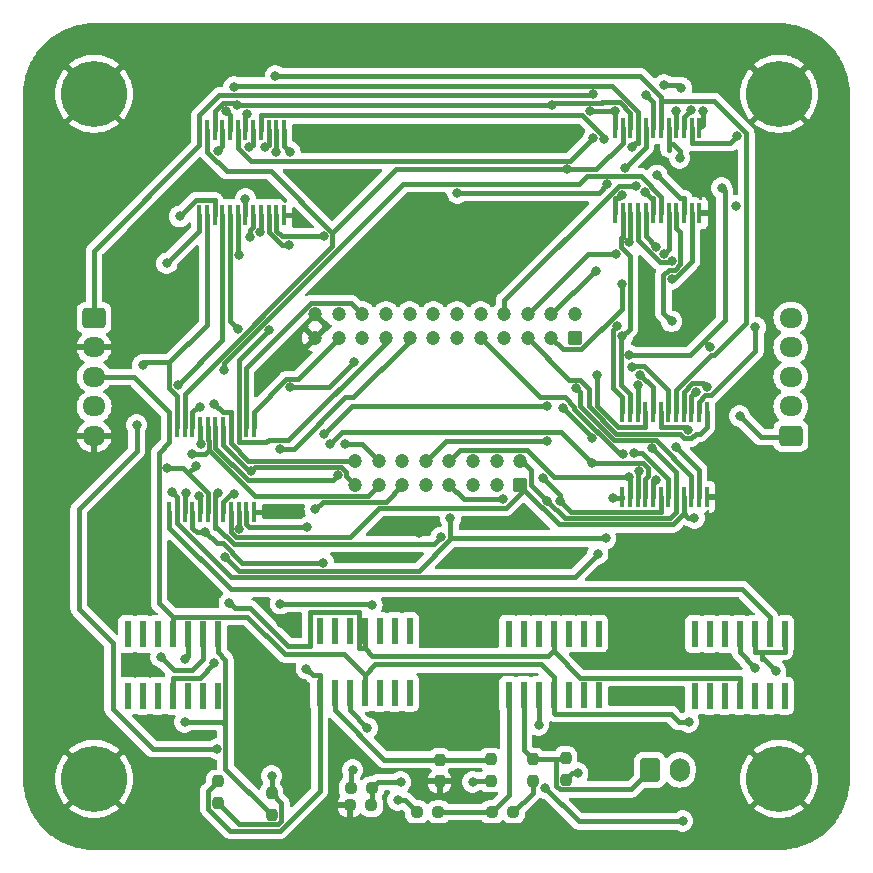
<source format=gbr>
%TF.GenerationSoftware,KiCad,Pcbnew,(7.0.0)*%
%TF.CreationDate,2024-02-29T14:00:02-03:00*%
%TF.ProjectId,pcb_peau_v1,7063625f-7065-4617-955f-76312e6b6963,rev?*%
%TF.SameCoordinates,Original*%
%TF.FileFunction,Copper,L1,Top*%
%TF.FilePolarity,Positive*%
%FSLAX46Y46*%
G04 Gerber Fmt 4.6, Leading zero omitted, Abs format (unit mm)*
G04 Created by KiCad (PCBNEW (7.0.0)) date 2024-02-29 14:00:02*
%MOMM*%
%LPD*%
G01*
G04 APERTURE LIST*
G04 Aperture macros list*
%AMRoundRect*
0 Rectangle with rounded corners*
0 $1 Rounding radius*
0 $2 $3 $4 $5 $6 $7 $8 $9 X,Y pos of 4 corners*
0 Add a 4 corners polygon primitive as box body*
4,1,4,$2,$3,$4,$5,$6,$7,$8,$9,$2,$3,0*
0 Add four circle primitives for the rounded corners*
1,1,$1+$1,$2,$3*
1,1,$1+$1,$4,$5*
1,1,$1+$1,$6,$7*
1,1,$1+$1,$8,$9*
0 Add four rect primitives between the rounded corners*
20,1,$1+$1,$2,$3,$4,$5,0*
20,1,$1+$1,$4,$5,$6,$7,0*
20,1,$1+$1,$6,$7,$8,$9,0*
20,1,$1+$1,$8,$9,$2,$3,0*%
G04 Aperture macros list end*
%TA.AperFunction,ComponentPad*%
%ADD10RoundRect,0.250000X-0.600000X-0.750000X0.600000X-0.750000X0.600000X0.750000X-0.600000X0.750000X0*%
%TD*%
%TA.AperFunction,ComponentPad*%
%ADD11O,1.700000X2.000000*%
%TD*%
%TA.AperFunction,SMDPad,CuDef*%
%ADD12R,0.450000X1.750000*%
%TD*%
%TA.AperFunction,SMDPad,CuDef*%
%ADD13RoundRect,0.237500X-0.237500X0.250000X-0.237500X-0.250000X0.237500X-0.250000X0.237500X0.250000X0*%
%TD*%
%TA.AperFunction,SMDPad,CuDef*%
%ADD14R,0.600000X2.200000*%
%TD*%
%TA.AperFunction,ComponentPad*%
%ADD15C,5.600000*%
%TD*%
%TA.AperFunction,SMDPad,CuDef*%
%ADD16RoundRect,0.237500X0.250000X0.237500X-0.250000X0.237500X-0.250000X-0.237500X0.250000X-0.237500X0*%
%TD*%
%TA.AperFunction,SMDPad,CuDef*%
%ADD17RoundRect,0.237500X-0.250000X-0.237500X0.250000X-0.237500X0.250000X0.237500X-0.250000X0.237500X0*%
%TD*%
%TA.AperFunction,ComponentPad*%
%ADD18RoundRect,0.250000X0.725000X-0.600000X0.725000X0.600000X-0.725000X0.600000X-0.725000X-0.600000X0*%
%TD*%
%TA.AperFunction,ComponentPad*%
%ADD19O,1.950000X1.700000*%
%TD*%
%TA.AperFunction,ComponentPad*%
%ADD20RoundRect,0.250000X0.350000X0.350000X-0.350000X0.350000X-0.350000X-0.350000X0.350000X-0.350000X0*%
%TD*%
%TA.AperFunction,ComponentPad*%
%ADD21C,1.200000*%
%TD*%
%TA.AperFunction,ComponentPad*%
%ADD22RoundRect,0.250000X-0.725000X0.600000X-0.725000X-0.600000X0.725000X-0.600000X0.725000X0.600000X0*%
%TD*%
%TA.AperFunction,SMDPad,CuDef*%
%ADD23RoundRect,0.237500X0.237500X-0.250000X0.237500X0.250000X-0.237500X0.250000X-0.237500X-0.250000X0*%
%TD*%
%TA.AperFunction,ViaPad*%
%ADD24C,0.800000*%
%TD*%
%TA.AperFunction,Conductor*%
%ADD25C,0.400000*%
%TD*%
G04 APERTURE END LIST*
D10*
%TO.P,J3,1,Pin_1*%
%TO.N,AOP0IN+*%
X225084000Y-110236000D03*
D11*
%TO.P,J3,2,Pin_2*%
%TO.N,GND*%
X227583999Y-110235999D03*
%TD*%
D12*
%TO.P,U5,1,COM*%
%TO.N,1-ENTREE*%
X222719999Y-87121999D03*
%TO.P,U5,2,I7*%
%TO.N,Net-(J4-Pin_8)*%
X223369999Y-87121999D03*
%TO.P,U5,3,I6*%
%TO.N,Net-(J4-Pin_7)*%
X224019999Y-87121999D03*
%TO.P,U5,4,I5*%
%TO.N,Net-(J4-Pin_6)*%
X224669999Y-87121999D03*
%TO.P,U5,5,I4*%
%TO.N,Net-(J4-Pin_5)*%
X225319999Y-87121999D03*
%TO.P,U5,6,I3*%
%TO.N,Net-(J4-Pin_4)*%
X225969999Y-87121999D03*
%TO.P,U5,7,I2*%
%TO.N,Net-(J4-Pin_3)*%
X226619999Y-87121999D03*
%TO.P,U5,8,I1*%
%TO.N,Net-(J4-Pin_2)*%
X227269999Y-87121999D03*
%TO.P,U5,9,I0*%
%TO.N,Net-(J4-Pin_1)*%
X227919999Y-87121999D03*
%TO.P,U5,10,S0*%
%TO.N,A1*%
X228569999Y-87121999D03*
%TO.P,U5,11,S1*%
%TO.N,B1*%
X229219999Y-87121999D03*
%TO.P,U5,12,GND*%
%TO.N,0*%
X229869999Y-87121999D03*
%TO.P,U5,13,S3*%
%TO.N,D1*%
X229869999Y-79921999D03*
%TO.P,U5,14,S2*%
%TO.N,C1*%
X229219999Y-79921999D03*
%TO.P,U5,15,~{E}*%
%TO.N,NE1*%
X228569999Y-79921999D03*
%TO.P,U5,16,I15*%
%TO.N,Net-(J4-Pin_16)*%
X227919999Y-79921999D03*
%TO.P,U5,17,I14*%
%TO.N,Net-(J4-Pin_15)*%
X227269999Y-79921999D03*
%TO.P,U5,18,I13*%
%TO.N,Net-(J4-Pin_14)*%
X226619999Y-79921999D03*
%TO.P,U5,19,I12*%
%TO.N,Net-(J4-Pin_13)*%
X225969999Y-79921999D03*
%TO.P,U5,20,I11*%
%TO.N,Net-(J4-Pin_12)*%
X225319999Y-79921999D03*
%TO.P,U5,21,I10*%
%TO.N,Net-(J4-Pin_11)*%
X224669999Y-79921999D03*
%TO.P,U5,22,I9*%
%TO.N,Net-(J4-Pin_10)*%
X224019999Y-79921999D03*
%TO.P,U5,23,I8*%
%TO.N,Net-(J4-Pin_9)*%
X223369999Y-79921999D03*
%TO.P,U5,24,VCC*%
%TO.N,+5V*%
X222719999Y-79921999D03*
%TD*%
%TO.P,U6,1,COM*%
%TO.N,AOP2*%
X184384999Y-88435999D03*
%TO.P,U6,2,I7*%
%TO.N,Net-(J4-Pin_8)*%
X185034999Y-88435999D03*
%TO.P,U6,3,I6*%
%TO.N,Net-(J4-Pin_7)*%
X185684999Y-88435999D03*
%TO.P,U6,4,I5*%
%TO.N,Net-(J4-Pin_6)*%
X186334999Y-88435999D03*
%TO.P,U6,5,I4*%
%TO.N,Net-(J4-Pin_5)*%
X186984999Y-88435999D03*
%TO.P,U6,6,I3*%
%TO.N,Net-(J4-Pin_4)*%
X187634999Y-88435999D03*
%TO.P,U6,7,I2*%
%TO.N,Net-(J4-Pin_3)*%
X188284999Y-88435999D03*
%TO.P,U6,8,I1*%
%TO.N,Net-(J4-Pin_2)*%
X188934999Y-88435999D03*
%TO.P,U6,9,I0*%
%TO.N,Net-(J4-Pin_1)*%
X189584999Y-88435999D03*
%TO.P,U6,10,S0*%
%TO.N,A2*%
X190234999Y-88435999D03*
%TO.P,U6,11,S1*%
%TO.N,B2*%
X190884999Y-88435999D03*
%TO.P,U6,12,GND*%
%TO.N,0*%
X191534999Y-88435999D03*
%TO.P,U6,13,S3*%
%TO.N,D2*%
X191534999Y-81235999D03*
%TO.P,U6,14,S2*%
%TO.N,C2*%
X190884999Y-81235999D03*
%TO.P,U6,15,~{E}*%
%TO.N,NE2*%
X190234999Y-81235999D03*
%TO.P,U6,16,I15*%
%TO.N,Net-(J4-Pin_16)*%
X189584999Y-81235999D03*
%TO.P,U6,17,I14*%
%TO.N,Net-(J4-Pin_15)*%
X188934999Y-81235999D03*
%TO.P,U6,18,I13*%
%TO.N,Net-(J4-Pin_14)*%
X188284999Y-81235999D03*
%TO.P,U6,19,I12*%
%TO.N,Net-(J4-Pin_13)*%
X187634999Y-81235999D03*
%TO.P,U6,20,I11*%
%TO.N,Net-(J4-Pin_12)*%
X186984999Y-81235999D03*
%TO.P,U6,21,I10*%
%TO.N,Net-(J4-Pin_11)*%
X186334999Y-81235999D03*
%TO.P,U6,22,I9*%
%TO.N,Net-(J4-Pin_10)*%
X185684999Y-81235999D03*
%TO.P,U6,23,I8*%
%TO.N,Net-(J4-Pin_9)*%
X185034999Y-81235999D03*
%TO.P,U6,24,VCC*%
%TO.N,+5V*%
X184384999Y-81235999D03*
%TD*%
D13*
%TO.P,R10,2*%
%TO.N,Net-(U8A-+)*%
X188468000Y-113030000D03*
%TO.P,R10,1*%
%TO.N,TRIOAOP1*%
X188468000Y-111205000D03*
%TD*%
D12*
%TO.P,U3,24,VCC*%
%TO.N,+5V*%
X222099999Y-55879999D03*
%TO.P,U3,23,I8*%
%TO.N,Net-(J4-Pin_10)*%
X222749999Y-55879999D03*
%TO.P,U3,22,I9*%
%TO.N,Net-(J4-Pin_11)*%
X223399999Y-55879999D03*
%TO.P,U3,21,I10*%
%TO.N,Net-(J4-Pin_12)*%
X224049999Y-55879999D03*
%TO.P,U3,20,I11*%
%TO.N,Net-(J4-Pin_13)*%
X224699999Y-55879999D03*
%TO.P,U3,19,I12*%
%TO.N,Net-(J4-Pin_14)*%
X225349999Y-55879999D03*
%TO.P,U3,18,I13*%
%TO.N,Net-(J4-Pin_15)*%
X225999999Y-55879999D03*
%TO.P,U3,17,I14*%
%TO.N,Net-(J4-Pin_16)*%
X226649999Y-55879999D03*
%TO.P,U3,16,I15*%
%TO.N,Net-(J4-Pin_1)*%
X227299999Y-55879999D03*
%TO.P,U3,15,~{E}*%
%TO.N,NE1*%
X227949999Y-55879999D03*
%TO.P,U3,14,S2*%
%TO.N,C3*%
X228599999Y-55879999D03*
%TO.P,U3,13,S3*%
%TO.N,D3*%
X229249999Y-55879999D03*
%TO.P,U3,12,GND*%
%TO.N,0*%
X229249999Y-63079999D03*
%TO.P,U3,11,S1*%
%TO.N,B3*%
X228599999Y-63079999D03*
%TO.P,U3,10,S0*%
%TO.N,A3*%
X227949999Y-63079999D03*
%TO.P,U3,9,I0*%
%TO.N,Net-(J4-Pin_2)*%
X227299999Y-63079999D03*
%TO.P,U3,8,I1*%
%TO.N,Net-(J4-Pin_3)*%
X226649999Y-63079999D03*
%TO.P,U3,7,I2*%
%TO.N,Net-(J4-Pin_4)*%
X225999999Y-63079999D03*
%TO.P,U3,6,I3*%
%TO.N,Net-(J4-Pin_5)*%
X225349999Y-63079999D03*
%TO.P,U3,5,I4*%
%TO.N,Net-(J4-Pin_6)*%
X224699999Y-63079999D03*
%TO.P,U3,4,I5*%
%TO.N,Net-(J4-Pin_7)*%
X224049999Y-63079999D03*
%TO.P,U3,3,I6*%
%TO.N,Net-(J4-Pin_8)*%
X223399999Y-63079999D03*
%TO.P,U3,2,I7*%
%TO.N,Net-(J4-Pin_9)*%
X222749999Y-63079999D03*
%TO.P,U3,1,COM*%
%TO.N,2-ENTREE*%
X222099999Y-63079999D03*
%TD*%
D14*
%TO.P,U7,1*%
%TO.N,Net-(U7A-+)*%
X188467999Y-98745999D03*
%TO.P,U7,2,-*%
%TO.N,AOP1*%
X187197999Y-98745999D03*
%TO.P,U7,3,+*%
%TO.N,Net-(U7A-+)*%
X185927999Y-98745999D03*
%TO.P,U7,4,V+*%
%TO.N,+5V*%
X184657999Y-98745999D03*
%TO.P,U7,5*%
%TO.N,N/C*%
X183387999Y-98745999D03*
%TO.P,U7,6*%
X182117999Y-98745999D03*
%TO.P,U7,7*%
X180847999Y-98745999D03*
%TO.P,U7,8*%
X180847999Y-103945999D03*
%TO.P,U7,9*%
X182117999Y-103945999D03*
%TO.P,U7,10*%
X183387999Y-103945999D03*
%TO.P,U7,11,V-*%
%TO.N,-5V*%
X184657999Y-103945999D03*
%TO.P,U7,12*%
%TO.N,N/C*%
X185927999Y-103945999D03*
%TO.P,U7,13*%
X187197999Y-103945999D03*
%TO.P,U7,14*%
X188467999Y-103945999D03*
%TD*%
%TO.P,U8,1*%
%TO.N,TRIOAOP1*%
X197103999Y-103691999D03*
%TO.P,U8,2,-*%
%TO.N,Net-(U8A--)*%
X198373999Y-103691999D03*
%TO.P,U8,3,+*%
%TO.N,Net-(U8A-+)*%
X199643999Y-103691999D03*
%TO.P,U8,4,V+*%
%TO.N,+5V*%
X200913999Y-103691999D03*
%TO.P,U8,5*%
%TO.N,N/C*%
X202183999Y-103691999D03*
%TO.P,U8,6*%
X203453999Y-103691999D03*
%TO.P,U8,7*%
X204723999Y-103691999D03*
%TO.P,U8,8*%
X204723999Y-98491999D03*
%TO.P,U8,9*%
X203453999Y-98491999D03*
%TO.P,U8,10*%
X202183999Y-98491999D03*
%TO.P,U8,11,V-*%
%TO.N,-5V*%
X200913999Y-98491999D03*
%TO.P,U8,12*%
%TO.N,N/C*%
X199643999Y-98491999D03*
%TO.P,U8,13*%
X198373999Y-98491999D03*
%TO.P,U8,14*%
X197103999Y-98491999D03*
%TD*%
D15*
%TO.P,H1,1,1*%
%TO.N,0*%
X178000000Y-53000000D03*
%TD*%
%TO.P,H3,1,1*%
%TO.N,0*%
X236000000Y-111000000D03*
%TD*%
D16*
%TO.P,R22,1*%
%TO.N,Net-(R22-Pad1)*%
X207160500Y-113792000D03*
%TO.P,R22,2*%
%TO.N,Net-(R20-Pad1)*%
X205335500Y-113792000D03*
%TD*%
D14*
%TO.P,U2,1*%
%TO.N,Net-(R22-Pad1)*%
X213105999Y-103885999D03*
%TO.P,U2,2,-*%
%TO.N,AOP0IN+*%
X214375999Y-103885999D03*
%TO.P,U2,3,+*%
%TO.N,Net-(U2A-+)*%
X215645999Y-103885999D03*
%TO.P,U2,4,V+*%
%TO.N,+5V*%
X216915999Y-103885999D03*
%TO.P,U2,5*%
%TO.N,N/C*%
X218185999Y-103885999D03*
%TO.P,U2,6*%
X219455999Y-103885999D03*
%TO.P,U2,7*%
X220725999Y-103885999D03*
%TO.P,U2,8*%
X220725999Y-98685999D03*
%TO.P,U2,9*%
X219455999Y-98685999D03*
%TO.P,U2,10*%
X218185999Y-98685999D03*
%TO.P,U2,11,V-*%
%TO.N,-5V*%
X216915999Y-98685999D03*
%TO.P,U2,12*%
%TO.N,N/C*%
X215645999Y-98685999D03*
%TO.P,U2,13*%
X214375999Y-98685999D03*
%TO.P,U2,14*%
X213105999Y-98685999D03*
%TD*%
D15*
%TO.P,H4,1,1*%
%TO.N,0*%
X178000000Y-111000000D03*
%TD*%
D17*
%TO.P,R4,1*%
%TO.N,Net-(R22-Pad1)*%
X211685500Y-113792000D03*
%TO.P,R4,2*%
%TO.N,Net-(R23-Pad1)*%
X213510500Y-113792000D03*
%TD*%
D14*
%TO.P,U9,1*%
%TO.N,Net-(U9A-+)*%
X236473999Y-98745999D03*
%TO.P,U9,2,-*%
%TO.N,AOP2*%
X235203999Y-98745999D03*
%TO.P,U9,3,+*%
%TO.N,Net-(U9A-+)*%
X233933999Y-98745999D03*
%TO.P,U9,4,V+*%
%TO.N,+5V*%
X232663999Y-98745999D03*
%TO.P,U9,5*%
%TO.N,N/C*%
X231393999Y-98745999D03*
%TO.P,U9,6*%
X230123999Y-98745999D03*
%TO.P,U9,7*%
X228853999Y-98745999D03*
%TO.P,U9,8*%
X228853999Y-103945999D03*
%TO.P,U9,9*%
X230123999Y-103945999D03*
%TO.P,U9,10*%
X231393999Y-103945999D03*
%TO.P,U9,11,V-*%
%TO.N,-5V*%
X232663999Y-103945999D03*
%TO.P,U9,12*%
%TO.N,N/C*%
X233933999Y-103945999D03*
%TO.P,U9,13*%
X235203999Y-103945999D03*
%TO.P,U9,14*%
X236473999Y-103945999D03*
%TD*%
D15*
%TO.P,H2,1,1*%
%TO.N,0*%
X236000000Y-53000000D03*
%TD*%
D13*
%TO.P,R9,1*%
%TO.N,Net-(U8A--)*%
X211582000Y-109323500D03*
%TO.P,R9,2*%
%TO.N,Net-(U9A-+)*%
X211582000Y-111148500D03*
%TD*%
%TO.P,R8,1*%
%TO.N,Net-(U8A-+)*%
X193040000Y-112221000D03*
%TO.P,R8,2*%
%TO.N,Net-(U7A-+)*%
X193040000Y-114046000D03*
%TD*%
%TO.P,R21,1*%
%TO.N,AOP0IN+*%
X217932000Y-109220000D03*
%TO.P,R21,2*%
%TO.N,+12V*%
X217932000Y-111045000D03*
%TD*%
D18*
%TO.P,J2,1,Pin_1*%
%TO.N,1-ENTREE*%
X237000000Y-81962500D03*
D19*
%TO.P,J2,2,Pin_2*%
%TO.N,AOP0IN+*%
X236999999Y-79462499D03*
%TO.P,J2,3,Pin_3*%
%TO.N,2-ENTREE*%
X236999999Y-76962499D03*
%TO.P,J2,4,Pin_4*%
%TO.N,unconnected-(J2-Pin_4-Pad4)*%
X236999999Y-74462499D03*
%TO.P,J2,5,Pin_5*%
%TO.N,unconnected-(J2-Pin_5-Pad5)*%
X236999999Y-71962499D03*
%TD*%
D20*
%TO.P,J4,1,Pin_1*%
%TO.N,Net-(J4-Pin_1)*%
X214090000Y-86106000D03*
D21*
%TO.P,J4,2,Pin_2*%
%TO.N,Net-(J4-Pin_2)*%
X214090000Y-84106000D03*
%TO.P,J4,3,Pin_3*%
%TO.N,Net-(J4-Pin_3)*%
X212090000Y-86106000D03*
%TO.P,J4,4,Pin_4*%
%TO.N,Net-(J4-Pin_4)*%
X212090000Y-84106000D03*
%TO.P,J4,5,Pin_5*%
%TO.N,Net-(J4-Pin_5)*%
X210090000Y-86106000D03*
%TO.P,J4,6,Pin_6*%
%TO.N,Net-(J4-Pin_6)*%
X210090000Y-84106000D03*
%TO.P,J4,7,Pin_7*%
%TO.N,Net-(J4-Pin_7)*%
X208090000Y-86106000D03*
%TO.P,J4,8,Pin_8*%
%TO.N,Net-(J4-Pin_8)*%
X208090000Y-84106000D03*
%TO.P,J4,9,Pin_9*%
%TO.N,Net-(J4-Pin_9)*%
X206090000Y-86106000D03*
%TO.P,J4,10,Pin_10*%
%TO.N,Net-(J4-Pin_10)*%
X206090000Y-84106000D03*
%TO.P,J4,11,Pin_11*%
%TO.N,Net-(J4-Pin_11)*%
X204090000Y-86106000D03*
%TO.P,J4,12,Pin_12*%
%TO.N,Net-(J4-Pin_12)*%
X204090000Y-84106000D03*
%TO.P,J4,13,Pin_13*%
%TO.N,Net-(J4-Pin_13)*%
X202090000Y-86106000D03*
%TO.P,J4,14,Pin_14*%
%TO.N,Net-(J4-Pin_14)*%
X202090000Y-84106000D03*
%TO.P,J4,15,Pin_15*%
%TO.N,Net-(J4-Pin_15)*%
X200090000Y-86106000D03*
%TO.P,J4,16,Pin_16*%
%TO.N,Net-(J4-Pin_16)*%
X200090000Y-84106000D03*
%TD*%
D22*
%TO.P,J1,1,Pin_1*%
%TO.N,+5V*%
X178000000Y-71962500D03*
D19*
%TO.P,J1,2,Pin_2*%
%TO.N,0*%
X177999999Y-74462499D03*
%TO.P,J1,3,Pin_3*%
%TO.N,+5V*%
X177999999Y-76962499D03*
%TO.P,J1,4,Pin_4*%
%TO.N,+12V*%
X177999999Y-79462499D03*
%TO.P,J1,5,Pin_5*%
%TO.N,0*%
X177999999Y-81962499D03*
%TD*%
D23*
%TO.P,R23,1*%
%TO.N,Net-(R23-Pad1)*%
X215138000Y-111148500D03*
%TO.P,R23,2*%
%TO.N,AOP0IN+*%
X215138000Y-109323500D03*
%TD*%
D12*
%TO.P,U4,24,VCC*%
%TO.N,+5V*%
X186924999Y-56089999D03*
%TO.P,U4,23,I8*%
%TO.N,Net-(J4-Pin_10)*%
X187574999Y-56089999D03*
%TO.P,U4,22,I9*%
%TO.N,Net-(J4-Pin_11)*%
X188224999Y-56089999D03*
%TO.P,U4,21,I10*%
%TO.N,Net-(J4-Pin_12)*%
X188874999Y-56089999D03*
%TO.P,U4,20,I11*%
%TO.N,Net-(J4-Pin_13)*%
X189524999Y-56089999D03*
%TO.P,U4,19,I12*%
%TO.N,Net-(J4-Pin_14)*%
X190174999Y-56089999D03*
%TO.P,U4,18,I13*%
%TO.N,Net-(J4-Pin_15)*%
X190824999Y-56089999D03*
%TO.P,U4,17,I14*%
%TO.N,Net-(J4-Pin_16)*%
X191474999Y-56089999D03*
%TO.P,U4,16,I15*%
%TO.N,Net-(J4-Pin_1)*%
X192124999Y-56089999D03*
%TO.P,U4,15,~{E}*%
%TO.N,NE2*%
X192774999Y-56089999D03*
%TO.P,U4,14,S2*%
%TO.N,C4*%
X193424999Y-56089999D03*
%TO.P,U4,13,S3*%
%TO.N,D4*%
X194074999Y-56089999D03*
%TO.P,U4,12,GND*%
%TO.N,0*%
X194074999Y-63289999D03*
%TO.P,U4,11,S1*%
%TO.N,B4*%
X193424999Y-63289999D03*
%TO.P,U4,10,S0*%
%TO.N,A4*%
X192774999Y-63289999D03*
%TO.P,U4,9,I0*%
%TO.N,Net-(J4-Pin_2)*%
X192124999Y-63289999D03*
%TO.P,U4,8,I1*%
%TO.N,Net-(J4-Pin_3)*%
X191474999Y-63289999D03*
%TO.P,U4,7,I2*%
%TO.N,Net-(J4-Pin_4)*%
X190824999Y-63289999D03*
%TO.P,U4,6,I3*%
%TO.N,Net-(J4-Pin_5)*%
X190174999Y-63289999D03*
%TO.P,U4,5,I4*%
%TO.N,Net-(J4-Pin_6)*%
X189524999Y-63289999D03*
%TO.P,U4,4,I5*%
%TO.N,Net-(J4-Pin_7)*%
X188874999Y-63289999D03*
%TO.P,U4,3,I6*%
%TO.N,Net-(J4-Pin_8)*%
X188224999Y-63289999D03*
%TO.P,U4,2,I7*%
%TO.N,Net-(J4-Pin_9)*%
X187574999Y-63289999D03*
%TO.P,U4,1,COM*%
%TO.N,AOP1*%
X186924999Y-63289999D03*
%TD*%
D23*
%TO.P,R11,1*%
%TO.N,0*%
X207264000Y-111195500D03*
%TO.P,R11,2*%
%TO.N,Net-(U8A--)*%
X207264000Y-109370500D03*
%TD*%
D21*
%TO.P,J5,24,Pin_24*%
%TO.N,0*%
X196724000Y-71660000D03*
%TO.P,J5,23,Pin_23*%
X196724000Y-73660000D03*
%TO.P,J5,22,Pin_22*%
%TO.N,TRIOAOP1*%
X198724000Y-71660000D03*
%TO.P,J5,21,Pin_21*%
%TO.N,D2*%
X198724000Y-73660000D03*
%TO.P,J5,20,Pin_20*%
%TO.N,C2*%
X200724000Y-71660000D03*
%TO.P,J5,19,Pin_19*%
%TO.N,B2*%
X200724000Y-73660000D03*
%TO.P,J5,18,Pin_18*%
%TO.N,A2*%
X202724000Y-71660000D03*
%TO.P,J5,17,Pin_17*%
%TO.N,NE2*%
X202724000Y-73660000D03*
%TO.P,J5,16,Pin_16*%
%TO.N,D4*%
X204724000Y-71660000D03*
%TO.P,J5,15,Pin_15*%
%TO.N,C4*%
X204724000Y-73660000D03*
%TO.P,J5,14,Pin_14*%
%TO.N,B4*%
X206724000Y-71660000D03*
%TO.P,J5,13,Pin_13*%
%TO.N,A4*%
X206724000Y-73660000D03*
%TO.P,J5,12,Pin_12*%
%TO.N,unconnected-(J5-Pin_12-Pad12)*%
X208724000Y-71660000D03*
%TO.P,J5,11,Pin_11*%
%TO.N,D3*%
X208724000Y-73660000D03*
%TO.P,J5,10,Pin_10*%
%TO.N,C3*%
X210724000Y-71660000D03*
%TO.P,J5,9,Pin_9*%
%TO.N,B3*%
X210724000Y-73660000D03*
%TO.P,J5,8,Pin_8*%
%TO.N,A3*%
X212724000Y-71660000D03*
%TO.P,J5,7,Pin_7*%
%TO.N,unconnected-(J5-Pin_7-Pad7)*%
X212724000Y-73660000D03*
%TO.P,J5,6,Pin_6*%
%TO.N,NE1*%
X214724000Y-71660000D03*
%TO.P,J5,5,Pin_5*%
%TO.N,D1*%
X214724000Y-73660000D03*
%TO.P,J5,4,Pin_4*%
%TO.N,C1*%
X216724000Y-71660000D03*
%TO.P,J5,3,Pin_3*%
%TO.N,B1*%
X216724000Y-73660000D03*
%TO.P,J5,2,Pin_2*%
%TO.N,A1*%
X218724000Y-71660000D03*
D20*
%TO.P,J5,1,Pin_1*%
%TO.N,unconnected-(J5-Pin_1-Pad1)*%
X218724000Y-73660000D03*
%TD*%
D17*
%TO.P,R20,1*%
%TO.N,Net-(R20-Pad1)*%
X199747500Y-111760000D03*
%TO.P,R20,2*%
%TO.N,Net-(U2A-+)*%
X201572500Y-111760000D03*
%TD*%
D16*
%TO.P,R25,1*%
%TO.N,Net-(U2A-+)*%
X201485000Y-113222500D03*
%TO.P,R25,2*%
%TO.N,0*%
X199660000Y-113222500D03*
%TD*%
D24*
%TO.N,Net-(R20-Pad1)*%
X203708000Y-112776000D03*
X199898000Y-110236000D03*
%TO.N,Net-(J4-Pin_16)*%
X227584000Y-58420000D03*
X231140000Y-60960000D03*
%TO.N,0*%
X228854000Y-58420000D03*
X193802000Y-97790000D03*
X187706000Y-94996000D03*
X192278000Y-101854000D03*
%TO.N,Net-(U8A-+)*%
X193040000Y-110744000D03*
X201151043Y-106696957D03*
%TO.N,0*%
X181356000Y-101346000D03*
X224790000Y-104140000D03*
X183642000Y-107188000D03*
X205486000Y-90170000D03*
X211328000Y-89154000D03*
X217678000Y-57404000D03*
X222758000Y-90678000D03*
X198882000Y-68834000D03*
X183896000Y-72136000D03*
X204216000Y-92202000D03*
X210820000Y-97790000D03*
X207772000Y-104648000D03*
X195326000Y-106934000D03*
X193802000Y-88392000D03*
X208788000Y-92202000D03*
X233172000Y-77978000D03*
X235458000Y-66294000D03*
X215646000Y-64770000D03*
X213106000Y-66040000D03*
X207772000Y-66040000D03*
X214884000Y-92456000D03*
X198882000Y-61214000D03*
X200406000Y-57150000D03*
%TO.N,*%
X232323300Y-62484000D03*
%TO.N,Net-(U2A-+)*%
X203962000Y-111252000D03*
X215646000Y-106426000D03*
%TO.N,Net-(U9A-+)*%
X216225346Y-111793130D03*
X210058000Y-111252000D03*
%TO.N,Net-(U7A-+)*%
X185674000Y-106172000D03*
X185674000Y-100846500D03*
%TO.N,+5V*%
X228346000Y-106172000D03*
X233934000Y-101600000D03*
%TO.N,Net-(U9A-+)*%
X235712000Y-101854000D03*
X227838000Y-114554000D03*
%TO.N,1-ENTREE*%
X232664000Y-80264000D03*
%TO.N,Net-(J4-Pin_9)*%
X181610000Y-81026000D03*
X182118000Y-75946000D03*
%TO.N,AOP1*%
X183660300Y-100673000D03*
X184157700Y-67332300D03*
%TO.N,-5V*%
X189450000Y-96084400D03*
X188181300Y-101211600D03*
%TO.N,TRIOAOP1*%
X195977800Y-101646000D03*
%TO.N,B2*%
X196047500Y-89676200D03*
%TO.N,A2*%
X190288300Y-89830100D03*
%TO.N,NE2*%
X192780600Y-73010800D03*
X192508700Y-57477900D03*
%TO.N,D4*%
X194579500Y-57879500D03*
%TO.N,C4*%
X193784400Y-83030600D03*
X193422700Y-57948200D03*
%TO.N,B4*%
X197484600Y-65058600D03*
%TO.N,A4*%
X200015600Y-75714600D03*
X194575300Y-77852900D03*
X194488300Y-65829300D03*
%TO.N,D3*%
X226239300Y-52228000D03*
X227729500Y-52475200D03*
X229530200Y-54461000D03*
%TO.N,C3*%
X232445500Y-56554500D03*
%TO.N,B3*%
X222822400Y-83523200D03*
X226898400Y-68657700D03*
%TO.N,A3*%
X223885000Y-60770500D03*
X225658800Y-59891600D03*
%TO.N,NE1*%
X228561100Y-54379600D03*
X222208300Y-66537200D03*
X228936800Y-78216700D03*
%TO.N,C1*%
X220496200Y-67975400D03*
X233989200Y-72758800D03*
%TO.N,B1*%
X222685700Y-69058000D03*
X227305300Y-82900100D03*
%TO.N,A1*%
X218806200Y-77891200D03*
%TO.N,Net-(J4-Pin_16)*%
X191092300Y-57500900D03*
X188183700Y-79243600D03*
X223279800Y-75104900D03*
X230174400Y-74421000D03*
X229936000Y-77818400D03*
%TO.N,Net-(J4-Pin_15)*%
X193346800Y-51473600D03*
X190933400Y-54706600D03*
X191259500Y-84924400D03*
%TO.N,Net-(J4-Pin_14)*%
X223581200Y-76147000D03*
X224754700Y-53052800D03*
X220275900Y-56726400D03*
X199227800Y-82667400D03*
X198616900Y-85273300D03*
%TO.N,Net-(J4-Pin_13)*%
X228279300Y-81466900D03*
X222928300Y-59238900D03*
X189187600Y-54480600D03*
X221453500Y-60663200D03*
X208762000Y-61388900D03*
X186289700Y-83459300D03*
%TO.N,Net-(J4-Pin_12)*%
X224245900Y-76757900D03*
X223512300Y-57475300D03*
X187017300Y-82657200D03*
X188502400Y-57810700D03*
X189827700Y-52417200D03*
%TO.N,Net-(J4-Pin_11)*%
X216750000Y-53949800D03*
X220598200Y-76802400D03*
X186944900Y-79471900D03*
X190101100Y-53904200D03*
X196709200Y-88166500D03*
X197440900Y-81783300D03*
X216342600Y-79384800D03*
%TO.N,Net-(J4-Pin_10)*%
X216389300Y-82391300D03*
X224019600Y-77659900D03*
X220135000Y-82099700D03*
X217734400Y-79622100D03*
X218033100Y-59385500D03*
%TO.N,Net-(J4-Pin_9)*%
X222721200Y-73531500D03*
X188404400Y-108455800D03*
%TO.N,Net-(J4-Pin_8)*%
X185247500Y-63362200D03*
X184639600Y-86730500D03*
X223281000Y-85466900D03*
X220650000Y-91954800D03*
X223313600Y-65500700D03*
%TO.N,Net-(J4-Pin_7)*%
X224182100Y-84935400D03*
X226900600Y-67180200D03*
X212605600Y-87333400D03*
X185786800Y-86790200D03*
X185088400Y-77600800D03*
%TO.N,Net-(J4-Pin_6)*%
X225598200Y-65931200D03*
X220129400Y-84214900D03*
X190197200Y-72896500D03*
X187436600Y-90095800D03*
X198013100Y-82670400D03*
X197413000Y-92681100D03*
%TO.N,Net-(J4-Pin_5)*%
X186853800Y-87047200D03*
X208175000Y-88945000D03*
X221310400Y-90629700D03*
X225573800Y-85652500D03*
X224653600Y-61334700D03*
X189088400Y-92210100D03*
X190269800Y-66662500D03*
%TO.N,Net-(J4-Pin_4)*%
X190825000Y-61882300D03*
X215978500Y-85517800D03*
X189041600Y-76406100D03*
X217448700Y-87482000D03*
X184213500Y-84683600D03*
X186637900Y-84461300D03*
%TO.N,Net-(J4-Pin_3)*%
X191171800Y-65134500D03*
X188456400Y-86756900D03*
X226262800Y-66542300D03*
X223724400Y-83403500D03*
X207365600Y-90539100D03*
%TO.N,Net-(J4-Pin_2)*%
X226898400Y-72250000D03*
X225264500Y-83013100D03*
X216340600Y-87428800D03*
X189842800Y-86885900D03*
X193783000Y-96146900D03*
X201522000Y-96257400D03*
X192029400Y-64670400D03*
%TO.N,Net-(J4-Pin_1)*%
X221184000Y-56785500D03*
X227300000Y-54459500D03*
X228834400Y-88893100D03*
%TO.N,2-ENTREE*%
X222703900Y-61574700D03*
%TO.N,1-ENTREE*%
X221951800Y-87172100D03*
%TO.N,+12V*%
X218958100Y-110492600D03*
%TO.N,+5V*%
X219965800Y-54428600D03*
X220275700Y-53024700D03*
X222082900Y-54426500D03*
X222306000Y-72636700D03*
%TD*%
D25*
%TO.N,Net-(J4-Pin_16)*%
X231394000Y-72164400D02*
X229655900Y-73902500D01*
X231394000Y-61214000D02*
X231394000Y-72164400D01*
X231140000Y-60960000D02*
X231394000Y-61214000D01*
%TO.N,Net-(J4-Pin_1)*%
X199672700Y-90533200D02*
X189998600Y-90533200D01*
%TO.N,Net-(J4-Pin_3)*%
X206816900Y-91087800D02*
X189830700Y-91087800D01*
%TO.N,B2*%
X191140800Y-89676200D02*
X196047500Y-89676200D01*
%TO.N,Net-(R20-Pad1)*%
X204319500Y-112776000D02*
X205335500Y-113792000D01*
X203708000Y-112776000D02*
X204319500Y-112776000D01*
X199747500Y-111760000D02*
X199747500Y-110386500D01*
X199747500Y-110386500D02*
X199898000Y-110236000D01*
%TO.N,Net-(J4-Pin_13)*%
X191636700Y-87009200D02*
X187759500Y-83132000D01*
%TO.N,Net-(J4-Pin_16)*%
X226755000Y-57255000D02*
X226650000Y-57150000D01*
X227009000Y-57255000D02*
X226755000Y-57255000D01*
X227584000Y-57830000D02*
X227009000Y-57255000D01*
X227584000Y-58420000D02*
X227584000Y-57830000D01*
X226650000Y-57150000D02*
X226650000Y-57704000D01*
X226650000Y-55880000D02*
X226650000Y-57150000D01*
%TO.N,-5V*%
X189911600Y-96546000D02*
X189450000Y-96084400D01*
X191233849Y-96546000D02*
X189911600Y-96546000D01*
X196304000Y-99742200D02*
X194430050Y-99742200D01*
X194430050Y-99742200D02*
X191233849Y-96546000D01*
X196304000Y-96892000D02*
X196304000Y-99742200D01*
X200444000Y-99940300D02*
X200444000Y-96892000D01*
X200444000Y-96892000D02*
X196304000Y-96892000D01*
X200914000Y-99942200D02*
X200912100Y-99940300D01*
X200912100Y-99940300D02*
X200444000Y-99940300D01*
%TO.N,Net-(U8A-+)*%
X193040000Y-110744000D02*
X193040000Y-112221000D01*
X199644000Y-105189914D02*
X201151043Y-106696957D01*
X199644000Y-103692000D02*
X199644000Y-105189914D01*
%TO.N,Net-(U2A-+)*%
X202080500Y-111252000D02*
X201572500Y-111760000D01*
X215646000Y-103886000D02*
X215646000Y-106426000D01*
X203962000Y-111252000D02*
X202080500Y-111252000D01*
%TO.N,Net-(U9A-+)*%
X227803500Y-114588500D02*
X227838000Y-114554000D01*
X219020716Y-114588500D02*
X227803500Y-114588500D01*
X216225346Y-111793130D02*
X219020716Y-114588500D01*
X210161500Y-111148500D02*
X210058000Y-111252000D01*
X211582000Y-111148500D02*
X210161500Y-111148500D01*
%TO.N,Net-(R20-Pad1)*%
X199747500Y-111760000D02*
X199592017Y-111760000D01*
%TO.N,Net-(J4-Pin_9)*%
X179578000Y-105076000D02*
X182957800Y-108455800D01*
X179578000Y-99475600D02*
X179578000Y-105076000D01*
X176707000Y-96604600D02*
X179578000Y-99475600D01*
X181610000Y-83235000D02*
X176707000Y-88138000D01*
X176707000Y-88138000D02*
X176707000Y-96604600D01*
X181610000Y-81026000D02*
X181610000Y-83235000D01*
X182957800Y-108455800D02*
X188404400Y-108455800D01*
%TO.N,Net-(U7A-+)*%
X188855100Y-106172000D02*
X189109100Y-106426000D01*
X185674000Y-106172000D02*
X188855100Y-106172000D01*
X189109100Y-110115100D02*
X189109100Y-106426000D01*
X185928000Y-100246000D02*
X185928000Y-100592500D01*
X185928000Y-100592500D02*
X185674000Y-100846500D01*
X189109100Y-106426000D02*
X189109100Y-105366600D01*
%TO.N,AOP1*%
X186290000Y-101746000D02*
X184733300Y-101746000D01*
X184733300Y-101746000D02*
X183660300Y-100673000D01*
X187198000Y-100838000D02*
X186290000Y-101746000D01*
X187198000Y-98746000D02*
X187198000Y-100838000D01*
%TO.N,+5V*%
X227508000Y-106172000D02*
X226822000Y-105486000D01*
X228346000Y-106172000D02*
X227508000Y-106172000D01*
X226822000Y-105486000D02*
X217016000Y-105486000D01*
X233265900Y-100931900D02*
X233934000Y-101600000D01*
X233265900Y-100847900D02*
X233265900Y-100931900D01*
X217016000Y-105486000D02*
X216916000Y-105386000D01*
X216916000Y-105386000D02*
X216916000Y-103886000D01*
%TO.N,Net-(U9A-+)*%
X235712000Y-101854000D02*
X234696000Y-100838000D01*
X234569000Y-100246000D02*
X234569000Y-100838000D01*
X234696000Y-100838000D02*
X234569000Y-100838000D01*
%TO.N,C4*%
X199266607Y-78684800D02*
X194920807Y-83030600D01*
X199953200Y-78684800D02*
X199266607Y-78684800D01*
X194920807Y-83030600D02*
X193784400Y-83030600D01*
X204724000Y-73914000D02*
X199953200Y-78684800D01*
X204724000Y-73660000D02*
X204724000Y-73914000D01*
%TO.N,1-ENTREE*%
X234442000Y-82042000D02*
X236920500Y-82042000D01*
X236920500Y-82042000D02*
X237000000Y-81962500D01*
X232664000Y-80264000D02*
X234442000Y-82042000D01*
%TO.N,+5V*%
X201822000Y-101284000D02*
X200914000Y-102192000D01*
X215814000Y-101284000D02*
X201822000Y-101284000D01*
X216916000Y-102386000D02*
X215814000Y-101284000D01*
X216916000Y-103886000D02*
X216916000Y-102386000D01*
%TO.N,-5V*%
X201555800Y-100584000D02*
X200914000Y-99942200D01*
X216418400Y-100584000D02*
X201555800Y-100584000D01*
X216916000Y-100086400D02*
X216418400Y-100584000D01*
%TO.N,Net-(J4-Pin_9)*%
X182350700Y-75713300D02*
X182118000Y-75946000D01*
X184386500Y-75713300D02*
X182350700Y-75713300D01*
%TO.N,AOP2*%
X184385000Y-88436000D02*
X184385000Y-89711000D01*
X235204000Y-98746000D02*
X235204000Y-97246000D01*
X232880900Y-94922900D02*
X235204000Y-97246000D01*
X232880900Y-94922800D02*
X232880900Y-94922900D01*
X189596800Y-94922800D02*
X232880900Y-94922800D01*
X184385000Y-89711000D02*
X189596800Y-94922800D01*
%TO.N,AOP1*%
X186925000Y-63290000D02*
X186925000Y-64565000D01*
X184157700Y-67332300D02*
X186925000Y-64565000D01*
%TO.N,-5V*%
X219176000Y-102446000D02*
X216916000Y-100186000D01*
X232664000Y-102446000D02*
X219176000Y-102446000D01*
X232664000Y-103946000D02*
X232664000Y-102446000D01*
X216916000Y-98686000D02*
X216916000Y-100011000D01*
X216916000Y-100086400D02*
X216916000Y-100186000D01*
X216916000Y-100011000D02*
X216916000Y-100086400D01*
X200914000Y-99242000D02*
X200914000Y-98492000D01*
X200914000Y-99242000D02*
X200914000Y-99817000D01*
X200914000Y-99817000D02*
X200914000Y-99892400D01*
X200914000Y-99892400D02*
X200914000Y-99942200D01*
X184658000Y-103946000D02*
X184658000Y-102446000D01*
X186946900Y-102446000D02*
X188181300Y-101211600D01*
X184658000Y-102446000D02*
X186946900Y-102446000D01*
%TO.N,Net-(U2A-+)*%
X201572500Y-113135000D02*
X201572500Y-111760000D01*
X201485000Y-113222500D02*
X201572500Y-113135000D01*
%TO.N,Net-(U9A-+)*%
X233934000Y-98746000D02*
X233934000Y-100246000D01*
X236474000Y-98746000D02*
X236474000Y-100246000D01*
X233934000Y-100246000D02*
X234569000Y-100246000D01*
X234569000Y-100246000D02*
X236474000Y-100246000D01*
%TO.N,Net-(U8A--)*%
X211535000Y-109370500D02*
X207264000Y-109370500D01*
X211582000Y-109323500D02*
X211535000Y-109370500D01*
X202552500Y-109370500D02*
X198374000Y-105192000D01*
X207264000Y-109370500D02*
X202552500Y-109370500D01*
X198374000Y-103692000D02*
X198374000Y-105192000D01*
%TO.N,Net-(U7A-+)*%
X188468000Y-98746000D02*
X188468000Y-100246000D01*
X185928000Y-98746000D02*
X185928000Y-100246000D01*
X193040000Y-114046000D02*
X189109100Y-110115100D01*
X189109100Y-100887100D02*
X188468000Y-100246000D01*
X189109100Y-105366600D02*
X189109100Y-100887100D01*
%TO.N,Net-(U8A-+)*%
X190276100Y-114838100D02*
X188468000Y-113030000D01*
X193580600Y-114838100D02*
X190276100Y-114838100D01*
X193860500Y-114558200D02*
X193580600Y-114838100D01*
X193860500Y-113041500D02*
X193860500Y-114558200D01*
X193040000Y-112221000D02*
X193860500Y-113041500D01*
%TO.N,Net-(R23-Pad1)*%
X215138000Y-112164500D02*
X213510500Y-113792000D01*
X215138000Y-111148500D02*
X215138000Y-112164500D01*
%TO.N,Net-(R22-Pad1)*%
X211685500Y-113792000D02*
X207160500Y-113792000D01*
X213106000Y-112371500D02*
X211685500Y-113792000D01*
X213106000Y-103886000D02*
X213106000Y-112371500D01*
%TO.N,TRIOAOP1*%
X196523800Y-102192000D02*
X197104000Y-102192000D01*
X195977800Y-101646000D02*
X196523800Y-102192000D01*
X197104000Y-102942000D02*
X197104000Y-102192000D01*
X197104000Y-102942000D02*
X197104000Y-103692000D01*
X187678700Y-111994300D02*
X188468000Y-111205000D01*
X187678700Y-113516000D02*
X187678700Y-111994300D01*
X189526400Y-115363700D02*
X187678700Y-113516000D01*
X193770700Y-115363700D02*
X189526400Y-115363700D01*
X197104000Y-112030400D02*
X193770700Y-115363700D01*
X197104000Y-103692000D02*
X197104000Y-112030400D01*
%TO.N,D2*%
X191535000Y-81236000D02*
X191535000Y-79961000D01*
X191535000Y-79900700D02*
X191535000Y-79961000D01*
X194284700Y-77151000D02*
X191535000Y-79900700D01*
X195233000Y-77151000D02*
X194284700Y-77151000D01*
X198724000Y-73660000D02*
X195233000Y-77151000D01*
%TO.N,C2*%
X190885000Y-81236000D02*
X190885000Y-79961000D01*
X199776000Y-70712000D02*
X200724000Y-71660000D01*
X196388900Y-70712000D02*
X199776000Y-70712000D01*
X190885000Y-76215900D02*
X196388900Y-70712000D01*
X190885000Y-79961000D02*
X190885000Y-76215900D01*
%TO.N,B2*%
X190885000Y-89420400D02*
X191140800Y-89676200D01*
X190885000Y-88436000D02*
X190885000Y-89420400D01*
%TO.N,A2*%
X190235000Y-89776800D02*
X190288300Y-89830100D01*
X190235000Y-88436000D02*
X190235000Y-89776800D01*
%TO.N,NE2*%
X190235000Y-81873500D02*
X190235000Y-82511000D01*
X190235000Y-81873500D02*
X190235000Y-81236000D01*
X192621600Y-57365000D02*
X192508700Y-57477900D01*
X192775000Y-57365000D02*
X192621600Y-57365000D01*
X192775000Y-56090000D02*
X192775000Y-57365000D01*
X190235000Y-75556400D02*
X192780600Y-73010800D01*
X190235000Y-81236000D02*
X190235000Y-75556400D01*
X202724000Y-74069400D02*
X202724000Y-73660000D01*
X194464700Y-82328700D02*
X202724000Y-74069400D01*
X192782900Y-82328700D02*
X194464700Y-82328700D01*
X192600600Y-82511000D02*
X192782900Y-82328700D01*
X190235000Y-82511000D02*
X192600600Y-82511000D01*
%TO.N,D4*%
X194075000Y-57375000D02*
X194075000Y-56090000D01*
X194579500Y-57879500D02*
X194075000Y-57375000D01*
%TO.N,C4*%
X193425000Y-57945900D02*
X193422700Y-57948200D01*
X193425000Y-56090000D02*
X193425000Y-57945900D01*
%TO.N,B4*%
X193918600Y-65058600D02*
X193425000Y-64565000D01*
X197484600Y-65058600D02*
X193918600Y-65058600D01*
X193425000Y-63290000D02*
X193425000Y-64565000D01*
%TO.N,A4*%
X197877300Y-77852900D02*
X194575300Y-77852900D01*
X200015600Y-75714600D02*
X197877300Y-77852900D01*
X192775000Y-64662900D02*
X192775000Y-63290000D01*
X193941400Y-65829300D02*
X192775000Y-64662900D01*
X194488300Y-65829300D02*
X193941400Y-65829300D01*
%TO.N,D3*%
X227482300Y-52228000D02*
X227729500Y-52475200D01*
X226239300Y-52228000D02*
X227482300Y-52228000D01*
X229530200Y-55599800D02*
X229250000Y-55880000D01*
X229530200Y-54461000D02*
X229530200Y-55599800D01*
%TO.N,C3*%
X231845000Y-57155000D02*
X228600000Y-57155000D01*
X232445500Y-56554500D02*
X231845000Y-57155000D01*
X228600000Y-55880000D02*
X228600000Y-57155000D01*
%TO.N,B3*%
X228600000Y-63080000D02*
X228600000Y-64355000D01*
X228600000Y-67183100D02*
X228600000Y-64355000D01*
X227125400Y-68657700D02*
X228600000Y-67183100D01*
X226898400Y-68657700D02*
X227125400Y-68657700D01*
X215746900Y-78682900D02*
X210724000Y-73660000D01*
X217848700Y-78682900D02*
X215746900Y-78682900D01*
X218673600Y-79507800D02*
X217848700Y-78682900D01*
X218673600Y-79645700D02*
X218673600Y-79507800D01*
X222551100Y-83523200D02*
X218673600Y-79645700D01*
X222822400Y-83523200D02*
X222551100Y-83523200D01*
%TO.N,A3*%
X227572200Y-61805000D02*
X227950000Y-61805000D01*
X225658800Y-59891600D02*
X227572200Y-61805000D01*
X227950000Y-63080000D02*
X227950000Y-61805000D01*
X222418800Y-60770500D02*
X223885000Y-60770500D01*
X212724000Y-70465300D02*
X222418800Y-60770500D01*
X212724000Y-71660000D02*
X212724000Y-70465300D01*
%TO.N,NE1*%
X219846800Y-66537200D02*
X222208300Y-66537200D01*
X214724000Y-71660000D02*
X219846800Y-66537200D01*
X227950000Y-54990700D02*
X228561100Y-54379600D01*
X227950000Y-55880000D02*
X227950000Y-54990700D01*
X228570000Y-78583500D02*
X228936800Y-78216700D01*
X228570000Y-79922000D02*
X228570000Y-78583500D01*
%TO.N,D1*%
X229870000Y-79922000D02*
X229870000Y-81197000D01*
X218252900Y-77188900D02*
X214724000Y-73660000D01*
X219114900Y-77188900D02*
X218252900Y-77188900D01*
X219903000Y-77977000D02*
X219114900Y-77188900D01*
X219903000Y-79437500D02*
X219903000Y-77977000D01*
X222219000Y-81753500D02*
X219903000Y-79437500D01*
X227573400Y-81753500D02*
X222219000Y-81753500D01*
X227988700Y-82168800D02*
X227573400Y-81753500D01*
X228570000Y-82168800D02*
X227988700Y-82168800D01*
X228985200Y-81753600D02*
X228570000Y-82168800D01*
X228985200Y-81753500D02*
X228985200Y-81753600D01*
X229313500Y-81753500D02*
X228985200Y-81753500D01*
X229870000Y-81197000D02*
X229313500Y-81753500D01*
%TO.N,C1*%
X220408600Y-67975400D02*
X220496200Y-67975400D01*
X216724000Y-71660000D02*
X220408600Y-67975400D01*
X229220000Y-79041700D02*
X229220000Y-79922000D01*
X229741300Y-78520400D02*
X229220000Y-79041700D01*
X230262500Y-78520400D02*
X229741300Y-78520400D01*
X233989200Y-74793700D02*
X230262500Y-78520400D01*
X233989200Y-72758800D02*
X233989200Y-74793700D01*
%TO.N,B1*%
X229220000Y-84814800D02*
X227305300Y-82900100D01*
X229220000Y-87122000D02*
X229220000Y-84814800D01*
X222685700Y-71185300D02*
X222685700Y-69058000D01*
X219248900Y-74622100D02*
X222685700Y-71185300D01*
X217686100Y-74622100D02*
X219248900Y-74622100D01*
X216724000Y-73660000D02*
X217686100Y-74622100D01*
%TO.N,A1*%
X228570000Y-87122000D02*
X228570000Y-85847000D01*
X219175500Y-78260500D02*
X218806200Y-77891200D01*
X219175500Y-79421500D02*
X219175500Y-78260500D01*
X222064100Y-82310100D02*
X219175500Y-79421500D01*
X225556300Y-82310100D02*
X222064100Y-82310100D01*
X228570000Y-85323800D02*
X225556300Y-82310100D01*
X228570000Y-85847000D02*
X228570000Y-85323800D01*
%TO.N,Net-(J4-Pin_16)*%
X191475000Y-56090000D02*
X191475000Y-57365000D01*
X189585000Y-81236000D02*
X189585000Y-79961000D01*
X228453500Y-75104900D02*
X229655900Y-73902500D01*
X223279800Y-75104900D02*
X228453500Y-75104900D01*
X229655900Y-73902500D02*
X230174400Y-74421000D01*
X229592400Y-77474800D02*
X229936000Y-77818400D01*
X228662300Y-77474800D02*
X229592400Y-77474800D01*
X227920000Y-78217100D02*
X228662300Y-77474800D01*
X227920000Y-79922000D02*
X227920000Y-78217100D01*
X188901100Y-79961000D02*
X188183700Y-79243600D01*
X189585000Y-79961000D02*
X188901100Y-79961000D01*
X191228200Y-57365000D02*
X191092300Y-57500900D01*
X191475000Y-57365000D02*
X191228200Y-57365000D01*
X189585000Y-82594400D02*
X189585000Y-81236000D01*
X191060100Y-84069500D02*
X189585000Y-82594400D01*
X200053500Y-84069500D02*
X191060100Y-84069500D01*
X200090000Y-84106000D02*
X200053500Y-84069500D01*
%TO.N,Net-(J4-Pin_15)*%
X226000000Y-55880000D02*
X226000000Y-53606800D01*
X230519400Y-53606800D02*
X226000000Y-53606800D01*
X233222800Y-56310200D02*
X230519400Y-53606800D01*
X233222800Y-72365200D02*
X233222800Y-56310200D01*
X230465100Y-75122900D02*
X233222800Y-72365200D01*
X230198100Y-75122900D02*
X230465100Y-75122900D01*
X227270000Y-78051000D02*
X230198100Y-75122900D01*
X227270000Y-79922000D02*
X227270000Y-78051000D01*
X224224000Y-51473600D02*
X193346800Y-51473600D01*
X226000000Y-53249600D02*
X224224000Y-51473600D01*
X226000000Y-53606800D02*
X226000000Y-53249600D01*
X190825000Y-56090000D02*
X190825000Y-54815000D01*
X190933400Y-54706600D02*
X190825000Y-54815000D01*
X191133600Y-84924400D02*
X191259500Y-84924400D01*
X188935000Y-82725800D02*
X191133600Y-84924400D01*
X188935000Y-81236000D02*
X188935000Y-82725800D01*
X191612500Y-84571400D02*
X191259500Y-84924400D01*
X198907600Y-84571400D02*
X191612500Y-84571400D01*
X199318800Y-84982600D02*
X198907600Y-84571400D01*
X199318800Y-85334800D02*
X199318800Y-84982600D01*
X200090000Y-86106000D02*
X199318800Y-85334800D01*
%TO.N,Net-(J4-Pin_14)*%
X225350000Y-53648100D02*
X224754700Y-53052800D01*
X225350000Y-55880000D02*
X225350000Y-53648100D01*
X223672200Y-76056000D02*
X223581200Y-76147000D01*
X224595800Y-76056000D02*
X223672200Y-76056000D01*
X226620000Y-78080200D02*
X224595800Y-76056000D01*
X226620000Y-79922000D02*
X226620000Y-78080200D01*
X218324700Y-58677600D02*
X220275900Y-56726400D01*
X191275400Y-58677600D02*
X218324700Y-58677600D01*
X190175000Y-57577200D02*
X191275400Y-58677600D01*
X190175000Y-56090000D02*
X190175000Y-57577200D01*
X200651400Y-82667400D02*
X199227800Y-82667400D01*
X202090000Y-84106000D02*
X200651400Y-82667400D01*
X198227000Y-85663200D02*
X198616900Y-85273300D01*
X191001900Y-85663200D02*
X198227000Y-85663200D01*
X188285000Y-82946300D02*
X191001900Y-85663200D01*
X188285000Y-81236000D02*
X188285000Y-82946300D01*
%TO.N,Net-(J4-Pin_13)*%
X228009400Y-81197000D02*
X228279300Y-81466900D01*
X225970000Y-81197000D02*
X228009400Y-81197000D01*
X224700000Y-57467200D02*
X224700000Y-55880000D01*
X222928300Y-59238900D02*
X224700000Y-57467200D01*
X225970000Y-79922000D02*
X225970000Y-81197000D01*
X189525000Y-56090000D02*
X189525000Y-54815000D01*
X220727800Y-61388900D02*
X221453500Y-60663200D01*
X208762000Y-61388900D02*
X220727800Y-61388900D01*
X189522000Y-54815000D02*
X189187600Y-54480600D01*
X189525000Y-54815000D02*
X189522000Y-54815000D01*
X187432200Y-83459300D02*
X186289700Y-83459300D01*
X187759500Y-83132000D02*
X187432200Y-83459300D01*
X187759500Y-82406600D02*
X187759500Y-83132000D01*
X187635000Y-82282100D02*
X187759500Y-82406600D01*
X187635000Y-81236000D02*
X187635000Y-82282100D01*
X201186800Y-87009200D02*
X191636700Y-87009200D01*
X202090000Y-86106000D02*
X201186800Y-87009200D01*
%TO.N,Net-(J4-Pin_12)*%
X223832600Y-57155000D02*
X223512300Y-57475300D01*
X224050000Y-57155000D02*
X223832600Y-57155000D01*
X188875000Y-57438100D02*
X188875000Y-56090000D01*
X188502400Y-57810700D02*
X188875000Y-57438100D01*
X186985000Y-81236000D02*
X186985000Y-82511000D01*
X224050000Y-56517500D02*
X224050000Y-57155000D01*
X187017300Y-82543300D02*
X187017300Y-82657200D01*
X186985000Y-82511000D02*
X187017300Y-82543300D01*
X225320000Y-77832000D02*
X224245900Y-76757900D01*
X225320000Y-79922000D02*
X225320000Y-77832000D01*
X224050000Y-56517500D02*
X224050000Y-55880000D01*
X189948500Y-52296400D02*
X189827700Y-52417200D01*
X221826800Y-52296400D02*
X189948500Y-52296400D01*
X224050000Y-54519600D02*
X221826800Y-52296400D01*
X224050000Y-55880000D02*
X224050000Y-54519600D01*
%TO.N,Net-(J4-Pin_11)*%
X223400000Y-55880000D02*
X223400000Y-54605000D01*
X188225000Y-56090000D02*
X188225000Y-54815000D01*
X224670000Y-79922000D02*
X224670000Y-81197000D01*
X186335000Y-81236000D02*
X186335000Y-79961000D01*
X220598200Y-79392200D02*
X220598200Y-76802400D01*
X222403000Y-81197000D02*
X220598200Y-79392200D01*
X224670000Y-81197000D02*
X222403000Y-81197000D01*
X186824100Y-79471900D02*
X186944900Y-79471900D01*
X186335000Y-79961000D02*
X186824100Y-79471900D01*
X222518000Y-53723000D02*
X223400000Y-54605000D01*
X221015000Y-53723000D02*
X222518000Y-53723000D01*
X221011400Y-53726600D02*
X221015000Y-53723000D01*
X216973200Y-53726600D02*
X221011400Y-53726600D01*
X216750000Y-53949800D02*
X216973200Y-53726600D01*
X188225000Y-54450700D02*
X188225000Y-54815000D01*
X188897000Y-53778700D02*
X188225000Y-54450700D01*
X189975600Y-53778700D02*
X188897000Y-53778700D01*
X190101100Y-53904200D02*
X189975600Y-53778700D01*
X216704400Y-53904200D02*
X190101100Y-53904200D01*
X216750000Y-53949800D02*
X216704400Y-53904200D01*
X199839400Y-79384800D02*
X216342600Y-79384800D01*
X197440900Y-81783300D02*
X199839400Y-79384800D01*
X197364600Y-87511100D02*
X196709200Y-88166500D01*
X202684900Y-87511100D02*
X197364600Y-87511100D01*
X204090000Y-86106000D02*
X202684900Y-87511100D01*
%TO.N,Net-(J4-Pin_10)*%
X185685000Y-81236000D02*
X185685000Y-79961000D01*
X222750000Y-55880000D02*
X222750000Y-57155000D01*
X187575000Y-56090000D02*
X187575000Y-57365000D01*
X224020000Y-77660300D02*
X224019600Y-77659900D01*
X224020000Y-79922000D02*
X224020000Y-77660300D01*
X220519500Y-59385500D02*
X218033100Y-59385500D01*
X222750000Y-57155000D02*
X220519500Y-59385500D01*
X203568900Y-59385500D02*
X198186500Y-64767900D01*
X218033100Y-59385500D02*
X203568900Y-59385500D01*
X187575000Y-57875800D02*
X187575000Y-57365000D01*
X189233800Y-59534600D02*
X187575000Y-57875800D01*
X192953200Y-59534600D02*
X189233800Y-59534600D01*
X198186500Y-64767900D02*
X192953200Y-59534600D01*
X185685000Y-78404200D02*
X185685000Y-79961000D01*
X198186500Y-65902700D02*
X185685000Y-78404200D01*
X198186500Y-64767900D02*
X198186500Y-65902700D01*
X207804700Y-82391300D02*
X216389300Y-82391300D01*
X206090000Y-84106000D02*
X207804700Y-82391300D01*
X220135000Y-82022700D02*
X220135000Y-82099700D01*
X217734400Y-79622100D02*
X220135000Y-82022700D01*
%TO.N,Net-(J4-Pin_9)*%
X223370000Y-78419100D02*
X223370000Y-79922000D01*
X222577900Y-77627000D02*
X223370000Y-78419100D01*
X222577900Y-73674800D02*
X222577900Y-77627000D01*
X222721200Y-73531500D02*
X222577900Y-73674800D01*
X222750000Y-65071800D02*
X222750000Y-63080000D01*
X222611700Y-65210100D02*
X222750000Y-65071800D01*
X222611700Y-65948000D02*
X222611700Y-65210100D01*
X223387600Y-66723900D02*
X222611700Y-65948000D01*
X223387600Y-72865100D02*
X223387600Y-66723900D01*
X222721200Y-73531500D02*
X223387600Y-72865100D01*
X185035000Y-78539900D02*
X185035000Y-81236000D01*
X184386500Y-77891400D02*
X185035000Y-78539900D01*
X184386500Y-75713300D02*
X184386500Y-77891400D01*
X187575000Y-72524800D02*
X184386500Y-75713300D01*
X187575000Y-63290000D02*
X187575000Y-72524800D01*
%TO.N,Net-(J4-Pin_8)*%
X186594700Y-62015000D02*
X185247500Y-63362200D01*
X188225000Y-62015000D02*
X186594700Y-62015000D01*
X188225000Y-63290000D02*
X188225000Y-62015000D01*
X223370000Y-85555900D02*
X223281000Y-85466900D01*
X223370000Y-87122000D02*
X223370000Y-85555900D01*
X223400000Y-65414300D02*
X223400000Y-63080000D01*
X223313600Y-65500700D02*
X223400000Y-65414300D01*
X209025000Y-83171000D02*
X208090000Y-84106000D01*
X214624300Y-83171000D02*
X209025000Y-83171000D01*
X216920200Y-85466900D02*
X214624300Y-83171000D01*
X223281000Y-85466900D02*
X216920200Y-85466900D01*
X185035000Y-87125900D02*
X184639600Y-86730500D01*
X185035000Y-88436000D02*
X185035000Y-87125900D01*
X218706500Y-93898300D02*
X220650000Y-91954800D01*
X189582300Y-93898300D02*
X218706500Y-93898300D01*
X185035000Y-89351000D02*
X189582300Y-93898300D01*
X185035000Y-88436000D02*
X185035000Y-89351000D01*
%TO.N,Net-(J4-Pin_7)*%
X224050000Y-63080000D02*
X224050000Y-64355000D01*
X209317400Y-87333400D02*
X208090000Y-86106000D01*
X212605600Y-87333400D02*
X209317400Y-87333400D01*
X224020000Y-85097500D02*
X224182100Y-84935400D01*
X224020000Y-87122000D02*
X224020000Y-85097500D01*
X226836600Y-67244200D02*
X226900600Y-67180200D01*
X225918700Y-67244200D02*
X226836600Y-67244200D01*
X224050000Y-65375500D02*
X225918700Y-67244200D01*
X224050000Y-64355000D02*
X224050000Y-65375500D01*
X185685000Y-86892000D02*
X185685000Y-88436000D01*
X185786800Y-86790200D02*
X185685000Y-86892000D01*
X188875000Y-73814200D02*
X185088400Y-77600800D01*
X188875000Y-63290000D02*
X188875000Y-73814200D01*
%TO.N,Net-(J4-Pin_6)*%
X224670000Y-86484500D02*
X224670000Y-85847000D01*
X224670000Y-86484500D02*
X224670000Y-87122000D01*
X186335000Y-88436000D02*
X186335000Y-89711000D01*
X224700000Y-65033000D02*
X225598200Y-65931200D01*
X224700000Y-63080000D02*
X224700000Y-65033000D01*
X186719800Y-90095800D02*
X187436600Y-90095800D01*
X186335000Y-89711000D02*
X186719800Y-90095800D01*
X189525000Y-72224300D02*
X190197200Y-72896500D01*
X189525000Y-63290000D02*
X189525000Y-72224300D01*
X220139600Y-84225100D02*
X220129400Y-84214900D01*
X224468500Y-84225100D02*
X220139600Y-84225100D01*
X224917200Y-84673800D02*
X224468500Y-84225100D01*
X224917200Y-85316600D02*
X224917200Y-84673800D01*
X224670000Y-85563800D02*
X224917200Y-85316600D01*
X224670000Y-85847000D02*
X224670000Y-85563800D01*
X217564000Y-81649500D02*
X220129400Y-84214900D01*
X199034000Y-81649500D02*
X217564000Y-81649500D01*
X198013100Y-82670400D02*
X199034000Y-81649500D01*
X190556200Y-92681100D02*
X197413000Y-92681100D01*
X188914200Y-91039100D02*
X190556200Y-92681100D01*
X188379900Y-91039100D02*
X188914200Y-91039100D01*
X187436600Y-90095800D02*
X188379900Y-91039100D01*
%TO.N,Net-(J4-Pin_5)*%
X186985000Y-88436000D02*
X186985000Y-87161000D01*
X225350000Y-63080000D02*
X225350000Y-61805000D01*
X225123900Y-61805000D02*
X224653600Y-61334700D01*
X225350000Y-61805000D02*
X225123900Y-61805000D01*
X225379300Y-85847000D02*
X225573800Y-85652500D01*
X225320000Y-85847000D02*
X225379300Y-85847000D01*
X225320000Y-87122000D02*
X225320000Y-85847000D01*
X186967600Y-87161000D02*
X186853800Y-87047200D01*
X186985000Y-87161000D02*
X186967600Y-87161000D01*
X208175000Y-90629700D02*
X221310400Y-90629700D01*
X208175000Y-88945000D02*
X208175000Y-90629700D01*
X190175000Y-66567700D02*
X190269800Y-66662500D01*
X190175000Y-63290000D02*
X190175000Y-66567700D01*
X208175000Y-90722300D02*
X208175000Y-90629700D01*
X205501000Y-93396300D02*
X208175000Y-90722300D01*
X190274600Y-93396300D02*
X205501000Y-93396300D01*
X189088400Y-92210100D02*
X190274600Y-93396300D01*
%TO.N,Net-(J4-Pin_4)*%
X225970000Y-87122000D02*
X225970000Y-88397000D01*
X226000000Y-63080000D02*
X226000000Y-61805000D01*
X217448700Y-86988000D02*
X215978500Y-85517800D01*
X217448700Y-87482000D02*
X217448700Y-86988000D01*
X218363700Y-88397000D02*
X217448700Y-87482000D01*
X225970000Y-88397000D02*
X218363700Y-88397000D01*
X186637900Y-84461300D02*
X185988500Y-85110700D01*
X185561300Y-84683600D02*
X185988500Y-85110700D01*
X184213500Y-84683600D02*
X185561300Y-84683600D01*
X187635000Y-86757300D02*
X187635000Y-88436000D01*
X185988500Y-85110700D02*
X187635000Y-86757300D01*
X190825000Y-63290000D02*
X190825000Y-61882300D01*
X189041600Y-75757300D02*
X189041600Y-76406100D01*
X204156000Y-60642900D02*
X189041600Y-75757300D01*
X219021400Y-60642900D02*
X204156000Y-60642900D01*
X219703000Y-59961300D02*
X219021400Y-60642900D01*
X224272800Y-59961300D02*
X219703000Y-59961300D01*
X226000000Y-61688500D02*
X224272800Y-59961300D01*
X226000000Y-61805000D02*
X226000000Y-61688500D01*
%TO.N,Net-(J4-Pin_3)*%
X224429500Y-83403500D02*
X223724400Y-83403500D01*
X226620000Y-85594000D02*
X224429500Y-83403500D01*
X226620000Y-87122000D02*
X226620000Y-85594000D01*
X226650000Y-66155100D02*
X226650000Y-63080000D01*
X226262800Y-66542300D02*
X226650000Y-66155100D01*
X188285000Y-86928300D02*
X188456400Y-86756900D01*
X188285000Y-88436000D02*
X188285000Y-86928300D01*
X191171800Y-64535500D02*
X191171800Y-65134500D01*
X191475000Y-64232300D02*
X191171800Y-64535500D01*
X191475000Y-63290000D02*
X191475000Y-64232300D01*
X188453900Y-89711000D02*
X188285000Y-89711000D01*
X189830700Y-91087800D02*
X188453900Y-89711000D01*
X207365600Y-90539100D02*
X206816900Y-91087800D01*
X188285000Y-88436000D02*
X188285000Y-89711000D01*
%TO.N,Net-(J4-Pin_2)*%
X227270000Y-87122000D02*
X227270000Y-88397000D01*
X227300000Y-63080000D02*
X227300000Y-64355000D01*
X227270000Y-85018600D02*
X225264500Y-83013100D01*
X227270000Y-87122000D02*
X227270000Y-85018600D01*
X227646900Y-64701900D02*
X227300000Y-64355000D01*
X227646900Y-67426500D02*
X227646900Y-64701900D01*
X227191300Y-67882100D02*
X227646900Y-67426500D01*
X226681500Y-67882100D02*
X227191300Y-67882100D01*
X226196500Y-68367100D02*
X226681500Y-67882100D01*
X226196500Y-71548100D02*
X226196500Y-68367100D01*
X226898400Y-72250000D02*
X226196500Y-71548100D01*
X188935000Y-87546600D02*
X188935000Y-88436000D01*
X189595700Y-86885900D02*
X188935000Y-87546600D01*
X189842800Y-86885900D02*
X189595700Y-86885900D01*
X217847400Y-88935600D02*
X216340600Y-87428800D01*
X226731400Y-88935600D02*
X217847400Y-88935600D01*
X227270000Y-88397000D02*
X226731400Y-88935600D01*
X214260000Y-84106000D02*
X214090000Y-84106000D01*
X214993200Y-84839200D02*
X214260000Y-84106000D01*
X214993200Y-86081400D02*
X214993200Y-84839200D01*
X216340600Y-87428800D02*
X214993200Y-86081400D01*
X192125000Y-64574800D02*
X192029400Y-64670400D01*
X192125000Y-63290000D02*
X192125000Y-64574800D01*
X201411500Y-96146900D02*
X193783000Y-96146900D01*
X201522000Y-96257400D02*
X201411500Y-96146900D01*
%TO.N,Net-(J4-Pin_1)*%
X192125000Y-56090000D02*
X192125000Y-54815000D01*
X228303900Y-88893100D02*
X227920000Y-88509200D01*
X228834400Y-88893100D02*
X228303900Y-88893100D01*
X227920000Y-87122000D02*
X227920000Y-88509200D01*
X227300000Y-55880000D02*
X227300000Y-54459500D01*
X219357100Y-54815000D02*
X192125000Y-54815000D01*
X221184000Y-56641900D02*
X219357100Y-54815000D01*
X221184000Y-56785500D02*
X221184000Y-56641900D01*
X226985200Y-89444000D02*
X227920000Y-88509200D01*
X217330500Y-89444000D02*
X226985200Y-89444000D01*
X214411800Y-86525300D02*
X217330500Y-89444000D01*
X214411800Y-86427800D02*
X214090000Y-86106000D01*
X214411800Y-86525300D02*
X214411800Y-86427800D01*
X189585000Y-90119600D02*
X189585000Y-88436000D01*
X189998600Y-90533200D02*
X189585000Y-90119600D01*
X202162200Y-88043700D02*
X199672700Y-90533200D01*
X212893400Y-88043700D02*
X202162200Y-88043700D01*
X214411800Y-86525300D02*
X212893400Y-88043700D01*
%TO.N,2-ENTREE*%
X222100000Y-63080000D02*
X222100000Y-61805000D01*
X222473600Y-61805000D02*
X222703900Y-61574700D01*
X222100000Y-61805000D02*
X222473600Y-61805000D01*
%TO.N,AOP0IN+*%
X215138000Y-109323500D02*
X217145600Y-109323500D01*
X217828500Y-109323500D02*
X217932000Y-109220000D01*
X217145600Y-109323500D02*
X217828500Y-109323500D01*
X217145600Y-111582100D02*
X217145600Y-109323500D01*
X217448800Y-111885300D02*
X217145600Y-111582100D01*
X223434700Y-111885300D02*
X217448800Y-111885300D01*
X225084000Y-110236000D02*
X223434700Y-111885300D01*
X214376000Y-108561500D02*
X215138000Y-109323500D01*
X214376000Y-103886000D02*
X214376000Y-108561500D01*
%TO.N,1-ENTREE*%
X222669900Y-87172100D02*
X222720000Y-87122000D01*
X221951800Y-87172100D02*
X222669900Y-87172100D01*
%TO.N,+12V*%
X218484400Y-110492600D02*
X217932000Y-111045000D01*
X218958100Y-110492600D02*
X218484400Y-110492600D01*
%TO.N,+5V*%
X184385000Y-81236000D02*
X184385000Y-79961000D01*
X232664000Y-100246000D02*
X233265900Y-100847900D01*
X232664000Y-98746000D02*
X232664000Y-100246000D01*
X184658000Y-98746000D02*
X184658000Y-97246000D01*
X184385000Y-81236000D02*
X184385000Y-82511000D01*
X222100000Y-55880000D02*
X222100000Y-54605000D01*
X181386500Y-76962500D02*
X184385000Y-79961000D01*
X178000000Y-76962500D02*
X181386500Y-76962500D01*
X200914000Y-103692000D02*
X200914000Y-102192000D01*
X186925000Y-56090000D02*
X186925000Y-54815000D01*
X221958900Y-77885900D02*
X222720000Y-78647000D01*
X221958900Y-72983800D02*
X221958900Y-77885900D01*
X222306000Y-72636700D02*
X221958900Y-72983800D01*
X222720000Y-79922000D02*
X222720000Y-78647000D01*
X183511600Y-83384400D02*
X184385000Y-82511000D01*
X183511600Y-96099600D02*
X183511600Y-83384400D01*
X184658000Y-97246000D02*
X183511600Y-96099600D01*
X178000000Y-66290000D02*
X186925000Y-57365000D01*
X178000000Y-71962500D02*
X178000000Y-66290000D01*
X186925000Y-56090000D02*
X186925000Y-57365000D01*
X220181300Y-53119100D02*
X220275700Y-53024700D01*
X188620900Y-53119100D02*
X220181300Y-53119100D01*
X186925000Y-54815000D02*
X188620900Y-53119100D01*
X222082900Y-54428600D02*
X219965800Y-54428600D01*
X222082900Y-54587900D02*
X222082900Y-54428600D01*
X222100000Y-54605000D02*
X222082900Y-54587900D01*
X222082900Y-54428600D02*
X222082900Y-54426500D01*
X190943900Y-97246000D02*
X184658000Y-97246000D01*
X194140100Y-100442200D02*
X190943900Y-97246000D01*
X199164200Y-100442200D02*
X194140100Y-100442200D01*
X200914000Y-102192000D02*
X199164200Y-100442200D01*
%TD*%
%TA.AperFunction,Conductor*%
%TO.N,0*%
G36*
X190649834Y-97955939D02*
G01*
X190690062Y-97982819D01*
X193627159Y-100919916D01*
X193632293Y-100925370D01*
X193672171Y-100970383D01*
X193678340Y-100974641D01*
X193678341Y-100974642D01*
X193721669Y-101004549D01*
X193727702Y-101008988D01*
X193775043Y-101046077D01*
X193781885Y-101049156D01*
X193784275Y-101050232D01*
X193803824Y-101061258D01*
X193805988Y-101062752D01*
X193805996Y-101062756D01*
X193812170Y-101067018D01*
X193819187Y-101069679D01*
X193868406Y-101088345D01*
X193875328Y-101091212D01*
X193930168Y-101115894D01*
X193940135Y-101117720D01*
X193961753Y-101123747D01*
X193964213Y-101124680D01*
X193964216Y-101124680D01*
X193971228Y-101127340D01*
X194028702Y-101134318D01*
X194030930Y-101134589D01*
X194038335Y-101135716D01*
X194054166Y-101138616D01*
X194097494Y-101146557D01*
X194157522Y-101142926D01*
X194165010Y-101142700D01*
X195023819Y-101142700D01*
X195080114Y-101156215D01*
X195124137Y-101193815D01*
X195146292Y-101247302D01*
X195141750Y-101305018D01*
X195094133Y-101451564D01*
X195094131Y-101451573D01*
X195092126Y-101457744D01*
X195091448Y-101464194D01*
X195091446Y-101464204D01*
X195075468Y-101616241D01*
X195072340Y-101646000D01*
X195073019Y-101652460D01*
X195091446Y-101827795D01*
X195091447Y-101827803D01*
X195092126Y-101834256D01*
X195094131Y-101840428D01*
X195094133Y-101840435D01*
X195142807Y-101990235D01*
X195150621Y-102014284D01*
X195153868Y-102019908D01*
X195153869Y-102019910D01*
X195235873Y-102161946D01*
X195245267Y-102178216D01*
X195249611Y-102183041D01*
X195249613Y-102183043D01*
X195347637Y-102291909D01*
X195371929Y-102318888D01*
X195377187Y-102322708D01*
X195377188Y-102322709D01*
X195416236Y-102351079D01*
X195525070Y-102430151D01*
X195697997Y-102507144D01*
X195852930Y-102540075D01*
X195886314Y-102552392D01*
X195914828Y-102573684D01*
X196010852Y-102669708D01*
X196015986Y-102675162D01*
X196055871Y-102720183D01*
X196062043Y-102724443D01*
X196062044Y-102724444D01*
X196105373Y-102754352D01*
X196111403Y-102758788D01*
X196158744Y-102795878D01*
X196167980Y-102800034D01*
X196187527Y-102811059D01*
X196195870Y-102816818D01*
X196223470Y-102827285D01*
X196265397Y-102853797D01*
X196293577Y-102894623D01*
X196303500Y-102943227D01*
X196303500Y-104836560D01*
X196303500Y-104836578D01*
X196303501Y-104839872D01*
X196303853Y-104843150D01*
X196303854Y-104843161D01*
X196309079Y-104891768D01*
X196309080Y-104891773D01*
X196309909Y-104899483D01*
X196312619Y-104906749D01*
X196312620Y-104906753D01*
X196331666Y-104957817D01*
X196360204Y-105034331D01*
X196365518Y-105041430D01*
X196365519Y-105041431D01*
X196378767Y-105059128D01*
X196397154Y-105094280D01*
X196403500Y-105133439D01*
X196403500Y-111688881D01*
X196394061Y-111736334D01*
X196367181Y-111776562D01*
X194772681Y-113371062D01*
X194723318Y-113401312D01*
X194665602Y-113405854D01*
X194612115Y-113383699D01*
X194574515Y-113339676D01*
X194561000Y-113283381D01*
X194561000Y-113066410D01*
X194561226Y-113058923D01*
X194564404Y-113006381D01*
X194564857Y-112998894D01*
X194554016Y-112939735D01*
X194552889Y-112932330D01*
X194548771Y-112898416D01*
X194545640Y-112872628D01*
X194542980Y-112865616D01*
X194542980Y-112865613D01*
X194542047Y-112863153D01*
X194536020Y-112841535D01*
X194534194Y-112831568D01*
X194509510Y-112776723D01*
X194506643Y-112769801D01*
X194493634Y-112735499D01*
X194485318Y-112713570D01*
X194479561Y-112705230D01*
X194468536Y-112685681D01*
X194467457Y-112683284D01*
X194467456Y-112683283D01*
X194464378Y-112676443D01*
X194457843Y-112668102D01*
X194427285Y-112629097D01*
X194422855Y-112623077D01*
X194388683Y-112573571D01*
X194343670Y-112533693D01*
X194338216Y-112528559D01*
X194051818Y-112242161D01*
X194024938Y-112201933D01*
X194015499Y-112154480D01*
X194015499Y-111924973D01*
X194015499Y-111921824D01*
X194005174Y-111820747D01*
X193950908Y-111656984D01*
X193860340Y-111510150D01*
X193785442Y-111435251D01*
X193755192Y-111385889D01*
X193750650Y-111328172D01*
X193771863Y-111276959D01*
X193772533Y-111276216D01*
X193867179Y-111112284D01*
X193925674Y-110932256D01*
X193945460Y-110744000D01*
X193925674Y-110555744D01*
X193867179Y-110375716D01*
X193772533Y-110211784D01*
X193715101Y-110148000D01*
X193650220Y-110075942D01*
X193650219Y-110075941D01*
X193645871Y-110071112D01*
X193640613Y-110067292D01*
X193640611Y-110067290D01*
X193497988Y-109963669D01*
X193497987Y-109963668D01*
X193492730Y-109959849D01*
X193466113Y-109947998D01*
X193325745Y-109885501D01*
X193325740Y-109885499D01*
X193319803Y-109882856D01*
X193313444Y-109881504D01*
X193313440Y-109881503D01*
X193141008Y-109844852D01*
X193141005Y-109844851D01*
X193134646Y-109843500D01*
X192945354Y-109843500D01*
X192938995Y-109844851D01*
X192938991Y-109844852D01*
X192766559Y-109881503D01*
X192766552Y-109881505D01*
X192760197Y-109882856D01*
X192754262Y-109885498D01*
X192754254Y-109885501D01*
X192593207Y-109957205D01*
X192593202Y-109957207D01*
X192587270Y-109959849D01*
X192582016Y-109963665D01*
X192582011Y-109963669D01*
X192439388Y-110067290D01*
X192439381Y-110067295D01*
X192434129Y-110071112D01*
X192429784Y-110075937D01*
X192429779Y-110075942D01*
X192311813Y-110206956D01*
X192311808Y-110206962D01*
X192307467Y-110211784D01*
X192304222Y-110217404D01*
X192304218Y-110217410D01*
X192216069Y-110370089D01*
X192216066Y-110370094D01*
X192212821Y-110375716D01*
X192210815Y-110381888D01*
X192210813Y-110381894D01*
X192156333Y-110549564D01*
X192156331Y-110549573D01*
X192154326Y-110555744D01*
X192153648Y-110562194D01*
X192153646Y-110562204D01*
X192137109Y-110719556D01*
X192134540Y-110744000D01*
X192135219Y-110750460D01*
X192153646Y-110925795D01*
X192153647Y-110925803D01*
X192154326Y-110932256D01*
X192156331Y-110938428D01*
X192156333Y-110938435D01*
X192210813Y-111106105D01*
X192212821Y-111112284D01*
X192216068Y-111117908D01*
X192216069Y-111117910D01*
X192304218Y-111270590D01*
X192304222Y-111270595D01*
X192307467Y-111276216D01*
X192308138Y-111276961D01*
X192329350Y-111328177D01*
X192324806Y-111385891D01*
X192294558Y-111435252D01*
X192219660Y-111510150D01*
X192215868Y-111516297D01*
X192215867Y-111516299D01*
X192148259Y-111625910D01*
X192129092Y-111656984D01*
X192126822Y-111663832D01*
X192126820Y-111663838D01*
X192076952Y-111814329D01*
X192076950Y-111814335D01*
X192074826Y-111820747D01*
X192074670Y-111822266D01*
X192045370Y-111878668D01*
X191989537Y-111913313D01*
X191923842Y-111914565D01*
X191866730Y-111882073D01*
X189845919Y-109861262D01*
X189819039Y-109821034D01*
X189809600Y-109773581D01*
X189809600Y-106450910D01*
X189809826Y-106443423D01*
X189813004Y-106390881D01*
X189813457Y-106383394D01*
X189811630Y-106373429D01*
X189809600Y-106351078D01*
X189809600Y-100912010D01*
X189809826Y-100904523D01*
X189813004Y-100851981D01*
X189813457Y-100844494D01*
X189804552Y-100795901D01*
X189802616Y-100785335D01*
X189801489Y-100777930D01*
X189799183Y-100758939D01*
X189794240Y-100718228D01*
X189791580Y-100711216D01*
X189791580Y-100711213D01*
X189790647Y-100708753D01*
X189784620Y-100687135D01*
X189782794Y-100677168D01*
X189758112Y-100622328D01*
X189755245Y-100615406D01*
X189740982Y-100577797D01*
X189733918Y-100559170D01*
X189729656Y-100552996D01*
X189729652Y-100552988D01*
X189728158Y-100550824D01*
X189717132Y-100531275D01*
X189716056Y-100528885D01*
X189712977Y-100522043D01*
X189706832Y-100514200D01*
X189675888Y-100474702D01*
X189671449Y-100468669D01*
X189641542Y-100425341D01*
X189641541Y-100425340D01*
X189637283Y-100419171D01*
X189592270Y-100379293D01*
X189586816Y-100374159D01*
X189291846Y-100079189D01*
X189260243Y-100025380D01*
X189258850Y-99962992D01*
X189259379Y-99960753D01*
X189262091Y-99953483D01*
X189268500Y-99893873D01*
X189268499Y-98070499D01*
X189285112Y-98008500D01*
X189330499Y-97963113D01*
X189392499Y-97946500D01*
X190602381Y-97946500D01*
X190649834Y-97955939D01*
G37*
%TD.AperFunction*%
%TA.AperFunction,Conductor*%
G36*
X215519934Y-101993939D02*
G01*
X215560162Y-102020819D01*
X215613162Y-102073819D01*
X215643412Y-102123182D01*
X215647954Y-102180898D01*
X215625799Y-102234385D01*
X215581776Y-102271985D01*
X215525482Y-102285500D01*
X215301439Y-102285500D01*
X215301420Y-102285500D01*
X215298128Y-102285501D01*
X215294850Y-102285853D01*
X215294838Y-102285854D01*
X215246231Y-102291079D01*
X215246225Y-102291080D01*
X215238517Y-102291909D01*
X215231252Y-102294618D01*
X215231246Y-102294620D01*
X215111980Y-102339104D01*
X215111978Y-102339104D01*
X215103669Y-102342204D01*
X215096572Y-102347516D01*
X215096566Y-102347520D01*
X215085305Y-102355950D01*
X215037353Y-102377846D01*
X214984639Y-102377845D01*
X214936689Y-102355946D01*
X214925433Y-102347520D01*
X214925429Y-102347518D01*
X214918331Y-102342204D01*
X214910024Y-102339105D01*
X214910021Y-102339104D01*
X214790752Y-102294620D01*
X214790750Y-102294619D01*
X214783483Y-102291909D01*
X214775770Y-102291079D01*
X214775767Y-102291079D01*
X214727180Y-102285855D01*
X214727169Y-102285854D01*
X214723873Y-102285500D01*
X214720550Y-102285500D01*
X214031439Y-102285500D01*
X214031420Y-102285500D01*
X214028128Y-102285501D01*
X214024850Y-102285853D01*
X214024838Y-102285854D01*
X213976231Y-102291079D01*
X213976225Y-102291080D01*
X213968517Y-102291909D01*
X213961252Y-102294618D01*
X213961246Y-102294620D01*
X213841980Y-102339104D01*
X213841978Y-102339104D01*
X213833669Y-102342204D01*
X213826572Y-102347516D01*
X213826566Y-102347520D01*
X213815305Y-102355950D01*
X213767353Y-102377846D01*
X213714639Y-102377845D01*
X213666689Y-102355946D01*
X213655433Y-102347520D01*
X213655429Y-102347518D01*
X213648331Y-102342204D01*
X213640024Y-102339105D01*
X213640021Y-102339104D01*
X213520752Y-102294620D01*
X213520750Y-102294619D01*
X213513483Y-102291909D01*
X213505770Y-102291079D01*
X213505767Y-102291079D01*
X213457180Y-102285855D01*
X213457169Y-102285854D01*
X213453873Y-102285500D01*
X213450550Y-102285500D01*
X212761439Y-102285500D01*
X212761420Y-102285500D01*
X212758128Y-102285501D01*
X212754850Y-102285853D01*
X212754838Y-102285854D01*
X212706231Y-102291079D01*
X212706225Y-102291080D01*
X212698517Y-102291909D01*
X212691252Y-102294618D01*
X212691246Y-102294620D01*
X212571980Y-102339104D01*
X212571978Y-102339104D01*
X212563669Y-102342204D01*
X212556572Y-102347516D01*
X212556568Y-102347519D01*
X212455550Y-102423141D01*
X212455546Y-102423144D01*
X212448454Y-102428454D01*
X212443144Y-102435546D01*
X212443141Y-102435550D01*
X212367519Y-102536568D01*
X212367516Y-102536572D01*
X212362204Y-102543669D01*
X212359104Y-102551978D01*
X212359104Y-102551980D01*
X212314620Y-102671247D01*
X212314619Y-102671250D01*
X212311909Y-102678517D01*
X212311079Y-102686227D01*
X212311079Y-102686232D01*
X212305855Y-102734819D01*
X212305854Y-102734831D01*
X212305500Y-102738127D01*
X212305500Y-102741448D01*
X212305500Y-102741449D01*
X212305500Y-105030560D01*
X212305500Y-105030578D01*
X212305501Y-105033872D01*
X212305853Y-105037150D01*
X212305854Y-105037161D01*
X212311079Y-105085768D01*
X212311080Y-105085773D01*
X212311909Y-105093483D01*
X212314619Y-105100749D01*
X212314620Y-105100753D01*
X212346106Y-105185171D01*
X212362204Y-105228331D01*
X212367518Y-105235430D01*
X212367519Y-105235431D01*
X212380767Y-105253128D01*
X212399154Y-105288280D01*
X212405500Y-105327439D01*
X212405500Y-108345678D01*
X212388434Y-108408457D01*
X212341932Y-108453955D01*
X212278795Y-108469648D01*
X212216403Y-108451217D01*
X212193616Y-108437162D01*
X212133516Y-108400092D01*
X212126664Y-108397821D01*
X212126661Y-108397820D01*
X212034088Y-108367144D01*
X211969753Y-108345826D01*
X211963020Y-108345138D01*
X211963015Y-108345137D01*
X211871808Y-108335819D01*
X211871791Y-108335818D01*
X211868677Y-108335500D01*
X211865528Y-108335500D01*
X211298473Y-108335500D01*
X211298453Y-108335500D01*
X211295324Y-108335501D01*
X211292192Y-108335820D01*
X211292190Y-108335821D01*
X211200982Y-108345137D01*
X211200972Y-108345138D01*
X211194247Y-108345826D01*
X211187826Y-108347953D01*
X211187820Y-108347955D01*
X211037338Y-108397820D01*
X211037332Y-108397822D01*
X211030484Y-108400092D01*
X211024340Y-108403881D01*
X211024339Y-108403882D01*
X210902325Y-108479141D01*
X210883650Y-108490660D01*
X210878542Y-108495767D01*
X210878538Y-108495771D01*
X210766770Y-108607539D01*
X210766766Y-108607543D01*
X210761660Y-108612650D01*
X210757866Y-108618800D01*
X210754618Y-108622909D01*
X210711384Y-108657608D01*
X210657350Y-108670000D01*
X208146052Y-108670000D01*
X208098599Y-108660561D01*
X208058371Y-108633681D01*
X207967461Y-108542771D01*
X207967460Y-108542770D01*
X207962350Y-108537660D01*
X207815516Y-108447092D01*
X207808664Y-108444821D01*
X207808661Y-108444820D01*
X207698924Y-108408457D01*
X207651753Y-108392826D01*
X207645020Y-108392138D01*
X207645015Y-108392137D01*
X207553808Y-108382819D01*
X207553791Y-108382818D01*
X207550677Y-108382500D01*
X207547528Y-108382500D01*
X206980473Y-108382500D01*
X206980453Y-108382500D01*
X206977324Y-108382501D01*
X206974192Y-108382820D01*
X206974190Y-108382821D01*
X206882982Y-108392137D01*
X206882972Y-108392138D01*
X206876247Y-108392826D01*
X206869826Y-108394953D01*
X206869820Y-108394955D01*
X206719338Y-108444820D01*
X206719332Y-108444822D01*
X206712484Y-108447092D01*
X206706340Y-108450881D01*
X206706339Y-108450882D01*
X206601898Y-108515302D01*
X206565650Y-108537660D01*
X206560542Y-108542767D01*
X206560538Y-108542771D01*
X206469629Y-108633681D01*
X206429401Y-108660561D01*
X206381948Y-108670000D01*
X202894019Y-108670000D01*
X202846566Y-108660561D01*
X202806338Y-108633681D01*
X201735389Y-107562732D01*
X201706733Y-107517967D01*
X201699453Y-107465317D01*
X201714884Y-107414455D01*
X201747051Y-107378260D01*
X201746828Y-107378012D01*
X201749053Y-107376008D01*
X201750187Y-107374731D01*
X201756914Y-107369845D01*
X201883576Y-107229173D01*
X201978222Y-107065241D01*
X202036717Y-106885213D01*
X202056503Y-106696957D01*
X202036717Y-106508701D01*
X201978222Y-106328673D01*
X201883576Y-106164741D01*
X201876257Y-106156613D01*
X201761263Y-106028899D01*
X201761262Y-106028898D01*
X201756914Y-106024069D01*
X201751656Y-106020249D01*
X201751654Y-106020247D01*
X201609031Y-105916626D01*
X201609030Y-105916625D01*
X201603773Y-105912806D01*
X201597835Y-105910162D01*
X201436788Y-105838458D01*
X201436783Y-105838456D01*
X201430846Y-105835813D01*
X201424487Y-105834461D01*
X201424483Y-105834460D01*
X201275915Y-105802881D01*
X201242528Y-105790564D01*
X201214015Y-105769272D01*
X200948923Y-105504180D01*
X200918673Y-105454817D01*
X200914131Y-105397101D01*
X200936286Y-105343614D01*
X200980309Y-105306014D01*
X201036604Y-105292499D01*
X201258561Y-105292499D01*
X201261872Y-105292499D01*
X201321483Y-105286091D01*
X201456331Y-105235796D01*
X201474686Y-105222054D01*
X201522640Y-105200153D01*
X201575360Y-105200153D01*
X201623313Y-105222054D01*
X201641669Y-105235796D01*
X201776517Y-105286091D01*
X201836127Y-105292500D01*
X202531872Y-105292499D01*
X202591483Y-105286091D01*
X202726331Y-105235796D01*
X202744686Y-105222054D01*
X202792640Y-105200153D01*
X202845360Y-105200153D01*
X202893313Y-105222054D01*
X202911669Y-105235796D01*
X203046517Y-105286091D01*
X203106127Y-105292500D01*
X203801872Y-105292499D01*
X203861483Y-105286091D01*
X203996331Y-105235796D01*
X204014686Y-105222054D01*
X204062640Y-105200153D01*
X204115360Y-105200153D01*
X204163313Y-105222054D01*
X204181669Y-105235796D01*
X204316517Y-105286091D01*
X204376127Y-105292500D01*
X205071872Y-105292499D01*
X205131483Y-105286091D01*
X205266331Y-105235796D01*
X205381546Y-105149546D01*
X205467796Y-105034331D01*
X205518091Y-104899483D01*
X205524500Y-104839873D01*
X205524499Y-102544128D01*
X205518091Y-102484517D01*
X205467796Y-102349669D01*
X205381546Y-102234454D01*
X205374449Y-102229141D01*
X205374445Y-102229137D01*
X205345897Y-102207766D01*
X205307413Y-102160011D01*
X205296524Y-102099653D01*
X205315893Y-102041460D01*
X205360781Y-101999668D01*
X205420208Y-101984500D01*
X215472481Y-101984500D01*
X215519934Y-101993939D01*
G37*
%TD.AperFunction*%
%TA.AperFunction,Conductor*%
G36*
X184097312Y-105476054D02*
G01*
X184115669Y-105489796D01*
X184250517Y-105540091D01*
X184310127Y-105546500D01*
X184780551Y-105546499D01*
X184842550Y-105563112D01*
X184887937Y-105608498D01*
X184904550Y-105670498D01*
X184887938Y-105732498D01*
X184885320Y-105737033D01*
X184846821Y-105803716D01*
X184844815Y-105809888D01*
X184844813Y-105809894D01*
X184790333Y-105977564D01*
X184790331Y-105977573D01*
X184788326Y-105983744D01*
X184787648Y-105990194D01*
X184787646Y-105990204D01*
X184774970Y-106110818D01*
X184768540Y-106172000D01*
X184769219Y-106178460D01*
X184787646Y-106353795D01*
X184787647Y-106353803D01*
X184788326Y-106360256D01*
X184790331Y-106366428D01*
X184790333Y-106366435D01*
X184817781Y-106450910D01*
X184846821Y-106540284D01*
X184850068Y-106545908D01*
X184850069Y-106545910D01*
X184913145Y-106655162D01*
X184941467Y-106704216D01*
X184945811Y-106709041D01*
X184945813Y-106709043D01*
X185044047Y-106818142D01*
X185068129Y-106844888D01*
X185073387Y-106848708D01*
X185073388Y-106848709D01*
X185138729Y-106896182D01*
X185221270Y-106956151D01*
X185394197Y-107033144D01*
X185579354Y-107072500D01*
X185762143Y-107072500D01*
X185768646Y-107072500D01*
X185953803Y-107033144D01*
X186126730Y-106956151D01*
X186209273Y-106896179D01*
X186243837Y-106878569D01*
X186282155Y-106872500D01*
X188284600Y-106872500D01*
X188346600Y-106889113D01*
X188391987Y-106934500D01*
X188408600Y-106996500D01*
X188408600Y-107433944D01*
X188394089Y-107492153D01*
X188353951Y-107536737D01*
X188309266Y-107553007D01*
X188309754Y-107555300D01*
X188130959Y-107593303D01*
X188130952Y-107593305D01*
X188124597Y-107594656D01*
X188118662Y-107597298D01*
X188118654Y-107597301D01*
X187957607Y-107669005D01*
X187957602Y-107669007D01*
X187951670Y-107671649D01*
X187869126Y-107731620D01*
X187834563Y-107749231D01*
X187796245Y-107755300D01*
X183299319Y-107755300D01*
X183251866Y-107745861D01*
X183211638Y-107718981D01*
X181229690Y-105737033D01*
X181198394Y-105684287D01*
X181196205Y-105622993D01*
X181223659Y-105568149D01*
X181274036Y-105533170D01*
X181390331Y-105489796D01*
X181408685Y-105476055D01*
X181456637Y-105454154D01*
X181509356Y-105454153D01*
X181557312Y-105476054D01*
X181575669Y-105489796D01*
X181710517Y-105540091D01*
X181770127Y-105546500D01*
X182465872Y-105546499D01*
X182525483Y-105540091D01*
X182660331Y-105489796D01*
X182678685Y-105476055D01*
X182726637Y-105454154D01*
X182779356Y-105454153D01*
X182827312Y-105476054D01*
X182845669Y-105489796D01*
X182980517Y-105540091D01*
X183040127Y-105546500D01*
X183735872Y-105546499D01*
X183795483Y-105540091D01*
X183930331Y-105489796D01*
X183948685Y-105476055D01*
X183996637Y-105454154D01*
X184049356Y-105454153D01*
X184097312Y-105476054D01*
G37*
%TD.AperFunction*%
%TA.AperFunction,Conductor*%
G36*
X227991500Y-103163113D02*
G01*
X228036887Y-103208500D01*
X228053500Y-103270500D01*
X228053500Y-105090560D01*
X228053500Y-105090578D01*
X228053501Y-105093872D01*
X228053853Y-105097150D01*
X228053854Y-105097161D01*
X228059079Y-105145768D01*
X228059080Y-105145773D01*
X228059909Y-105153483D01*
X228062619Y-105160751D01*
X228062621Y-105160756D01*
X228070411Y-105181643D01*
X228076909Y-105243012D01*
X228053021Y-105299912D01*
X228004664Y-105338252D01*
X227899208Y-105385205D01*
X227893270Y-105387849D01*
X227888020Y-105391662D01*
X227888010Y-105391669D01*
X227875407Y-105400826D01*
X227821919Y-105422980D01*
X227764205Y-105418437D01*
X227714843Y-105388187D01*
X227557136Y-105230480D01*
X227334940Y-105008283D01*
X227329806Y-105002829D01*
X227294905Y-104963434D01*
X227289929Y-104957817D01*
X227240410Y-104923636D01*
X227234404Y-104919216D01*
X227192961Y-104886747D01*
X227192958Y-104886745D01*
X227187057Y-104882122D01*
X227180219Y-104879044D01*
X227180210Y-104879039D01*
X227177810Y-104877959D01*
X227158268Y-104866937D01*
X227156107Y-104865445D01*
X227156102Y-104865442D01*
X227149930Y-104861182D01*
X227123046Y-104850986D01*
X227093702Y-104839857D01*
X227086784Y-104836991D01*
X227038772Y-104815383D01*
X227038769Y-104815382D01*
X227031932Y-104812305D01*
X227024560Y-104810954D01*
X227024551Y-104810951D01*
X227021952Y-104810475D01*
X227000340Y-104804450D01*
X226997891Y-104803521D01*
X226997885Y-104803519D01*
X226990872Y-104800860D01*
X226983430Y-104799956D01*
X226983425Y-104799955D01*
X226931171Y-104793610D01*
X226923771Y-104792483D01*
X226871987Y-104782994D01*
X226871982Y-104782993D01*
X226864606Y-104781642D01*
X226857126Y-104782094D01*
X226857118Y-104782094D01*
X226804567Y-104785274D01*
X226797079Y-104785500D01*
X221650500Y-104785500D01*
X221588500Y-104768887D01*
X221543113Y-104723500D01*
X221526500Y-104661500D01*
X221526499Y-103270500D01*
X221543112Y-103208500D01*
X221588499Y-103163113D01*
X221650499Y-103146500D01*
X227929500Y-103146500D01*
X227991500Y-103163113D01*
G37*
%TD.AperFunction*%
%TA.AperFunction,Conductor*%
G36*
X181557313Y-100276054D02*
G01*
X181575669Y-100289796D01*
X181710517Y-100340091D01*
X181770127Y-100346500D01*
X182465872Y-100346499D01*
X182525483Y-100340091D01*
X182621841Y-100304151D01*
X182690230Y-100298892D01*
X182750954Y-100330794D01*
X182785428Y-100390095D01*
X182783104Y-100458649D01*
X182776747Y-100478216D01*
X182774626Y-100484744D01*
X182773948Y-100491194D01*
X182773946Y-100491204D01*
X182758413Y-100639005D01*
X182754840Y-100673000D01*
X182755519Y-100679460D01*
X182773946Y-100854795D01*
X182773947Y-100854803D01*
X182774626Y-100861256D01*
X182776631Y-100867428D01*
X182776633Y-100867435D01*
X182821025Y-101004058D01*
X182833121Y-101041284D01*
X182836368Y-101046908D01*
X182836369Y-101046910D01*
X182921184Y-101193815D01*
X182927767Y-101205216D01*
X182932111Y-101210041D01*
X182932113Y-101210043D01*
X183037791Y-101327410D01*
X183054429Y-101345888D01*
X183207570Y-101457151D01*
X183380497Y-101534144D01*
X183535427Y-101567075D01*
X183568814Y-101579392D01*
X183597327Y-101600684D01*
X183998910Y-102002267D01*
X184025307Y-102041345D01*
X184035204Y-102087453D01*
X184027170Y-102133922D01*
X184020706Y-102150965D01*
X184014563Y-102164614D01*
X184001694Y-102189133D01*
X184001689Y-102189145D01*
X183998210Y-102195775D01*
X183996417Y-102203047D01*
X183996413Y-102203059D01*
X183989787Y-102229941D01*
X183985336Y-102244226D01*
X183975517Y-102270118D01*
X183975514Y-102270128D01*
X183974719Y-102272224D01*
X183974718Y-102272227D01*
X183972861Y-102277125D01*
X183972069Y-102276824D01*
X183940870Y-102330969D01*
X183880060Y-102363096D01*
X183811483Y-102357876D01*
X183802754Y-102354620D01*
X183802747Y-102354618D01*
X183795483Y-102351909D01*
X183787770Y-102351079D01*
X183787767Y-102351079D01*
X183739180Y-102345855D01*
X183739169Y-102345854D01*
X183735873Y-102345500D01*
X183732550Y-102345500D01*
X183043439Y-102345500D01*
X183043420Y-102345500D01*
X183040128Y-102345501D01*
X183036850Y-102345853D01*
X183036838Y-102345854D01*
X182988231Y-102351079D01*
X182988225Y-102351080D01*
X182980517Y-102351909D01*
X182973252Y-102354618D01*
X182973246Y-102354620D01*
X182853980Y-102399104D01*
X182853978Y-102399104D01*
X182845669Y-102402204D01*
X182838575Y-102407514D01*
X182838565Y-102407520D01*
X182827308Y-102415948D01*
X182779357Y-102437845D01*
X182726643Y-102437845D01*
X182678692Y-102415948D01*
X182667434Y-102407520D01*
X182667427Y-102407516D01*
X182660331Y-102402204D01*
X182549707Y-102360944D01*
X182532752Y-102354620D01*
X182532750Y-102354619D01*
X182525483Y-102351909D01*
X182517770Y-102351079D01*
X182517767Y-102351079D01*
X182469180Y-102345855D01*
X182469169Y-102345854D01*
X182465873Y-102345500D01*
X182462550Y-102345500D01*
X181773439Y-102345500D01*
X181773420Y-102345500D01*
X181770128Y-102345501D01*
X181766850Y-102345853D01*
X181766838Y-102345854D01*
X181718231Y-102351079D01*
X181718225Y-102351080D01*
X181710517Y-102351909D01*
X181703252Y-102354618D01*
X181703246Y-102354620D01*
X181583980Y-102399104D01*
X181583978Y-102399104D01*
X181575669Y-102402204D01*
X181568575Y-102407514D01*
X181568565Y-102407520D01*
X181557308Y-102415948D01*
X181509357Y-102437845D01*
X181456643Y-102437845D01*
X181408692Y-102415948D01*
X181397434Y-102407520D01*
X181397427Y-102407516D01*
X181390331Y-102402204D01*
X181279707Y-102360944D01*
X181262752Y-102354620D01*
X181262750Y-102354619D01*
X181255483Y-102351909D01*
X181247770Y-102351079D01*
X181247767Y-102351079D01*
X181199180Y-102345855D01*
X181199169Y-102345854D01*
X181195873Y-102345500D01*
X181192550Y-102345500D01*
X180503439Y-102345500D01*
X180503420Y-102345500D01*
X180500128Y-102345501D01*
X180496850Y-102345853D01*
X180496838Y-102345854D01*
X180448226Y-102351080D01*
X180448223Y-102351080D01*
X180440517Y-102351909D01*
X180433251Y-102354619D01*
X180431017Y-102355147D01*
X180375602Y-102355518D01*
X180325559Y-102331713D01*
X180290883Y-102288486D01*
X180278500Y-102234471D01*
X180278500Y-100457529D01*
X180290883Y-100403514D01*
X180325558Y-100360287D01*
X180375601Y-100336482D01*
X180431016Y-100336852D01*
X180433244Y-100337378D01*
X180440517Y-100340091D01*
X180500127Y-100346500D01*
X181195872Y-100346499D01*
X181255483Y-100340091D01*
X181390331Y-100289796D01*
X181408686Y-100276054D01*
X181456640Y-100254153D01*
X181509360Y-100254153D01*
X181557313Y-100276054D01*
G37*
%TD.AperFunction*%
%TA.AperFunction,Conductor*%
G36*
X232586734Y-95632739D02*
G01*
X232626962Y-95659619D01*
X233901162Y-96933819D01*
X233931412Y-96983182D01*
X233935954Y-97040898D01*
X233913799Y-97094385D01*
X233869776Y-97131985D01*
X233813482Y-97145500D01*
X233589439Y-97145500D01*
X233589420Y-97145500D01*
X233586128Y-97145501D01*
X233582850Y-97145853D01*
X233582838Y-97145854D01*
X233534231Y-97151079D01*
X233534225Y-97151080D01*
X233526517Y-97151909D01*
X233519252Y-97154618D01*
X233519246Y-97154620D01*
X233399980Y-97199104D01*
X233399978Y-97199104D01*
X233391669Y-97202204D01*
X233384572Y-97207516D01*
X233384566Y-97207520D01*
X233373305Y-97215950D01*
X233325353Y-97237846D01*
X233272639Y-97237845D01*
X233224689Y-97215946D01*
X233213433Y-97207520D01*
X233213429Y-97207518D01*
X233206331Y-97202204D01*
X233198024Y-97199105D01*
X233198021Y-97199104D01*
X233078752Y-97154620D01*
X233078750Y-97154619D01*
X233071483Y-97151909D01*
X233063770Y-97151079D01*
X233063767Y-97151079D01*
X233015180Y-97145855D01*
X233015169Y-97145854D01*
X233011873Y-97145500D01*
X233008550Y-97145500D01*
X232319439Y-97145500D01*
X232319420Y-97145500D01*
X232316128Y-97145501D01*
X232312850Y-97145853D01*
X232312838Y-97145854D01*
X232264231Y-97151079D01*
X232264225Y-97151080D01*
X232256517Y-97151909D01*
X232249252Y-97154618D01*
X232249246Y-97154620D01*
X232129980Y-97199104D01*
X232129978Y-97199104D01*
X232121669Y-97202204D01*
X232114572Y-97207516D01*
X232114566Y-97207520D01*
X232103305Y-97215950D01*
X232055353Y-97237846D01*
X232002639Y-97237845D01*
X231954689Y-97215946D01*
X231943433Y-97207520D01*
X231943429Y-97207518D01*
X231936331Y-97202204D01*
X231928024Y-97199105D01*
X231928021Y-97199104D01*
X231808752Y-97154620D01*
X231808750Y-97154619D01*
X231801483Y-97151909D01*
X231793770Y-97151079D01*
X231793767Y-97151079D01*
X231745180Y-97145855D01*
X231745169Y-97145854D01*
X231741873Y-97145500D01*
X231738550Y-97145500D01*
X231049439Y-97145500D01*
X231049420Y-97145500D01*
X231046128Y-97145501D01*
X231042850Y-97145853D01*
X231042838Y-97145854D01*
X230994231Y-97151079D01*
X230994225Y-97151080D01*
X230986517Y-97151909D01*
X230979252Y-97154618D01*
X230979246Y-97154620D01*
X230859980Y-97199104D01*
X230859978Y-97199104D01*
X230851669Y-97202204D01*
X230844572Y-97207516D01*
X230844566Y-97207520D01*
X230833305Y-97215950D01*
X230785353Y-97237846D01*
X230732639Y-97237845D01*
X230684689Y-97215946D01*
X230673433Y-97207520D01*
X230673429Y-97207518D01*
X230666331Y-97202204D01*
X230658024Y-97199105D01*
X230658021Y-97199104D01*
X230538752Y-97154620D01*
X230538750Y-97154619D01*
X230531483Y-97151909D01*
X230523770Y-97151079D01*
X230523767Y-97151079D01*
X230475180Y-97145855D01*
X230475169Y-97145854D01*
X230471873Y-97145500D01*
X230468550Y-97145500D01*
X229779439Y-97145500D01*
X229779420Y-97145500D01*
X229776128Y-97145501D01*
X229772850Y-97145853D01*
X229772838Y-97145854D01*
X229724231Y-97151079D01*
X229724225Y-97151080D01*
X229716517Y-97151909D01*
X229709252Y-97154618D01*
X229709246Y-97154620D01*
X229589980Y-97199104D01*
X229589978Y-97199104D01*
X229581669Y-97202204D01*
X229574572Y-97207516D01*
X229574566Y-97207520D01*
X229563305Y-97215950D01*
X229515353Y-97237846D01*
X229462639Y-97237845D01*
X229414689Y-97215946D01*
X229403433Y-97207520D01*
X229403429Y-97207518D01*
X229396331Y-97202204D01*
X229388024Y-97199105D01*
X229388021Y-97199104D01*
X229268752Y-97154620D01*
X229268750Y-97154619D01*
X229261483Y-97151909D01*
X229253770Y-97151079D01*
X229253767Y-97151079D01*
X229205180Y-97145855D01*
X229205169Y-97145854D01*
X229201873Y-97145500D01*
X229198550Y-97145500D01*
X228509439Y-97145500D01*
X228509420Y-97145500D01*
X228506128Y-97145501D01*
X228502850Y-97145853D01*
X228502838Y-97145854D01*
X228454231Y-97151079D01*
X228454225Y-97151080D01*
X228446517Y-97151909D01*
X228439252Y-97154618D01*
X228439246Y-97154620D01*
X228319980Y-97199104D01*
X228319978Y-97199104D01*
X228311669Y-97202204D01*
X228304572Y-97207516D01*
X228304568Y-97207519D01*
X228203550Y-97283141D01*
X228203546Y-97283144D01*
X228196454Y-97288454D01*
X228191144Y-97295546D01*
X228191141Y-97295550D01*
X228115519Y-97396568D01*
X228115516Y-97396572D01*
X228110204Y-97403669D01*
X228107104Y-97411978D01*
X228107104Y-97411980D01*
X228062620Y-97531247D01*
X228062619Y-97531250D01*
X228059909Y-97538517D01*
X228059079Y-97546227D01*
X228059079Y-97546232D01*
X228053855Y-97594819D01*
X228053854Y-97594831D01*
X228053500Y-97598127D01*
X228053500Y-97601448D01*
X228053500Y-97601449D01*
X228053500Y-99890560D01*
X228053500Y-99890578D01*
X228053501Y-99893872D01*
X228053853Y-99897150D01*
X228053854Y-99897161D01*
X228059079Y-99945768D01*
X228059080Y-99945773D01*
X228059909Y-99953483D01*
X228062619Y-99960749D01*
X228062620Y-99960753D01*
X228084725Y-100020019D01*
X228110204Y-100088331D01*
X228115518Y-100095430D01*
X228115519Y-100095431D01*
X228155514Y-100148858D01*
X228196454Y-100203546D01*
X228311669Y-100289796D01*
X228446517Y-100340091D01*
X228506127Y-100346500D01*
X229201872Y-100346499D01*
X229261483Y-100340091D01*
X229396331Y-100289796D01*
X229414686Y-100276054D01*
X229462640Y-100254153D01*
X229515360Y-100254153D01*
X229563313Y-100276054D01*
X229581669Y-100289796D01*
X229716517Y-100340091D01*
X229776127Y-100346500D01*
X230471872Y-100346499D01*
X230531483Y-100340091D01*
X230666331Y-100289796D01*
X230684686Y-100276054D01*
X230732640Y-100254153D01*
X230785360Y-100254153D01*
X230833313Y-100276054D01*
X230851669Y-100289796D01*
X230986517Y-100340091D01*
X231046127Y-100346500D01*
X231741872Y-100346499D01*
X231801483Y-100340091D01*
X231817479Y-100334124D01*
X231886056Y-100328903D01*
X231946870Y-100361030D01*
X231978067Y-100415173D01*
X231978860Y-100414873D01*
X231980717Y-100419772D01*
X231980720Y-100419778D01*
X231981518Y-100421881D01*
X231981519Y-100421885D01*
X231982450Y-100424340D01*
X231988475Y-100445952D01*
X231988951Y-100448551D01*
X231988954Y-100448560D01*
X231990305Y-100455932D01*
X231993382Y-100462769D01*
X231993383Y-100462772D01*
X232014991Y-100510784D01*
X232017857Y-100517702D01*
X232021524Y-100527371D01*
X232039182Y-100573930D01*
X232043442Y-100580102D01*
X232043445Y-100580107D01*
X232044937Y-100582268D01*
X232055959Y-100601810D01*
X232057039Y-100604210D01*
X232057044Y-100604219D01*
X232060122Y-100611057D01*
X232064745Y-100616958D01*
X232064747Y-100616961D01*
X232068952Y-100622328D01*
X232097090Y-100658244D01*
X232097216Y-100658404D01*
X232101636Y-100664410D01*
X232135817Y-100713929D01*
X232180847Y-100753822D01*
X232186282Y-100758939D01*
X232594098Y-101166755D01*
X232622358Y-101210463D01*
X232638419Y-101252812D01*
X232638423Y-101252821D01*
X232641082Y-101259830D01*
X232645342Y-101266002D01*
X232645345Y-101266007D01*
X232646837Y-101268168D01*
X232657859Y-101287710D01*
X232658939Y-101290110D01*
X232658944Y-101290119D01*
X232662022Y-101296957D01*
X232666645Y-101302858D01*
X232666647Y-101302861D01*
X232699116Y-101344304D01*
X232703536Y-101350310D01*
X232737717Y-101399829D01*
X232782747Y-101439722D01*
X232788182Y-101444839D01*
X232885460Y-101542117D01*
X232917424Y-101597222D01*
X232917809Y-101660925D01*
X232886514Y-101716413D01*
X232831799Y-101749040D01*
X232768105Y-101750195D01*
X232749056Y-101745500D01*
X232741555Y-101745500D01*
X219517519Y-101745500D01*
X219470066Y-101736061D01*
X219429838Y-101709181D01*
X218218837Y-100498180D01*
X218188587Y-100448817D01*
X218184045Y-100391101D01*
X218206200Y-100337614D01*
X218250223Y-100300014D01*
X218306518Y-100286499D01*
X218530561Y-100286499D01*
X218533872Y-100286499D01*
X218593483Y-100280091D01*
X218728331Y-100229796D01*
X218746686Y-100216054D01*
X218794640Y-100194153D01*
X218847360Y-100194153D01*
X218895313Y-100216054D01*
X218913669Y-100229796D01*
X219048517Y-100280091D01*
X219108127Y-100286500D01*
X219803872Y-100286499D01*
X219863483Y-100280091D01*
X219998331Y-100229796D01*
X220016686Y-100216054D01*
X220064640Y-100194153D01*
X220117360Y-100194153D01*
X220165313Y-100216054D01*
X220183669Y-100229796D01*
X220318517Y-100280091D01*
X220378127Y-100286500D01*
X221073872Y-100286499D01*
X221133483Y-100280091D01*
X221268331Y-100229796D01*
X221383546Y-100143546D01*
X221469796Y-100028331D01*
X221520091Y-99893483D01*
X221526500Y-99833873D01*
X221526499Y-97538128D01*
X221520091Y-97478517D01*
X221469796Y-97343669D01*
X221383546Y-97228454D01*
X221366837Y-97215946D01*
X221275431Y-97147519D01*
X221275430Y-97147518D01*
X221268331Y-97142204D01*
X221133483Y-97091909D01*
X221125770Y-97091079D01*
X221125767Y-97091079D01*
X221077180Y-97085855D01*
X221077169Y-97085854D01*
X221073873Y-97085500D01*
X221070550Y-97085500D01*
X220381439Y-97085500D01*
X220381420Y-97085500D01*
X220378128Y-97085501D01*
X220374850Y-97085853D01*
X220374838Y-97085854D01*
X220326231Y-97091079D01*
X220326225Y-97091080D01*
X220318517Y-97091909D01*
X220311252Y-97094618D01*
X220311246Y-97094620D01*
X220191980Y-97139104D01*
X220191978Y-97139104D01*
X220183669Y-97142204D01*
X220176575Y-97147514D01*
X220176565Y-97147520D01*
X220165308Y-97155948D01*
X220117357Y-97177845D01*
X220064643Y-97177845D01*
X220016692Y-97155948D01*
X220005434Y-97147520D01*
X220005427Y-97147516D01*
X219998331Y-97142204D01*
X219863483Y-97091909D01*
X219855770Y-97091079D01*
X219855767Y-97091079D01*
X219807180Y-97085855D01*
X219807169Y-97085854D01*
X219803873Y-97085500D01*
X219800550Y-97085500D01*
X219111439Y-97085500D01*
X219111420Y-97085500D01*
X219108128Y-97085501D01*
X219104850Y-97085853D01*
X219104838Y-97085854D01*
X219056231Y-97091079D01*
X219056225Y-97091080D01*
X219048517Y-97091909D01*
X219041252Y-97094618D01*
X219041246Y-97094620D01*
X218921980Y-97139104D01*
X218921978Y-97139104D01*
X218913669Y-97142204D01*
X218906575Y-97147514D01*
X218906565Y-97147520D01*
X218895308Y-97155948D01*
X218847357Y-97177845D01*
X218794643Y-97177845D01*
X218746692Y-97155948D01*
X218735434Y-97147520D01*
X218735427Y-97147516D01*
X218728331Y-97142204D01*
X218593483Y-97091909D01*
X218585770Y-97091079D01*
X218585767Y-97091079D01*
X218537180Y-97085855D01*
X218537169Y-97085854D01*
X218533873Y-97085500D01*
X218530550Y-97085500D01*
X217841439Y-97085500D01*
X217841420Y-97085500D01*
X217838128Y-97085501D01*
X217834850Y-97085853D01*
X217834838Y-97085854D01*
X217786231Y-97091079D01*
X217786225Y-97091080D01*
X217778517Y-97091909D01*
X217771252Y-97094618D01*
X217771246Y-97094620D01*
X217651980Y-97139104D01*
X217651978Y-97139104D01*
X217643669Y-97142204D01*
X217636575Y-97147514D01*
X217636565Y-97147520D01*
X217625308Y-97155948D01*
X217577357Y-97177845D01*
X217524643Y-97177845D01*
X217476692Y-97155948D01*
X217465434Y-97147520D01*
X217465427Y-97147516D01*
X217458331Y-97142204D01*
X217323483Y-97091909D01*
X217315770Y-97091079D01*
X217315767Y-97091079D01*
X217267180Y-97085855D01*
X217267169Y-97085854D01*
X217263873Y-97085500D01*
X217260550Y-97085500D01*
X216571439Y-97085500D01*
X216571420Y-97085500D01*
X216568128Y-97085501D01*
X216564850Y-97085853D01*
X216564838Y-97085854D01*
X216516231Y-97091079D01*
X216516225Y-97091080D01*
X216508517Y-97091909D01*
X216501252Y-97094618D01*
X216501246Y-97094620D01*
X216381980Y-97139104D01*
X216381978Y-97139104D01*
X216373669Y-97142204D01*
X216366575Y-97147514D01*
X216366565Y-97147520D01*
X216355308Y-97155948D01*
X216307357Y-97177845D01*
X216254643Y-97177845D01*
X216206692Y-97155948D01*
X216195434Y-97147520D01*
X216195427Y-97147516D01*
X216188331Y-97142204D01*
X216053483Y-97091909D01*
X216045770Y-97091079D01*
X216045767Y-97091079D01*
X215997180Y-97085855D01*
X215997169Y-97085854D01*
X215993873Y-97085500D01*
X215990550Y-97085500D01*
X215301439Y-97085500D01*
X215301420Y-97085500D01*
X215298128Y-97085501D01*
X215294850Y-97085853D01*
X215294838Y-97085854D01*
X215246231Y-97091079D01*
X215246225Y-97091080D01*
X215238517Y-97091909D01*
X215231252Y-97094618D01*
X215231246Y-97094620D01*
X215111980Y-97139104D01*
X215111978Y-97139104D01*
X215103669Y-97142204D01*
X215096575Y-97147514D01*
X215096565Y-97147520D01*
X215085308Y-97155948D01*
X215037357Y-97177845D01*
X214984643Y-97177845D01*
X214936692Y-97155948D01*
X214925434Y-97147520D01*
X214925427Y-97147516D01*
X214918331Y-97142204D01*
X214783483Y-97091909D01*
X214775770Y-97091079D01*
X214775767Y-97091079D01*
X214727180Y-97085855D01*
X214727169Y-97085854D01*
X214723873Y-97085500D01*
X214720550Y-97085500D01*
X214031439Y-97085500D01*
X214031420Y-97085500D01*
X214028128Y-97085501D01*
X214024850Y-97085853D01*
X214024838Y-97085854D01*
X213976231Y-97091079D01*
X213976225Y-97091080D01*
X213968517Y-97091909D01*
X213961252Y-97094618D01*
X213961246Y-97094620D01*
X213841980Y-97139104D01*
X213841978Y-97139104D01*
X213833669Y-97142204D01*
X213826575Y-97147514D01*
X213826565Y-97147520D01*
X213815308Y-97155948D01*
X213767357Y-97177845D01*
X213714643Y-97177845D01*
X213666692Y-97155948D01*
X213655434Y-97147520D01*
X213655427Y-97147516D01*
X213648331Y-97142204D01*
X213513483Y-97091909D01*
X213505770Y-97091079D01*
X213505767Y-97091079D01*
X213457180Y-97085855D01*
X213457169Y-97085854D01*
X213453873Y-97085500D01*
X213450550Y-97085500D01*
X212761439Y-97085500D01*
X212761420Y-97085500D01*
X212758128Y-97085501D01*
X212754850Y-97085853D01*
X212754838Y-97085854D01*
X212706231Y-97091079D01*
X212706225Y-97091080D01*
X212698517Y-97091909D01*
X212691252Y-97094618D01*
X212691246Y-97094620D01*
X212571980Y-97139104D01*
X212571978Y-97139104D01*
X212563669Y-97142204D01*
X212556572Y-97147516D01*
X212556568Y-97147519D01*
X212455550Y-97223141D01*
X212455546Y-97223144D01*
X212448454Y-97228454D01*
X212443144Y-97235546D01*
X212443141Y-97235550D01*
X212367519Y-97336568D01*
X212367516Y-97336572D01*
X212362204Y-97343669D01*
X212359104Y-97351978D01*
X212359104Y-97351980D01*
X212314620Y-97471247D01*
X212314619Y-97471250D01*
X212311909Y-97478517D01*
X212311079Y-97486227D01*
X212311079Y-97486232D01*
X212305855Y-97534819D01*
X212305854Y-97534831D01*
X212305500Y-97538127D01*
X212305500Y-98655081D01*
X212305501Y-99759500D01*
X212288888Y-99821500D01*
X212243501Y-99866887D01*
X212181501Y-99883500D01*
X205628050Y-99883500D01*
X205570575Y-99869375D01*
X205526193Y-99830219D01*
X205505017Y-99774953D01*
X205511869Y-99716165D01*
X205515379Y-99706753D01*
X205518091Y-99699483D01*
X205524500Y-99639873D01*
X205524499Y-97344128D01*
X205518091Y-97284517D01*
X205467796Y-97149669D01*
X205381546Y-97034454D01*
X205294988Y-96969657D01*
X205273431Y-96953519D01*
X205273430Y-96953518D01*
X205266331Y-96948204D01*
X205195965Y-96921959D01*
X205138752Y-96900620D01*
X205138750Y-96900619D01*
X205131483Y-96897909D01*
X205123770Y-96897079D01*
X205123767Y-96897079D01*
X205075180Y-96891855D01*
X205075169Y-96891854D01*
X205071873Y-96891500D01*
X205068550Y-96891500D01*
X204379439Y-96891500D01*
X204379420Y-96891500D01*
X204376128Y-96891501D01*
X204372850Y-96891853D01*
X204372838Y-96891854D01*
X204324231Y-96897079D01*
X204324225Y-96897080D01*
X204316517Y-96897909D01*
X204309252Y-96900618D01*
X204309246Y-96900620D01*
X204189980Y-96945104D01*
X204189978Y-96945104D01*
X204181669Y-96948204D01*
X204174575Y-96953514D01*
X204174565Y-96953520D01*
X204163308Y-96961948D01*
X204115357Y-96983845D01*
X204062643Y-96983845D01*
X204014692Y-96961948D01*
X204003434Y-96953520D01*
X204003427Y-96953516D01*
X203996331Y-96948204D01*
X203925965Y-96921959D01*
X203868752Y-96900620D01*
X203868750Y-96900619D01*
X203861483Y-96897909D01*
X203853770Y-96897079D01*
X203853767Y-96897079D01*
X203805180Y-96891855D01*
X203805169Y-96891854D01*
X203801873Y-96891500D01*
X203798550Y-96891500D01*
X203109439Y-96891500D01*
X203109420Y-96891500D01*
X203106128Y-96891501D01*
X203102850Y-96891853D01*
X203102838Y-96891854D01*
X203054231Y-96897079D01*
X203054225Y-96897080D01*
X203046517Y-96897909D01*
X203039252Y-96900618D01*
X203039246Y-96900620D01*
X202919980Y-96945104D01*
X202919978Y-96945104D01*
X202911669Y-96948204D01*
X202904575Y-96953514D01*
X202904565Y-96953520D01*
X202893308Y-96961948D01*
X202845357Y-96983845D01*
X202792643Y-96983845D01*
X202744692Y-96961948D01*
X202733434Y-96953520D01*
X202733427Y-96953516D01*
X202726331Y-96948204D01*
X202655965Y-96921959D01*
X202598752Y-96900620D01*
X202598750Y-96900619D01*
X202591483Y-96897909D01*
X202583770Y-96897079D01*
X202583767Y-96897079D01*
X202535180Y-96891855D01*
X202535169Y-96891854D01*
X202531873Y-96891500D01*
X202528551Y-96891500D01*
X202410484Y-96891500D01*
X202348484Y-96874887D01*
X202303097Y-96829500D01*
X202286484Y-96767500D01*
X202303097Y-96705500D01*
X202318330Y-96679116D01*
X202349179Y-96625684D01*
X202407674Y-96445656D01*
X202427460Y-96257400D01*
X202408650Y-96078431D01*
X202408353Y-96075604D01*
X202408352Y-96075603D01*
X202407674Y-96069144D01*
X202349179Y-95889116D01*
X202303096Y-95809299D01*
X202286484Y-95747300D01*
X202303097Y-95685300D01*
X202348484Y-95639913D01*
X202410484Y-95623300D01*
X232539281Y-95623300D01*
X232586734Y-95632739D01*
G37*
%TD.AperFunction*%
%TA.AperFunction,Conductor*%
G36*
X192891910Y-95636815D02*
G01*
X192935933Y-95674415D01*
X192958088Y-95727902D01*
X192953546Y-95785618D01*
X192899333Y-95952464D01*
X192899331Y-95952473D01*
X192897326Y-95958644D01*
X192896648Y-95965094D01*
X192896646Y-95965104D01*
X192884109Y-96084400D01*
X192877540Y-96146900D01*
X192878219Y-96153360D01*
X192896646Y-96328695D01*
X192896647Y-96328703D01*
X192897326Y-96335156D01*
X192899331Y-96341328D01*
X192899333Y-96341335D01*
X192941322Y-96470561D01*
X192955821Y-96515184D01*
X192959068Y-96520808D01*
X192959069Y-96520810D01*
X193027720Y-96639718D01*
X193050467Y-96679116D01*
X193054811Y-96683941D01*
X193054813Y-96683943D01*
X193172396Y-96814532D01*
X193177129Y-96819788D01*
X193330270Y-96931051D01*
X193503197Y-97008044D01*
X193688354Y-97047400D01*
X193871143Y-97047400D01*
X193877646Y-97047400D01*
X194062803Y-97008044D01*
X194235730Y-96931051D01*
X194318273Y-96871079D01*
X194352837Y-96853469D01*
X194391155Y-96847400D01*
X195479500Y-96847400D01*
X195541500Y-96864013D01*
X195586887Y-96909400D01*
X195603500Y-96971400D01*
X195603500Y-98917700D01*
X195586887Y-98979700D01*
X195541500Y-99025087D01*
X195479500Y-99041700D01*
X194771569Y-99041700D01*
X194724116Y-99032261D01*
X194683888Y-99005381D01*
X191746796Y-96068290D01*
X191741661Y-96062836D01*
X191701778Y-96017817D01*
X191652259Y-95983636D01*
X191646253Y-95979216D01*
X191604810Y-95946747D01*
X191604807Y-95946745D01*
X191598906Y-95942122D01*
X191592068Y-95939044D01*
X191592059Y-95939039D01*
X191589659Y-95937959D01*
X191570117Y-95926937D01*
X191567956Y-95925445D01*
X191567951Y-95925442D01*
X191561779Y-95921182D01*
X191554768Y-95918523D01*
X191554766Y-95918522D01*
X191505552Y-95899858D01*
X191498633Y-95896992D01*
X191450621Y-95875384D01*
X191443780Y-95872305D01*
X191436400Y-95870952D01*
X191436399Y-95870952D01*
X191433796Y-95870475D01*
X191412210Y-95864458D01*
X191409023Y-95863250D01*
X191354456Y-95822603D01*
X191329553Y-95759281D01*
X191341812Y-95692352D01*
X191387542Y-95641968D01*
X191452973Y-95623300D01*
X192835615Y-95623300D01*
X192891910Y-95636815D01*
G37*
%TD.AperFunction*%
%TA.AperFunction,Conductor*%
G36*
X184374418Y-90710188D02*
G01*
X184423781Y-90740438D01*
X188886685Y-95203342D01*
X188915339Y-95248103D01*
X188922622Y-95300750D01*
X188907195Y-95351609D01*
X188871893Y-95391339D01*
X188849383Y-95407694D01*
X188849378Y-95407697D01*
X188844129Y-95411512D01*
X188839785Y-95416335D01*
X188839782Y-95416339D01*
X188721813Y-95547356D01*
X188721808Y-95547362D01*
X188717467Y-95552184D01*
X188714222Y-95557804D01*
X188714218Y-95557810D01*
X188626069Y-95710489D01*
X188626066Y-95710494D01*
X188622821Y-95716116D01*
X188620815Y-95722288D01*
X188620813Y-95722294D01*
X188566333Y-95889964D01*
X188566331Y-95889973D01*
X188564326Y-95896144D01*
X188563648Y-95902594D01*
X188563646Y-95902604D01*
X188555128Y-95983655D01*
X188544540Y-96084400D01*
X188545219Y-96090860D01*
X188563646Y-96266195D01*
X188563647Y-96266203D01*
X188564326Y-96272656D01*
X188566331Y-96278828D01*
X188566333Y-96278835D01*
X188600238Y-96383182D01*
X188604780Y-96440898D01*
X188582625Y-96494385D01*
X188538602Y-96531985D01*
X188482307Y-96545500D01*
X184999519Y-96545500D01*
X184952066Y-96536061D01*
X184911838Y-96509181D01*
X184248419Y-95845762D01*
X184221539Y-95805534D01*
X184212100Y-95758081D01*
X184212100Y-90828119D01*
X184225615Y-90771824D01*
X184263215Y-90727801D01*
X184316702Y-90705646D01*
X184374418Y-90710188D01*
G37*
%TD.AperFunction*%
%TA.AperFunction,Conductor*%
G36*
X219818031Y-91346813D02*
G01*
X219863418Y-91392200D01*
X219880031Y-91454200D01*
X219863418Y-91516200D01*
X219826069Y-91580889D01*
X219826066Y-91580894D01*
X219822821Y-91586516D01*
X219820815Y-91592688D01*
X219820813Y-91592694D01*
X219802040Y-91650472D01*
X219764326Y-91766544D01*
X219763647Y-91772996D01*
X219763646Y-91773005D01*
X219759135Y-91815928D01*
X219747734Y-91856349D01*
X219723495Y-91890646D01*
X218452662Y-93161481D01*
X218412434Y-93188361D01*
X218364981Y-93197800D01*
X206989519Y-93197800D01*
X206933224Y-93184285D01*
X206889201Y-93146685D01*
X206867046Y-93093198D01*
X206871588Y-93035482D01*
X206901838Y-92986119D01*
X208521438Y-91366519D01*
X208561666Y-91339639D01*
X208609119Y-91330200D01*
X219756031Y-91330200D01*
X219818031Y-91346813D01*
G37*
%TD.AperFunction*%
%TA.AperFunction,Conductor*%
G36*
X205875276Y-91801815D02*
G01*
X205919299Y-91839415D01*
X205941454Y-91892902D01*
X205936912Y-91950618D01*
X205906662Y-91999981D01*
X205247162Y-92659481D01*
X205206934Y-92686361D01*
X205159481Y-92695800D01*
X198431656Y-92695800D01*
X198373442Y-92681286D01*
X198328855Y-92641140D01*
X198308335Y-92584762D01*
X198306331Y-92565701D01*
X198298674Y-92492844D01*
X198240179Y-92312816D01*
X198145533Y-92148884D01*
X198140285Y-92143056D01*
X198023221Y-92013043D01*
X198023220Y-92013042D01*
X198018871Y-92008212D01*
X198013662Y-92004427D01*
X197980427Y-91955525D01*
X197973627Y-91896760D01*
X197994826Y-91841532D01*
X198039200Y-91802411D01*
X198096649Y-91788300D01*
X205818981Y-91788300D01*
X205875276Y-91801815D01*
G37*
%TD.AperFunction*%
%TA.AperFunction,Conductor*%
G36*
X207218639Y-88763042D02*
G01*
X207264380Y-88813842D01*
X207276249Y-88881160D01*
X207269540Y-88945000D01*
X207270219Y-88951460D01*
X207288646Y-89126795D01*
X207288647Y-89126803D01*
X207289326Y-89133256D01*
X207291331Y-89139428D01*
X207291333Y-89139435D01*
X207344248Y-89302289D01*
X207347821Y-89313284D01*
X207351068Y-89318908D01*
X207351069Y-89318910D01*
X207428255Y-89452600D01*
X207444868Y-89514600D01*
X207428255Y-89576600D01*
X207382868Y-89621987D01*
X207320868Y-89638600D01*
X207270954Y-89638600D01*
X207264595Y-89639951D01*
X207264591Y-89639952D01*
X207092159Y-89676603D01*
X207092152Y-89676605D01*
X207085797Y-89677956D01*
X207079862Y-89680598D01*
X207079854Y-89680601D01*
X206918807Y-89752305D01*
X206918802Y-89752307D01*
X206912870Y-89754949D01*
X206907616Y-89758765D01*
X206907611Y-89758769D01*
X206764988Y-89862390D01*
X206764981Y-89862395D01*
X206759729Y-89866212D01*
X206755384Y-89871037D01*
X206755379Y-89871042D01*
X206637413Y-90002056D01*
X206637408Y-90002062D01*
X206633067Y-90006884D01*
X206629822Y-90012504D01*
X206629818Y-90012510D01*
X206541669Y-90165189D01*
X206541666Y-90165194D01*
X206538421Y-90170816D01*
X206536415Y-90176988D01*
X206536413Y-90176994D01*
X206495921Y-90301618D01*
X206470140Y-90346272D01*
X206428425Y-90376580D01*
X206377990Y-90387300D01*
X201108619Y-90387300D01*
X201052324Y-90373785D01*
X201008301Y-90336185D01*
X200986146Y-90282698D01*
X200990688Y-90224982D01*
X201020938Y-90175619D01*
X202416038Y-88780519D01*
X202456266Y-88753639D01*
X202503719Y-88744200D01*
X207152929Y-88744200D01*
X207218639Y-88763042D01*
G37*
%TD.AperFunction*%
%TA.AperFunction,Conductor*%
G36*
X214499480Y-87603637D02*
G01*
X216613362Y-89717519D01*
X216643612Y-89766882D01*
X216648154Y-89824598D01*
X216625999Y-89878085D01*
X216581976Y-89915685D01*
X216525681Y-89929200D01*
X208999500Y-89929200D01*
X208937500Y-89912587D01*
X208892113Y-89867200D01*
X208875500Y-89805200D01*
X208875500Y-89560392D01*
X208883749Y-89515920D01*
X208900703Y-89488279D01*
X208899363Y-89487306D01*
X208903184Y-89482045D01*
X208907533Y-89477216D01*
X209002179Y-89313284D01*
X209060674Y-89133256D01*
X209080460Y-88945000D01*
X209073750Y-88881160D01*
X209085620Y-88813842D01*
X209131361Y-88763042D01*
X209197071Y-88744200D01*
X212868479Y-88744200D01*
X212875966Y-88744425D01*
X212936006Y-88748058D01*
X212995182Y-88737213D01*
X213002581Y-88736087D01*
X213062272Y-88728840D01*
X213071732Y-88725251D01*
X213093359Y-88719222D01*
X213103332Y-88717395D01*
X213158208Y-88692696D01*
X213165073Y-88689852D01*
X213221330Y-88668518D01*
X213229664Y-88662764D01*
X213249221Y-88651734D01*
X213258457Y-88647578D01*
X213305813Y-88610475D01*
X213311820Y-88606055D01*
X213361329Y-88571883D01*
X213401222Y-88526851D01*
X213406324Y-88521431D01*
X214324122Y-87603634D01*
X214379705Y-87571543D01*
X214443893Y-87571543D01*
X214499480Y-87603637D01*
G37*
%TD.AperFunction*%
%TA.AperFunction,Conductor*%
G36*
X195796405Y-87723215D02*
G01*
X195840428Y-87760815D01*
X195862583Y-87814302D01*
X195858041Y-87872018D01*
X195825533Y-87972064D01*
X195825531Y-87972073D01*
X195823526Y-87978244D01*
X195822848Y-87984694D01*
X195822846Y-87984704D01*
X195810426Y-88102881D01*
X195803740Y-88166500D01*
X195804419Y-88172960D01*
X195822846Y-88348295D01*
X195822847Y-88348303D01*
X195823526Y-88354756D01*
X195825531Y-88360928D01*
X195825533Y-88360935D01*
X195880013Y-88528605D01*
X195882021Y-88534784D01*
X195885268Y-88540408D01*
X195885269Y-88540410D01*
X195928317Y-88614971D01*
X195944760Y-88670481D01*
X195934210Y-88727406D01*
X195898966Y-88773337D01*
X195846711Y-88798261D01*
X195774059Y-88813703D01*
X195774052Y-88813705D01*
X195767697Y-88815056D01*
X195761762Y-88817698D01*
X195761754Y-88817701D01*
X195600707Y-88889405D01*
X195600702Y-88889407D01*
X195594770Y-88892049D01*
X195512226Y-88952020D01*
X195477663Y-88969631D01*
X195439345Y-88975700D01*
X192384000Y-88975700D01*
X192322000Y-88959087D01*
X192276613Y-88913700D01*
X192260000Y-88851700D01*
X192260000Y-88677326D01*
X192256549Y-88664450D01*
X192243674Y-88661000D01*
X191734500Y-88661000D01*
X191672500Y-88644387D01*
X191627113Y-88599000D01*
X191610500Y-88537001D01*
X191610500Y-88440796D01*
X191610499Y-88334999D01*
X191627112Y-88273000D01*
X191672499Y-88227613D01*
X191734499Y-88211000D01*
X192243674Y-88211000D01*
X192256549Y-88207549D01*
X192260000Y-88194674D01*
X192260000Y-87833700D01*
X192276613Y-87771700D01*
X192322000Y-87726313D01*
X192384000Y-87709700D01*
X195740110Y-87709700D01*
X195796405Y-87723215D01*
G37*
%TD.AperFunction*%
%TA.AperFunction,Conductor*%
G36*
X196826144Y-71421939D02*
G01*
X196866372Y-71448819D01*
X197648890Y-72231337D01*
X197662580Y-72238825D01*
X197680963Y-72237549D01*
X197698754Y-72230473D01*
X197761987Y-72239542D01*
X197812315Y-72278883D01*
X197903778Y-72400001D01*
X197903783Y-72400006D01*
X197907236Y-72404579D01*
X197911472Y-72408440D01*
X197911476Y-72408445D01*
X197950956Y-72444435D01*
X198057959Y-72541981D01*
X198074997Y-72552530D01*
X198078297Y-72554574D01*
X198121348Y-72599662D01*
X198137018Y-72660000D01*
X198121348Y-72720338D01*
X198078297Y-72765426D01*
X198062832Y-72775002D01*
X198057959Y-72778019D01*
X198053728Y-72781875D01*
X198053724Y-72781879D01*
X197911476Y-72911554D01*
X197911466Y-72911564D01*
X197907236Y-72915421D01*
X197903783Y-72919993D01*
X197903778Y-72919999D01*
X197812317Y-73041113D01*
X197761985Y-73080456D01*
X197698747Y-73089522D01*
X197680986Y-73082455D01*
X197662579Y-73081175D01*
X197648889Y-73088662D01*
X196724000Y-74013553D01*
X196153228Y-74584323D01*
X196147298Y-74593778D01*
X196155235Y-74601624D01*
X196226712Y-74645880D01*
X196236929Y-74650968D01*
X196421681Y-74722541D01*
X196421010Y-74724270D01*
X196467829Y-74752129D01*
X196499177Y-74807624D01*
X196498817Y-74871359D01*
X196466845Y-74926496D01*
X194979162Y-76414181D01*
X194938934Y-76441061D01*
X194891481Y-76450500D01*
X194309621Y-76450500D01*
X194302133Y-76450274D01*
X194249581Y-76447094D01*
X194249573Y-76447094D01*
X194242094Y-76446642D01*
X194234718Y-76447993D01*
X194234710Y-76447994D01*
X194182926Y-76457483D01*
X194175527Y-76458610D01*
X194123269Y-76464956D01*
X194123265Y-76464956D01*
X194115828Y-76465860D01*
X194108819Y-76468517D01*
X194108814Y-76468519D01*
X194106343Y-76469456D01*
X194084753Y-76475474D01*
X194082149Y-76475951D01*
X194082139Y-76475953D01*
X194074768Y-76477305D01*
X194067935Y-76480379D01*
X194067929Y-76480382D01*
X194019919Y-76501989D01*
X194013005Y-76504853D01*
X193963780Y-76523522D01*
X193963770Y-76523526D01*
X193956770Y-76526182D01*
X193950604Y-76530437D01*
X193950598Y-76530441D01*
X193948427Y-76531940D01*
X193928885Y-76542962D01*
X193926483Y-76544043D01*
X193926480Y-76544044D01*
X193919643Y-76547122D01*
X193913743Y-76551743D01*
X193913735Y-76551749D01*
X193872297Y-76584213D01*
X193866268Y-76588649D01*
X193822948Y-76618551D01*
X193822936Y-76618560D01*
X193816771Y-76622817D01*
X193811802Y-76628425D01*
X193811796Y-76628431D01*
X193776884Y-76667838D01*
X193771751Y-76673290D01*
X191797181Y-78647862D01*
X191747818Y-78678112D01*
X191690102Y-78682654D01*
X191636615Y-78660499D01*
X191599015Y-78616476D01*
X191585500Y-78560181D01*
X191585500Y-76557419D01*
X191594939Y-76509966D01*
X191621819Y-76469738D01*
X194425848Y-73665709D01*
X195619816Y-73665709D01*
X195637568Y-73857282D01*
X195639666Y-73868504D01*
X195692314Y-74053545D01*
X195696445Y-74064208D01*
X195780645Y-74233305D01*
X195786944Y-74237988D01*
X195799111Y-74231334D01*
X196358904Y-73671542D01*
X196365568Y-73660000D01*
X196358904Y-73648457D01*
X195799112Y-73088665D01*
X195786945Y-73082011D01*
X195780643Y-73086698D01*
X195696445Y-73255791D01*
X195692314Y-73266454D01*
X195639666Y-73451495D01*
X195637568Y-73462717D01*
X195619816Y-73654291D01*
X195619816Y-73665709D01*
X194425848Y-73665709D01*
X195366182Y-72725375D01*
X196146768Y-72725375D01*
X196153228Y-72735675D01*
X196712457Y-73294904D01*
X196724000Y-73301568D01*
X196735542Y-73294904D01*
X197294770Y-72735675D01*
X197301230Y-72725376D01*
X197292742Y-72701437D01*
X197285613Y-72659999D01*
X197292742Y-72618560D01*
X197301229Y-72594621D01*
X197294771Y-72584324D01*
X196735542Y-72025095D01*
X196724000Y-72018431D01*
X196712456Y-72025096D01*
X196153228Y-72584323D01*
X196146768Y-72594622D01*
X196155257Y-72618564D01*
X196162385Y-72660001D01*
X196155256Y-72701438D01*
X196146768Y-72725375D01*
X195366182Y-72725375D01*
X196642738Y-71448819D01*
X196682966Y-71421939D01*
X196730419Y-71412500D01*
X196778691Y-71412500D01*
X196826144Y-71421939D01*
G37*
%TD.AperFunction*%
%TA.AperFunction,Conductor*%
G36*
X225727127Y-57255500D02*
G01*
X225825500Y-57255500D01*
X225887500Y-57272113D01*
X225932887Y-57317500D01*
X225949500Y-57379499D01*
X225949500Y-57746372D01*
X225949950Y-57750080D01*
X225949951Y-57750092D01*
X225963955Y-57865423D01*
X225963956Y-57865427D01*
X225964860Y-57872872D01*
X225967518Y-57879882D01*
X225967520Y-57879888D01*
X226022520Y-58024912D01*
X226025182Y-58031930D01*
X226029444Y-58038105D01*
X226029445Y-58038106D01*
X226105429Y-58148188D01*
X226121817Y-58171929D01*
X226196626Y-58238204D01*
X226243087Y-58279365D01*
X226249148Y-58284734D01*
X226399775Y-58363790D01*
X226564944Y-58404500D01*
X226572445Y-58404500D01*
X226579890Y-58405404D01*
X226579566Y-58408066D01*
X226623474Y-58419014D01*
X226668061Y-58459160D01*
X226688581Y-58515538D01*
X226698326Y-58608256D01*
X226700331Y-58614428D01*
X226700333Y-58614435D01*
X226730307Y-58706684D01*
X226756821Y-58788284D01*
X226851467Y-58952216D01*
X226855811Y-58957041D01*
X226855813Y-58957043D01*
X226921915Y-59030456D01*
X226978129Y-59092888D01*
X226983387Y-59096708D01*
X226983388Y-59096709D01*
X227003428Y-59111269D01*
X227131270Y-59204151D01*
X227304197Y-59281144D01*
X227489354Y-59320500D01*
X227672143Y-59320500D01*
X227678646Y-59320500D01*
X227863803Y-59281144D01*
X228036730Y-59204151D01*
X228189871Y-59092888D01*
X228316533Y-58952216D01*
X228411179Y-58788284D01*
X228469674Y-58608256D01*
X228489460Y-58420000D01*
X228469674Y-58231744D01*
X228411179Y-58051716D01*
X228405108Y-58041200D01*
X228388553Y-57975446D01*
X228409059Y-57910814D01*
X228460495Y-57866632D01*
X228514944Y-57858080D01*
X228514944Y-57855500D01*
X228557628Y-57855500D01*
X228685056Y-57855500D01*
X231820079Y-57855500D01*
X231827566Y-57855725D01*
X231887606Y-57859358D01*
X231946782Y-57848513D01*
X231954181Y-57847387D01*
X232013872Y-57840140D01*
X232023332Y-57836551D01*
X232044959Y-57830522D01*
X232054932Y-57828695D01*
X232109808Y-57803996D01*
X232116673Y-57801152D01*
X232172930Y-57779818D01*
X232181264Y-57774064D01*
X232200821Y-57763034D01*
X232210057Y-57758878D01*
X232257413Y-57721775D01*
X232263420Y-57717355D01*
X232312929Y-57683183D01*
X232316826Y-57678783D01*
X232365723Y-57652361D01*
X232422123Y-57650315D01*
X232473588Y-57673477D01*
X232509457Y-57717049D01*
X232522300Y-57772005D01*
X232522300Y-61459500D01*
X232505687Y-61521500D01*
X232460300Y-61566887D01*
X232398300Y-61583500D01*
X232228654Y-61583500D01*
X232228654Y-61583393D01*
X232164140Y-61572017D01*
X232113342Y-61526276D01*
X232094500Y-61460567D01*
X232094500Y-61238910D01*
X232094726Y-61231423D01*
X232097904Y-61178881D01*
X232098357Y-61171394D01*
X232087970Y-61114715D01*
X232087516Y-61112235D01*
X232086389Y-61104830D01*
X232085203Y-61095061D01*
X232079140Y-61045128D01*
X232076480Y-61038116D01*
X232076480Y-61038113D01*
X232075547Y-61035653D01*
X232069520Y-61014035D01*
X232067694Y-61004068D01*
X232052891Y-60971179D01*
X232042648Y-60933257D01*
X232025674Y-60771744D01*
X231967179Y-60591716D01*
X231872533Y-60427784D01*
X231745871Y-60287112D01*
X231740613Y-60283292D01*
X231740611Y-60283290D01*
X231597988Y-60179669D01*
X231597987Y-60179668D01*
X231592730Y-60175849D01*
X231586792Y-60173205D01*
X231425745Y-60101501D01*
X231425740Y-60101499D01*
X231419803Y-60098856D01*
X231413444Y-60097504D01*
X231413440Y-60097503D01*
X231241008Y-60060852D01*
X231241005Y-60060851D01*
X231234646Y-60059500D01*
X231045354Y-60059500D01*
X231038995Y-60060851D01*
X231038991Y-60060852D01*
X230866559Y-60097503D01*
X230866552Y-60097505D01*
X230860197Y-60098856D01*
X230854262Y-60101498D01*
X230854254Y-60101501D01*
X230693207Y-60173205D01*
X230693202Y-60173207D01*
X230687270Y-60175849D01*
X230682016Y-60179665D01*
X230682011Y-60179669D01*
X230539388Y-60283290D01*
X230539381Y-60283295D01*
X230534129Y-60287112D01*
X230529784Y-60291937D01*
X230529779Y-60291942D01*
X230411813Y-60422956D01*
X230411808Y-60422962D01*
X230407467Y-60427784D01*
X230404222Y-60433404D01*
X230404218Y-60433410D01*
X230316069Y-60586089D01*
X230316066Y-60586094D01*
X230312821Y-60591716D01*
X230310815Y-60597888D01*
X230310813Y-60597894D01*
X230256333Y-60765564D01*
X230256331Y-60765573D01*
X230254326Y-60771744D01*
X230253648Y-60778194D01*
X230253646Y-60778204D01*
X230237351Y-60933254D01*
X230234540Y-60960000D01*
X230235219Y-60966460D01*
X230253646Y-61141795D01*
X230253647Y-61141803D01*
X230254326Y-61148256D01*
X230256331Y-61154428D01*
X230256333Y-61154435D01*
X230307528Y-61311994D01*
X230312821Y-61328284D01*
X230316068Y-61333908D01*
X230316069Y-61333910D01*
X230402772Y-61484085D01*
X230407467Y-61492216D01*
X230411811Y-61497041D01*
X230411813Y-61497043D01*
X230512199Y-61608532D01*
X230534129Y-61632888D01*
X230539387Y-61636708D01*
X230539388Y-61636709D01*
X230560348Y-61651937D01*
X230632696Y-61704501D01*
X230642385Y-61711540D01*
X230679985Y-61755563D01*
X230693500Y-61811858D01*
X230693500Y-71822882D01*
X230684061Y-71870335D01*
X230657181Y-71910562D01*
X230297882Y-72269861D01*
X229220716Y-73347026D01*
X229220715Y-73347028D01*
X229190532Y-73377210D01*
X229190529Y-73377213D01*
X228199662Y-74368081D01*
X228159434Y-74394961D01*
X228111981Y-74404400D01*
X223887955Y-74404400D01*
X223849637Y-74398331D01*
X223815073Y-74380720D01*
X223732530Y-74320749D01*
X223670143Y-74292972D01*
X223565545Y-74246401D01*
X223565540Y-74246399D01*
X223559603Y-74243756D01*
X223553244Y-74242404D01*
X223553243Y-74242404D01*
X223539660Y-74239517D01*
X223487406Y-74214592D01*
X223452163Y-74168661D01*
X223441613Y-74111736D01*
X223458055Y-74056229D01*
X223548379Y-73899784D01*
X223606874Y-73719756D01*
X223612064Y-73670370D01*
X223623464Y-73629949D01*
X223647701Y-73595654D01*
X223865331Y-73378024D01*
X223870751Y-73372922D01*
X223915783Y-73333029D01*
X223949955Y-73283520D01*
X223954375Y-73277513D01*
X223991478Y-73230157D01*
X223995634Y-73220921D01*
X224006664Y-73201364D01*
X224012418Y-73193030D01*
X224033745Y-73136790D01*
X224036610Y-73129876D01*
X224040648Y-73120905D01*
X224061295Y-73075031D01*
X224063122Y-73065057D01*
X224069148Y-73043440D01*
X224072740Y-73033972D01*
X224077748Y-72992729D01*
X224079987Y-72974284D01*
X224081114Y-72966876D01*
X224082059Y-72961721D01*
X224091958Y-72907706D01*
X224088325Y-72847666D01*
X224088100Y-72840179D01*
X224088100Y-66748810D01*
X224088326Y-66741325D01*
X224090903Y-66698711D01*
X224107040Y-66644630D01*
X224145474Y-66603303D01*
X224198243Y-66583290D01*
X224254417Y-66588736D01*
X224302358Y-66618515D01*
X225405759Y-67721916D01*
X225410893Y-67727370D01*
X225450771Y-67772383D01*
X225500277Y-67806555D01*
X225506297Y-67810985D01*
X225553643Y-67848078D01*
X225552559Y-67849460D01*
X225589932Y-67888359D01*
X225605303Y-67950671D01*
X225590688Y-68001175D01*
X225592621Y-68002045D01*
X225588462Y-68011285D01*
X225577440Y-68030827D01*
X225575941Y-68032998D01*
X225575937Y-68033004D01*
X225571682Y-68039170D01*
X225569026Y-68046170D01*
X225569022Y-68046180D01*
X225550353Y-68095405D01*
X225547489Y-68102319D01*
X225525882Y-68150329D01*
X225525879Y-68150335D01*
X225522805Y-68157168D01*
X225521453Y-68164539D01*
X225521451Y-68164549D01*
X225520974Y-68167153D01*
X225514956Y-68188743D01*
X225514019Y-68191214D01*
X225514017Y-68191219D01*
X225511360Y-68198228D01*
X225510456Y-68205665D01*
X225510456Y-68205669D01*
X225504110Y-68257927D01*
X225502983Y-68265326D01*
X225493494Y-68317110D01*
X225493493Y-68317118D01*
X225492142Y-68324494D01*
X225492594Y-68331973D01*
X225492594Y-68331981D01*
X225495774Y-68384533D01*
X225496000Y-68392021D01*
X225496000Y-71523179D01*
X225495774Y-71530667D01*
X225492594Y-71583218D01*
X225492594Y-71583226D01*
X225492142Y-71590706D01*
X225493493Y-71598082D01*
X225493494Y-71598087D01*
X225502983Y-71649871D01*
X225504110Y-71657271D01*
X225510455Y-71709525D01*
X225510456Y-71709530D01*
X225511360Y-71716972D01*
X225514019Y-71723985D01*
X225514021Y-71723991D01*
X225514950Y-71726440D01*
X225520975Y-71748052D01*
X225521451Y-71750651D01*
X225521454Y-71750660D01*
X225522805Y-71758032D01*
X225525882Y-71764869D01*
X225525883Y-71764872D01*
X225547491Y-71812884D01*
X225550357Y-71819802D01*
X225571682Y-71876030D01*
X225575942Y-71882202D01*
X225575945Y-71882207D01*
X225577437Y-71884368D01*
X225588459Y-71903910D01*
X225589539Y-71906310D01*
X225589544Y-71906319D01*
X225592622Y-71913157D01*
X225597245Y-71919058D01*
X225597247Y-71919061D01*
X225629716Y-71960504D01*
X225634136Y-71966510D01*
X225668317Y-72016029D01*
X225713347Y-72055922D01*
X225718782Y-72061039D01*
X225971895Y-72314152D01*
X225996134Y-72348449D01*
X226007535Y-72388870D01*
X226012046Y-72431795D01*
X226012047Y-72431803D01*
X226012726Y-72438256D01*
X226014733Y-72444435D01*
X226014734Y-72444436D01*
X226063532Y-72594622D01*
X226071221Y-72618284D01*
X226074468Y-72623908D01*
X226074469Y-72623910D01*
X226161702Y-72775003D01*
X226165867Y-72782216D01*
X226170211Y-72787041D01*
X226170213Y-72787043D01*
X226267819Y-72895445D01*
X226292529Y-72922888D01*
X226297787Y-72926708D01*
X226297788Y-72926709D01*
X226363270Y-72974284D01*
X226445670Y-73034151D01*
X226618597Y-73111144D01*
X226803754Y-73150500D01*
X226986543Y-73150500D01*
X226993046Y-73150500D01*
X227178203Y-73111144D01*
X227351130Y-73034151D01*
X227504271Y-72922888D01*
X227630933Y-72782216D01*
X227725579Y-72618284D01*
X227784074Y-72438256D01*
X227803860Y-72250000D01*
X227784074Y-72061744D01*
X227725579Y-71881716D01*
X227630933Y-71717784D01*
X227573763Y-71654291D01*
X227508620Y-71581942D01*
X227508619Y-71581941D01*
X227504271Y-71577112D01*
X227499013Y-71573292D01*
X227499011Y-71573290D01*
X227356388Y-71469669D01*
X227356387Y-71469668D01*
X227351130Y-71465849D01*
X227331069Y-71456917D01*
X227184145Y-71391501D01*
X227184140Y-71391499D01*
X227178203Y-71388856D01*
X227171844Y-71387504D01*
X227171840Y-71387503D01*
X227023272Y-71355924D01*
X226989885Y-71343607D01*
X226961372Y-71322315D01*
X226933319Y-71294262D01*
X226906439Y-71254034D01*
X226897000Y-71206581D01*
X226897000Y-69679028D01*
X226909550Y-69624670D01*
X226944658Y-69581315D01*
X226995218Y-69557738D01*
X227178203Y-69518844D01*
X227351130Y-69441851D01*
X227504271Y-69330588D01*
X227630933Y-69189916D01*
X227687101Y-69092627D01*
X227706802Y-69066953D01*
X229077731Y-67696024D01*
X229083151Y-67690922D01*
X229128183Y-67651029D01*
X229162362Y-67601510D01*
X229166779Y-67595507D01*
X229203877Y-67548157D01*
X229208030Y-67538926D01*
X229219058Y-67519372D01*
X229224818Y-67511030D01*
X229246149Y-67454780D01*
X229249014Y-67447866D01*
X229251122Y-67443184D01*
X229273694Y-67393032D01*
X229275518Y-67383074D01*
X229281548Y-67361440D01*
X229285140Y-67351972D01*
X229292389Y-67292265D01*
X229293516Y-67284862D01*
X229298810Y-67255973D01*
X229304357Y-67225706D01*
X229300726Y-67165677D01*
X229300500Y-67158190D01*
X229300500Y-64579000D01*
X229317113Y-64517000D01*
X229362500Y-64471613D01*
X229424500Y-64455000D01*
X229519518Y-64455000D01*
X229526114Y-64454646D01*
X229574667Y-64449426D01*
X229589641Y-64445888D01*
X229708777Y-64401452D01*
X229724189Y-64393037D01*
X229825092Y-64317501D01*
X229837501Y-64305092D01*
X229913037Y-64204189D01*
X229921452Y-64188777D01*
X229965888Y-64069641D01*
X229969426Y-64054667D01*
X229974646Y-64006114D01*
X229975000Y-63999518D01*
X229975000Y-63321326D01*
X229971549Y-63308450D01*
X229958674Y-63305000D01*
X229449500Y-63305000D01*
X229387500Y-63288387D01*
X229342113Y-63243000D01*
X229325500Y-63181001D01*
X229325499Y-62972168D01*
X229338287Y-62917324D01*
X229374012Y-62873791D01*
X229425308Y-62850550D01*
X229481593Y-62852392D01*
X229491326Y-62855000D01*
X229958674Y-62855000D01*
X229971549Y-62851549D01*
X229975000Y-62838674D01*
X229975000Y-62160482D01*
X229974646Y-62153885D01*
X229969426Y-62105332D01*
X229965888Y-62090358D01*
X229921452Y-61971222D01*
X229913037Y-61955810D01*
X229837501Y-61854907D01*
X229825092Y-61842498D01*
X229724189Y-61766962D01*
X229708777Y-61758547D01*
X229589641Y-61714111D01*
X229574667Y-61710573D01*
X229526114Y-61705353D01*
X229519518Y-61705000D01*
X229491326Y-61705000D01*
X229478450Y-61708450D01*
X229475000Y-61721326D01*
X229475000Y-61865565D01*
X229459832Y-61924992D01*
X229418040Y-61969880D01*
X229359846Y-61989249D01*
X229299489Y-61978360D01*
X229251733Y-61939876D01*
X229213271Y-61888498D01*
X229182546Y-61847454D01*
X229166895Y-61835738D01*
X229067331Y-61761204D01*
X229068043Y-61760251D01*
X229039270Y-61735909D01*
X229028582Y-61714557D01*
X229022813Y-61708788D01*
X229008674Y-61705000D01*
X228980483Y-61705000D01*
X228973879Y-61705353D01*
X228940599Y-61708931D01*
X228914094Y-61708931D01*
X228876163Y-61704853D01*
X228876149Y-61704852D01*
X228872873Y-61704500D01*
X228869563Y-61704500D01*
X228746661Y-61704500D01*
X228698058Y-61694578D01*
X228657233Y-61666399D01*
X228630720Y-61624473D01*
X228622665Y-61603235D01*
X228618213Y-61588952D01*
X228609790Y-61554775D01*
X228593432Y-61523609D01*
X228587299Y-61509982D01*
X228574818Y-61477070D01*
X228554829Y-61448112D01*
X228547082Y-61435297D01*
X228534219Y-61410789D01*
X228530734Y-61404148D01*
X228523468Y-61395946D01*
X228507404Y-61377813D01*
X228498172Y-61366030D01*
X228478183Y-61337071D01*
X228472570Y-61332098D01*
X228472568Y-61332096D01*
X228451848Y-61313740D01*
X228441257Y-61303149D01*
X228422905Y-61282433D01*
X228422901Y-61282430D01*
X228417929Y-61276817D01*
X228411757Y-61272556D01*
X228411753Y-61272553D01*
X228388966Y-61256824D01*
X228377181Y-61247591D01*
X228367382Y-61238910D01*
X228350852Y-61224266D01*
X228344213Y-61220781D01*
X228344208Y-61220778D01*
X228319703Y-61207917D01*
X228306892Y-61200173D01*
X228301617Y-61196532D01*
X228277930Y-61180182D01*
X228270918Y-61177522D01*
X228270915Y-61177521D01*
X228245026Y-61167702D01*
X228231376Y-61161559D01*
X228206865Y-61148695D01*
X228200225Y-61145210D01*
X228186370Y-61141795D01*
X228166065Y-61136790D01*
X228151773Y-61132337D01*
X228125882Y-61122518D01*
X228125878Y-61122517D01*
X228118872Y-61119860D01*
X228111432Y-61118956D01*
X228111422Y-61118954D01*
X228083941Y-61115617D01*
X228069219Y-61112920D01*
X228042336Y-61106294D01*
X228042333Y-61106293D01*
X228035056Y-61104500D01*
X228027555Y-61104500D01*
X227913719Y-61104500D01*
X227866266Y-61095061D01*
X227826038Y-61068181D01*
X226585304Y-59827447D01*
X226561064Y-59793149D01*
X226549664Y-59752727D01*
X226544474Y-59703344D01*
X226485979Y-59523316D01*
X226391333Y-59359384D01*
X226386790Y-59354339D01*
X226269020Y-59223542D01*
X226269019Y-59223541D01*
X226264671Y-59218712D01*
X226259413Y-59214892D01*
X226259411Y-59214890D01*
X226116788Y-59111269D01*
X226116787Y-59111268D01*
X226111530Y-59107449D01*
X226105592Y-59104805D01*
X225944545Y-59033101D01*
X225944540Y-59033099D01*
X225938603Y-59030456D01*
X225932244Y-59029104D01*
X225932240Y-59029103D01*
X225759808Y-58992452D01*
X225759805Y-58992451D01*
X225753446Y-58991100D01*
X225564154Y-58991100D01*
X225557795Y-58992451D01*
X225557791Y-58992452D01*
X225385359Y-59029103D01*
X225385352Y-59029105D01*
X225378997Y-59030456D01*
X225373062Y-59033098D01*
X225373054Y-59033101D01*
X225212007Y-59104805D01*
X225212002Y-59104807D01*
X225206070Y-59107449D01*
X225200816Y-59111265D01*
X225200811Y-59111269D01*
X225058188Y-59214890D01*
X225058181Y-59214895D01*
X225052929Y-59218712D01*
X225048584Y-59223537D01*
X225048579Y-59223542D01*
X224930613Y-59354556D01*
X224930608Y-59354562D01*
X224926267Y-59359384D01*
X224923022Y-59365004D01*
X224923018Y-59365010D01*
X224910163Y-59387276D01*
X224861870Y-59434288D01*
X224796121Y-59449095D01*
X224732337Y-59427324D01*
X224715757Y-59415880D01*
X224691226Y-59398947D01*
X224685204Y-59394516D01*
X224643761Y-59362047D01*
X224643758Y-59362045D01*
X224637857Y-59357422D01*
X224631019Y-59354344D01*
X224631010Y-59354339D01*
X224628610Y-59353259D01*
X224609068Y-59342237D01*
X224606907Y-59340745D01*
X224606902Y-59340742D01*
X224600730Y-59336482D01*
X224544502Y-59315157D01*
X224537584Y-59312291D01*
X224489572Y-59290683D01*
X224489569Y-59290682D01*
X224482732Y-59287605D01*
X224475360Y-59286254D01*
X224475351Y-59286251D01*
X224472752Y-59285775D01*
X224451140Y-59279750D01*
X224448691Y-59278821D01*
X224448685Y-59278819D01*
X224441672Y-59276160D01*
X224434230Y-59275256D01*
X224434225Y-59275255D01*
X224381971Y-59268910D01*
X224374571Y-59267783D01*
X224322787Y-59258294D01*
X224322782Y-59258293D01*
X224315406Y-59256942D01*
X224307926Y-59257394D01*
X224307918Y-59257394D01*
X224255367Y-59260574D01*
X224247879Y-59260800D01*
X224196419Y-59260800D01*
X224140124Y-59247285D01*
X224096101Y-59209685D01*
X224073946Y-59156198D01*
X224078488Y-59098482D01*
X224108738Y-59049119D01*
X224375752Y-58782105D01*
X225177731Y-57980124D01*
X225183151Y-57975022D01*
X225228183Y-57935129D01*
X225262355Y-57885620D01*
X225266775Y-57879613D01*
X225303878Y-57832257D01*
X225308033Y-57823022D01*
X225319063Y-57803465D01*
X225324818Y-57795130D01*
X225346146Y-57738888D01*
X225349002Y-57731991D01*
X225373694Y-57677132D01*
X225375518Y-57667174D01*
X225381548Y-57645540D01*
X225385140Y-57636072D01*
X225392389Y-57576365D01*
X225393516Y-57568962D01*
X225393900Y-57566869D01*
X225404357Y-57509806D01*
X225400726Y-57449777D01*
X225400500Y-57442290D01*
X225400500Y-57379499D01*
X225417113Y-57317499D01*
X225462500Y-57272112D01*
X225524500Y-57255499D01*
X225619562Y-57255499D01*
X225622872Y-57255499D01*
X225661744Y-57251320D01*
X225688252Y-57251320D01*
X225727127Y-57255500D01*
G37*
%TD.AperFunction*%
%TA.AperFunction,Conductor*%
G36*
X207798321Y-61357915D02*
G01*
X207842908Y-61398060D01*
X207863428Y-61454439D01*
X207875646Y-61570695D01*
X207875647Y-61570703D01*
X207876326Y-61577156D01*
X207878331Y-61583328D01*
X207878333Y-61583335D01*
X207932813Y-61751005D01*
X207934821Y-61757184D01*
X207938068Y-61762808D01*
X207938069Y-61762810D01*
X208026139Y-61915353D01*
X208029467Y-61921116D01*
X208033811Y-61925941D01*
X208033813Y-61925943D01*
X208074583Y-61971222D01*
X208156129Y-62061788D01*
X208309270Y-62173051D01*
X208482197Y-62250044D01*
X208667354Y-62289400D01*
X208850143Y-62289400D01*
X208856646Y-62289400D01*
X209041803Y-62250044D01*
X209214730Y-62173051D01*
X209297273Y-62113079D01*
X209331837Y-62095469D01*
X209370155Y-62089400D01*
X219809881Y-62089400D01*
X219866176Y-62102915D01*
X219910199Y-62140515D01*
X219932354Y-62194002D01*
X219927812Y-62251718D01*
X219897562Y-62301081D01*
X212246290Y-69952351D01*
X212240838Y-69957484D01*
X212201431Y-69992396D01*
X212201425Y-69992402D01*
X212195817Y-69997371D01*
X212191560Y-70003536D01*
X212191551Y-70003548D01*
X212161649Y-70046868D01*
X212157213Y-70052897D01*
X212124749Y-70094335D01*
X212124743Y-70094343D01*
X212120122Y-70100243D01*
X212117044Y-70107080D01*
X212117043Y-70107083D01*
X212115962Y-70109485D01*
X212104940Y-70129027D01*
X212103441Y-70131198D01*
X212103437Y-70131204D01*
X212099182Y-70137370D01*
X212096526Y-70144370D01*
X212096522Y-70144380D01*
X212077853Y-70193605D01*
X212074989Y-70200519D01*
X212053382Y-70248529D01*
X212053379Y-70248535D01*
X212050305Y-70255368D01*
X212048953Y-70262739D01*
X212048951Y-70262749D01*
X212048474Y-70265353D01*
X212042456Y-70286943D01*
X212041519Y-70289414D01*
X212041517Y-70289419D01*
X212038860Y-70296428D01*
X212037956Y-70303865D01*
X212037956Y-70303869D01*
X212031610Y-70356127D01*
X212030483Y-70363526D01*
X212020994Y-70415310D01*
X212020993Y-70415318D01*
X212019642Y-70422694D01*
X212020094Y-70430173D01*
X212020094Y-70430181D01*
X212023274Y-70482733D01*
X212023500Y-70490221D01*
X212023500Y-70754681D01*
X212012935Y-70804767D01*
X211983038Y-70846318D01*
X211911476Y-70911554D01*
X211911466Y-70911564D01*
X211907236Y-70915421D01*
X211903787Y-70919987D01*
X211903778Y-70919998D01*
X211822954Y-71027028D01*
X211779271Y-71063301D01*
X211724000Y-71076301D01*
X211668729Y-71063301D01*
X211625046Y-71027028D01*
X211544221Y-70919998D01*
X211544217Y-70919994D01*
X211540764Y-70915421D01*
X211536527Y-70911558D01*
X211536523Y-70911554D01*
X211394275Y-70781879D01*
X211394276Y-70781879D01*
X211390041Y-70778019D01*
X211385171Y-70775004D01*
X211385169Y-70775002D01*
X211221511Y-70673670D01*
X211221512Y-70673670D01*
X211216637Y-70670652D01*
X211211294Y-70668582D01*
X211031803Y-70599047D01*
X211031798Y-70599045D01*
X211026456Y-70596976D01*
X211020818Y-70595922D01*
X210831605Y-70560552D01*
X210831602Y-70560551D01*
X210825976Y-70559500D01*
X210622024Y-70559500D01*
X210616398Y-70560551D01*
X210616394Y-70560552D01*
X210427181Y-70595922D01*
X210427178Y-70595922D01*
X210421544Y-70596976D01*
X210416203Y-70599044D01*
X210416196Y-70599047D01*
X210236705Y-70668582D01*
X210236700Y-70668584D01*
X210231363Y-70670652D01*
X210226491Y-70673668D01*
X210226488Y-70673670D01*
X210062830Y-70775002D01*
X210062822Y-70775007D01*
X210057959Y-70778019D01*
X210053728Y-70781875D01*
X210053724Y-70781879D01*
X209911476Y-70911554D01*
X209911466Y-70911564D01*
X209907236Y-70915421D01*
X209903787Y-70919987D01*
X209903778Y-70919998D01*
X209822954Y-71027028D01*
X209779271Y-71063301D01*
X209724000Y-71076301D01*
X209668729Y-71063301D01*
X209625046Y-71027028D01*
X209544221Y-70919998D01*
X209544217Y-70919994D01*
X209540764Y-70915421D01*
X209536527Y-70911558D01*
X209536523Y-70911554D01*
X209394275Y-70781879D01*
X209394276Y-70781879D01*
X209390041Y-70778019D01*
X209385171Y-70775004D01*
X209385169Y-70775002D01*
X209221511Y-70673670D01*
X209221512Y-70673670D01*
X209216637Y-70670652D01*
X209211294Y-70668582D01*
X209031803Y-70599047D01*
X209031798Y-70599045D01*
X209026456Y-70596976D01*
X209020818Y-70595922D01*
X208831605Y-70560552D01*
X208831602Y-70560551D01*
X208825976Y-70559500D01*
X208622024Y-70559500D01*
X208616398Y-70560551D01*
X208616394Y-70560552D01*
X208427181Y-70595922D01*
X208427178Y-70595922D01*
X208421544Y-70596976D01*
X208416203Y-70599044D01*
X208416196Y-70599047D01*
X208236705Y-70668582D01*
X208236700Y-70668584D01*
X208231363Y-70670652D01*
X208226491Y-70673668D01*
X208226488Y-70673670D01*
X208062830Y-70775002D01*
X208062822Y-70775007D01*
X208057959Y-70778019D01*
X208053728Y-70781875D01*
X208053724Y-70781879D01*
X207911476Y-70911554D01*
X207911466Y-70911564D01*
X207907236Y-70915421D01*
X207903787Y-70919987D01*
X207903778Y-70919998D01*
X207822954Y-71027028D01*
X207779271Y-71063301D01*
X207724000Y-71076301D01*
X207668729Y-71063301D01*
X207625046Y-71027028D01*
X207544221Y-70919998D01*
X207544217Y-70919994D01*
X207540764Y-70915421D01*
X207536527Y-70911558D01*
X207536523Y-70911554D01*
X207394275Y-70781879D01*
X207394276Y-70781879D01*
X207390041Y-70778019D01*
X207385171Y-70775004D01*
X207385169Y-70775002D01*
X207221511Y-70673670D01*
X207221512Y-70673670D01*
X207216637Y-70670652D01*
X207211294Y-70668582D01*
X207031803Y-70599047D01*
X207031798Y-70599045D01*
X207026456Y-70596976D01*
X207020818Y-70595922D01*
X206831605Y-70560552D01*
X206831602Y-70560551D01*
X206825976Y-70559500D01*
X206622024Y-70559500D01*
X206616398Y-70560551D01*
X206616394Y-70560552D01*
X206427181Y-70595922D01*
X206427178Y-70595922D01*
X206421544Y-70596976D01*
X206416203Y-70599044D01*
X206416196Y-70599047D01*
X206236705Y-70668582D01*
X206236700Y-70668584D01*
X206231363Y-70670652D01*
X206226491Y-70673668D01*
X206226488Y-70673670D01*
X206062830Y-70775002D01*
X206062822Y-70775007D01*
X206057959Y-70778019D01*
X206053728Y-70781875D01*
X206053724Y-70781879D01*
X205911476Y-70911554D01*
X205911466Y-70911564D01*
X205907236Y-70915421D01*
X205903787Y-70919987D01*
X205903778Y-70919998D01*
X205822954Y-71027028D01*
X205779271Y-71063301D01*
X205724000Y-71076301D01*
X205668729Y-71063301D01*
X205625046Y-71027028D01*
X205544221Y-70919998D01*
X205544217Y-70919994D01*
X205540764Y-70915421D01*
X205536527Y-70911558D01*
X205536523Y-70911554D01*
X205394275Y-70781879D01*
X205394276Y-70781879D01*
X205390041Y-70778019D01*
X205385171Y-70775004D01*
X205385169Y-70775002D01*
X205221511Y-70673670D01*
X205221512Y-70673670D01*
X205216637Y-70670652D01*
X205211294Y-70668582D01*
X205031803Y-70599047D01*
X205031798Y-70599045D01*
X205026456Y-70596976D01*
X205020818Y-70595922D01*
X204831605Y-70560552D01*
X204831602Y-70560551D01*
X204825976Y-70559500D01*
X204622024Y-70559500D01*
X204616398Y-70560551D01*
X204616394Y-70560552D01*
X204427181Y-70595922D01*
X204427178Y-70595922D01*
X204421544Y-70596976D01*
X204416203Y-70599044D01*
X204416196Y-70599047D01*
X204236705Y-70668582D01*
X204236700Y-70668584D01*
X204231363Y-70670652D01*
X204226491Y-70673668D01*
X204226488Y-70673670D01*
X204062830Y-70775002D01*
X204062822Y-70775007D01*
X204057959Y-70778019D01*
X204053728Y-70781875D01*
X204053724Y-70781879D01*
X203911476Y-70911554D01*
X203911466Y-70911564D01*
X203907236Y-70915421D01*
X203903787Y-70919987D01*
X203903778Y-70919998D01*
X203822954Y-71027028D01*
X203779271Y-71063301D01*
X203724000Y-71076301D01*
X203668729Y-71063301D01*
X203625046Y-71027028D01*
X203544221Y-70919998D01*
X203544217Y-70919994D01*
X203540764Y-70915421D01*
X203536527Y-70911558D01*
X203536523Y-70911554D01*
X203394275Y-70781879D01*
X203394276Y-70781879D01*
X203390041Y-70778019D01*
X203385171Y-70775004D01*
X203385169Y-70775002D01*
X203221511Y-70673670D01*
X203221512Y-70673670D01*
X203216637Y-70670652D01*
X203211294Y-70668582D01*
X203031803Y-70599047D01*
X203031798Y-70599045D01*
X203026456Y-70596976D01*
X203020818Y-70595922D01*
X202831605Y-70560552D01*
X202831602Y-70560551D01*
X202825976Y-70559500D01*
X202622024Y-70559500D01*
X202616398Y-70560551D01*
X202616394Y-70560552D01*
X202427181Y-70595922D01*
X202427178Y-70595922D01*
X202421544Y-70596976D01*
X202416203Y-70599044D01*
X202416196Y-70599047D01*
X202236705Y-70668582D01*
X202236700Y-70668584D01*
X202231363Y-70670652D01*
X202226491Y-70673668D01*
X202226488Y-70673670D01*
X202062830Y-70775002D01*
X202062822Y-70775007D01*
X202057959Y-70778019D01*
X202053728Y-70781875D01*
X202053724Y-70781879D01*
X201911476Y-70911554D01*
X201911466Y-70911564D01*
X201907236Y-70915421D01*
X201903787Y-70919987D01*
X201903778Y-70919998D01*
X201822954Y-71027028D01*
X201779271Y-71063301D01*
X201724000Y-71076301D01*
X201668729Y-71063301D01*
X201625046Y-71027028D01*
X201544221Y-70919998D01*
X201544217Y-70919994D01*
X201540764Y-70915421D01*
X201536527Y-70911558D01*
X201536523Y-70911554D01*
X201394275Y-70781879D01*
X201394276Y-70781879D01*
X201390041Y-70778019D01*
X201385171Y-70775004D01*
X201385169Y-70775002D01*
X201221511Y-70673670D01*
X201221512Y-70673670D01*
X201216637Y-70670652D01*
X201211294Y-70668582D01*
X201031803Y-70599047D01*
X201031798Y-70599045D01*
X201026456Y-70596976D01*
X201020818Y-70595922D01*
X200831605Y-70560552D01*
X200831602Y-70560551D01*
X200825976Y-70559500D01*
X200665519Y-70559500D01*
X200618066Y-70550061D01*
X200577838Y-70523181D01*
X200288939Y-70234282D01*
X200283822Y-70228847D01*
X200243929Y-70183817D01*
X200194410Y-70149636D01*
X200188404Y-70145216D01*
X200178389Y-70137370D01*
X200170512Y-70131198D01*
X200146961Y-70112747D01*
X200146958Y-70112745D01*
X200141057Y-70108122D01*
X200134219Y-70105044D01*
X200134210Y-70105039D01*
X200131810Y-70103959D01*
X200112268Y-70092937D01*
X200110107Y-70091445D01*
X200110102Y-70091442D01*
X200103930Y-70087182D01*
X200047702Y-70065857D01*
X200040784Y-70062991D01*
X199992772Y-70041383D01*
X199992769Y-70041382D01*
X199985932Y-70038305D01*
X199978560Y-70036954D01*
X199978551Y-70036951D01*
X199975952Y-70036475D01*
X199954340Y-70030450D01*
X199951891Y-70029521D01*
X199951885Y-70029519D01*
X199944872Y-70026860D01*
X199937430Y-70025956D01*
X199937425Y-70025955D01*
X199885171Y-70019610D01*
X199877771Y-70018483D01*
X199825987Y-70008994D01*
X199825982Y-70008993D01*
X199818606Y-70007642D01*
X199811126Y-70008094D01*
X199811118Y-70008094D01*
X199758567Y-70011274D01*
X199751079Y-70011500D01*
X196413821Y-70011500D01*
X196406333Y-70011274D01*
X196353781Y-70008094D01*
X196353773Y-70008094D01*
X196346294Y-70007642D01*
X196338918Y-70008993D01*
X196338910Y-70008994D01*
X196287126Y-70018483D01*
X196279727Y-70019610D01*
X196227469Y-70025956D01*
X196227465Y-70025956D01*
X196220028Y-70026860D01*
X196213019Y-70029517D01*
X196213014Y-70029519D01*
X196210543Y-70030456D01*
X196188953Y-70036474D01*
X196186349Y-70036951D01*
X196186339Y-70036953D01*
X196178968Y-70038305D01*
X196172135Y-70041379D01*
X196172129Y-70041382D01*
X196124119Y-70062989D01*
X196117205Y-70065853D01*
X196067980Y-70084522D01*
X196067970Y-70084526D01*
X196060970Y-70087182D01*
X196054804Y-70091437D01*
X196054798Y-70091441D01*
X196052627Y-70092940D01*
X196033085Y-70103962D01*
X196030680Y-70105044D01*
X196030675Y-70105046D01*
X196027784Y-70106348D01*
X196027775Y-70106351D01*
X196023845Y-70108121D01*
X196023629Y-70107643D01*
X195972643Y-70123527D01*
X195914267Y-70112826D01*
X195867550Y-70076222D01*
X195843195Y-70022102D01*
X195846779Y-69962861D01*
X195877481Y-69912074D01*
X204409837Y-61379718D01*
X204450065Y-61352839D01*
X204497518Y-61343400D01*
X207740107Y-61343400D01*
X207798321Y-61357915D01*
G37*
%TD.AperFunction*%
%TA.AperFunction,Conductor*%
G36*
X194962318Y-62553488D02*
G01*
X195011681Y-62583738D01*
X196574362Y-64146419D01*
X196604612Y-64195782D01*
X196609154Y-64253498D01*
X196586999Y-64306985D01*
X196542976Y-64344585D01*
X196486681Y-64358100D01*
X194922428Y-64358100D01*
X194856634Y-64339206D01*
X194810891Y-64288280D01*
X194799139Y-64220844D01*
X194799645Y-64216130D01*
X194800000Y-64209518D01*
X194800000Y-63531326D01*
X194796549Y-63518450D01*
X194783674Y-63515000D01*
X194274500Y-63515000D01*
X194212500Y-63498387D01*
X194167113Y-63453000D01*
X194150500Y-63391001D01*
X194150499Y-63182168D01*
X194163287Y-63127324D01*
X194199012Y-63083791D01*
X194250308Y-63060550D01*
X194306593Y-63062392D01*
X194316326Y-63065000D01*
X194783674Y-63065000D01*
X194796549Y-63061549D01*
X194800000Y-63048674D01*
X194800000Y-62671419D01*
X194813515Y-62615124D01*
X194851115Y-62571101D01*
X194904602Y-62548946D01*
X194962318Y-62553488D01*
G37*
%TD.AperFunction*%
%TA.AperFunction,Conductor*%
G36*
X202342576Y-59391615D02*
G01*
X202386599Y-59429215D01*
X202408754Y-59482702D01*
X202404212Y-59540418D01*
X202373962Y-59589781D01*
X198274181Y-63689562D01*
X198218594Y-63721656D01*
X198154406Y-63721656D01*
X198098819Y-63689562D01*
X193999038Y-59589781D01*
X193968788Y-59540418D01*
X193964246Y-59482702D01*
X193986401Y-59429215D01*
X194030424Y-59391615D01*
X194086719Y-59378100D01*
X202286281Y-59378100D01*
X202342576Y-59391615D01*
G37*
%TD.AperFunction*%
%TA.AperFunction,Conductor*%
G36*
X219063034Y-55524939D02*
G01*
X219103262Y-55551819D01*
X219555990Y-56004547D01*
X219587505Y-56058047D01*
X219589132Y-56120119D01*
X219560462Y-56175197D01*
X219550541Y-56186216D01*
X219543367Y-56194184D01*
X219540122Y-56199804D01*
X219540118Y-56199810D01*
X219451969Y-56352489D01*
X219451966Y-56352494D01*
X219448721Y-56358116D01*
X219446715Y-56364288D01*
X219446713Y-56364294D01*
X219392234Y-56531963D01*
X219390226Y-56538144D01*
X219389547Y-56544596D01*
X219389546Y-56544605D01*
X219385035Y-56587528D01*
X219373634Y-56627949D01*
X219349395Y-56662246D01*
X218070862Y-57940781D01*
X218030634Y-57967661D01*
X217983181Y-57977100D01*
X195606869Y-57977100D01*
X195548655Y-57962586D01*
X195504068Y-57922440D01*
X195483548Y-57866062D01*
X195477944Y-57812743D01*
X195465174Y-57691244D01*
X195406679Y-57511216D01*
X195312033Y-57347284D01*
X195285214Y-57317499D01*
X195189720Y-57211442D01*
X195189719Y-57211441D01*
X195185371Y-57206612D01*
X195180113Y-57202792D01*
X195180111Y-57202790D01*
X195037488Y-57099169D01*
X195037487Y-57099168D01*
X195032230Y-57095349D01*
X195013307Y-57086924D01*
X194970403Y-57067821D01*
X194874061Y-57024927D01*
X194835301Y-56997786D01*
X194809528Y-56958100D01*
X194800499Y-56911649D01*
X194800499Y-55639500D01*
X194817112Y-55577500D01*
X194862499Y-55532113D01*
X194924499Y-55515500D01*
X219015581Y-55515500D01*
X219063034Y-55524939D01*
G37*
%TD.AperFunction*%
%TA.AperFunction,Conductor*%
G36*
X236002442Y-47000596D02*
G01*
X236008703Y-47000841D01*
X236241171Y-47009975D01*
X236241419Y-47010051D01*
X236241420Y-47009985D01*
X236241531Y-47009989D01*
X236472173Y-47019529D01*
X236481571Y-47020278D01*
X236723187Y-47048876D01*
X236952341Y-47077440D01*
X236961183Y-47078870D01*
X237199560Y-47126286D01*
X237200339Y-47126445D01*
X237426298Y-47173824D01*
X237434444Y-47175824D01*
X237668182Y-47241745D01*
X237669753Y-47242200D01*
X237890895Y-47308037D01*
X237898400Y-47310535D01*
X238126259Y-47394597D01*
X238128273Y-47395362D01*
X238343145Y-47479205D01*
X238349963Y-47482104D01*
X238570464Y-47583756D01*
X238572903Y-47584914D01*
X238780180Y-47686245D01*
X238786241Y-47689421D01*
X238998057Y-47808044D01*
X239000853Y-47809659D01*
X239199040Y-47927753D01*
X239204420Y-47931150D01*
X239406284Y-48066031D01*
X239409373Y-48068166D01*
X239597098Y-48202199D01*
X239601768Y-48205704D01*
X239680682Y-48267914D01*
X239792387Y-48355976D01*
X239795748Y-48358722D01*
X239971759Y-48507796D01*
X239975764Y-48511341D01*
X240153973Y-48676076D01*
X240157483Y-48679451D01*
X240320547Y-48842515D01*
X240323922Y-48846025D01*
X240488657Y-49024234D01*
X240492208Y-49028246D01*
X240641266Y-49204238D01*
X240644022Y-49207611D01*
X240794285Y-49398218D01*
X240797810Y-49402915D01*
X240931814Y-49590599D01*
X240933982Y-49593737D01*
X241068845Y-49795574D01*
X241072259Y-49800980D01*
X241149905Y-49931287D01*
X241190298Y-49999074D01*
X241191964Y-50001959D01*
X241310559Y-50213724D01*
X241313771Y-50219853D01*
X241415059Y-50427042D01*
X241416268Y-50429589D01*
X241517890Y-50650026D01*
X241520797Y-50656864D01*
X241604608Y-50871653D01*
X241605427Y-50873809D01*
X241689457Y-51101582D01*
X241691966Y-51109119D01*
X241757777Y-51330173D01*
X241758276Y-51331896D01*
X241824166Y-51565524D01*
X241826183Y-51573736D01*
X241873506Y-51799430D01*
X241873762Y-51800686D01*
X241921127Y-52038810D01*
X241922558Y-52047663D01*
X241951103Y-52276658D01*
X241951195Y-52277421D01*
X241979717Y-52518401D01*
X241980471Y-52527852D01*
X241990014Y-52758577D01*
X241990024Y-52758833D01*
X241999404Y-52997557D01*
X241999500Y-53002425D01*
X241999500Y-110997575D01*
X241999404Y-111002444D01*
X241990024Y-111241167D01*
X241990014Y-111241422D01*
X241980471Y-111472146D01*
X241979717Y-111481597D01*
X241951195Y-111722577D01*
X241951103Y-111723340D01*
X241922558Y-111952335D01*
X241921127Y-111961188D01*
X241873762Y-112199312D01*
X241873506Y-112200568D01*
X241826183Y-112426262D01*
X241824166Y-112434474D01*
X241758276Y-112668102D01*
X241757777Y-112669825D01*
X241691966Y-112890879D01*
X241689457Y-112898416D01*
X241605427Y-113126189D01*
X241604608Y-113128345D01*
X241520797Y-113343134D01*
X241517890Y-113349972D01*
X241416268Y-113570409D01*
X241415059Y-113572956D01*
X241313771Y-113780145D01*
X241310559Y-113786274D01*
X241191964Y-113998039D01*
X241190298Y-114000924D01*
X241072266Y-114199007D01*
X241068845Y-114204424D01*
X240933982Y-114406261D01*
X240931797Y-114409424D01*
X240797823Y-114597066D01*
X240794285Y-114601780D01*
X240644022Y-114792387D01*
X240641266Y-114795760D01*
X240492224Y-114971734D01*
X240488657Y-114975764D01*
X240323922Y-115153973D01*
X240320547Y-115157483D01*
X240157483Y-115320547D01*
X240153973Y-115323922D01*
X239975764Y-115488657D01*
X239971734Y-115492224D01*
X239795760Y-115641266D01*
X239792387Y-115644022D01*
X239601780Y-115794285D01*
X239597066Y-115797823D01*
X239409424Y-115931797D01*
X239406261Y-115933982D01*
X239204424Y-116068845D01*
X239199007Y-116072266D01*
X239000924Y-116190298D01*
X238998039Y-116191964D01*
X238786274Y-116310559D01*
X238780145Y-116313771D01*
X238572956Y-116415059D01*
X238570409Y-116416268D01*
X238349972Y-116517890D01*
X238343134Y-116520797D01*
X238128345Y-116604608D01*
X238126189Y-116605427D01*
X237898416Y-116689457D01*
X237890879Y-116691966D01*
X237669825Y-116757777D01*
X237668102Y-116758276D01*
X237434474Y-116824166D01*
X237426262Y-116826183D01*
X237200568Y-116873506D01*
X237199312Y-116873762D01*
X236961188Y-116921127D01*
X236952335Y-116922558D01*
X236723340Y-116951103D01*
X236722577Y-116951195D01*
X236481597Y-116979717D01*
X236472146Y-116980471D01*
X236241422Y-116990014D01*
X236241167Y-116990024D01*
X236009467Y-116999128D01*
X236002442Y-116999404D01*
X235997575Y-116999500D01*
X178002425Y-116999500D01*
X177997557Y-116999404D01*
X177758832Y-116990024D01*
X177758579Y-116989946D01*
X177758577Y-116990014D01*
X177527852Y-116980471D01*
X177518401Y-116979717D01*
X177277421Y-116951195D01*
X177276658Y-116951103D01*
X177047663Y-116922558D01*
X177038810Y-116921127D01*
X176800686Y-116873762D01*
X176799430Y-116873506D01*
X176573736Y-116826183D01*
X176565524Y-116824166D01*
X176331896Y-116758276D01*
X176330173Y-116757777D01*
X176109119Y-116691966D01*
X176101582Y-116689457D01*
X175873809Y-116605427D01*
X175871653Y-116604608D01*
X175656864Y-116520797D01*
X175650026Y-116517890D01*
X175429589Y-116416268D01*
X175427042Y-116415059D01*
X175219853Y-116313771D01*
X175213732Y-116310563D01*
X175086754Y-116239452D01*
X175001959Y-116191964D01*
X174999100Y-116190313D01*
X174800980Y-116072259D01*
X174795574Y-116068845D01*
X174593737Y-115933982D01*
X174590599Y-115931814D01*
X174402915Y-115797810D01*
X174398218Y-115794285D01*
X174207611Y-115644022D01*
X174204238Y-115641266D01*
X174028246Y-115492208D01*
X174024234Y-115488657D01*
X173846025Y-115323922D01*
X173842515Y-115320547D01*
X173679451Y-115157483D01*
X173676076Y-115153973D01*
X173673185Y-115150846D01*
X173511341Y-114975764D01*
X173507796Y-114971759D01*
X173358722Y-114795748D01*
X173355976Y-114792387D01*
X173267914Y-114680682D01*
X173205704Y-114601768D01*
X173202199Y-114597098D01*
X173068166Y-114409373D01*
X173066031Y-114406284D01*
X172931150Y-114204420D01*
X172927753Y-114199040D01*
X172809659Y-114000853D01*
X172808034Y-113998039D01*
X172689421Y-113786241D01*
X172686245Y-113780180D01*
X172584914Y-113572903D01*
X172583756Y-113570464D01*
X172554142Y-113506226D01*
X175852329Y-113506226D01*
X175859159Y-113517462D01*
X175863157Y-113520858D01*
X176142694Y-113733357D01*
X176148240Y-113737117D01*
X176449099Y-113918137D01*
X176455038Y-113921285D01*
X176773695Y-114068712D01*
X176779937Y-114071199D01*
X177112684Y-114183315D01*
X177119129Y-114185104D01*
X177462053Y-114260588D01*
X177468677Y-114261674D01*
X177817740Y-114299636D01*
X177824437Y-114300000D01*
X178175563Y-114300000D01*
X178182259Y-114299636D01*
X178531322Y-114261674D01*
X178537946Y-114260588D01*
X178880870Y-114185104D01*
X178887315Y-114183315D01*
X179220062Y-114071199D01*
X179226304Y-114068712D01*
X179544961Y-113921285D01*
X179550900Y-113918137D01*
X179851759Y-113737117D01*
X179857305Y-113733357D01*
X180136846Y-113520856D01*
X180140841Y-113517462D01*
X180147669Y-113506228D01*
X180140996Y-113494549D01*
X178011542Y-111365095D01*
X178000000Y-111358431D01*
X177988457Y-111365095D01*
X175859000Y-113494551D01*
X175852329Y-113506226D01*
X172554142Y-113506226D01*
X172482104Y-113349963D01*
X172479201Y-113343134D01*
X172477852Y-113339676D01*
X172395362Y-113128273D01*
X172394597Y-113126259D01*
X172310535Y-112898400D01*
X172308037Y-112890895D01*
X172242200Y-112669753D01*
X172241745Y-112668182D01*
X172175824Y-112434444D01*
X172173824Y-112426298D01*
X172126445Y-112200339D01*
X172126286Y-112199560D01*
X172078870Y-111961183D01*
X172077440Y-111952335D01*
X172076440Y-111944310D01*
X172048876Y-111723187D01*
X172020278Y-111481571D01*
X172019529Y-111472173D01*
X172009975Y-111241166D01*
X172009385Y-111226161D01*
X172000632Y-111003357D01*
X174695335Y-111003357D01*
X174714343Y-111353958D01*
X174715069Y-111360630D01*
X174771874Y-111707130D01*
X174773317Y-111713684D01*
X174867251Y-112052001D01*
X174869396Y-112058368D01*
X174999360Y-112384552D01*
X175002169Y-112390626D01*
X175166649Y-112700868D01*
X175170102Y-112706606D01*
X175367147Y-112997225D01*
X175371207Y-113002566D01*
X175485320Y-113136910D01*
X175496664Y-113144527D01*
X175508590Y-113137855D01*
X177634904Y-111011542D01*
X177641567Y-111000000D01*
X178358431Y-111000000D01*
X178365095Y-111011542D01*
X180491409Y-113137856D01*
X180503334Y-113144527D01*
X180514679Y-113136910D01*
X180628792Y-113002566D01*
X180632852Y-112997225D01*
X180829897Y-112706606D01*
X180833350Y-112700868D01*
X180997830Y-112390626D01*
X181000639Y-112384552D01*
X181130603Y-112058368D01*
X181132748Y-112052001D01*
X181226682Y-111713684D01*
X181228125Y-111707130D01*
X181284930Y-111360630D01*
X181285656Y-111353958D01*
X181304665Y-111003357D01*
X181304665Y-110996643D01*
X181285656Y-110646041D01*
X181284930Y-110639369D01*
X181228125Y-110292869D01*
X181226682Y-110286315D01*
X181132748Y-109947998D01*
X181130603Y-109941631D01*
X181000639Y-109615447D01*
X180997830Y-109609373D01*
X180833350Y-109299131D01*
X180829897Y-109293393D01*
X180632852Y-109002774D01*
X180628792Y-108997433D01*
X180514678Y-108863088D01*
X180503334Y-108855471D01*
X180491408Y-108862143D01*
X178365095Y-110988457D01*
X178358431Y-111000000D01*
X177641567Y-111000000D01*
X177641568Y-110999999D01*
X177634904Y-110988457D01*
X175508590Y-108862143D01*
X175496664Y-108855471D01*
X175485320Y-108863088D01*
X175371207Y-108997433D01*
X175367147Y-109002774D01*
X175170102Y-109293393D01*
X175166649Y-109299131D01*
X175002169Y-109609373D01*
X174999360Y-109615447D01*
X174869396Y-109941631D01*
X174867251Y-109947998D01*
X174773317Y-110286315D01*
X174771874Y-110292869D01*
X174715069Y-110639369D01*
X174714343Y-110646041D01*
X174695335Y-110996643D01*
X174695335Y-111003357D01*
X172000632Y-111003357D01*
X172000596Y-111002443D01*
X172000500Y-110997575D01*
X172000500Y-108493771D01*
X175852329Y-108493771D01*
X175859001Y-108505448D01*
X177988457Y-110634904D01*
X178000000Y-110641568D01*
X178011542Y-110634904D01*
X180140998Y-108505447D01*
X180147669Y-108493772D01*
X180140839Y-108482536D01*
X180136842Y-108479141D01*
X179857305Y-108266642D01*
X179851759Y-108262882D01*
X179550900Y-108081862D01*
X179544961Y-108078714D01*
X179226304Y-107931287D01*
X179220062Y-107928800D01*
X178887315Y-107816684D01*
X178880870Y-107814895D01*
X178537946Y-107739411D01*
X178531322Y-107738325D01*
X178182259Y-107700363D01*
X178175563Y-107700000D01*
X177824437Y-107700000D01*
X177817740Y-107700363D01*
X177468677Y-107738325D01*
X177462053Y-107739411D01*
X177119129Y-107814895D01*
X177112684Y-107816684D01*
X176779937Y-107928800D01*
X176773695Y-107931287D01*
X176455038Y-108078714D01*
X176449099Y-108081862D01*
X176148240Y-108262882D01*
X176142694Y-108266642D01*
X175863149Y-108479146D01*
X175859159Y-108482536D01*
X175852329Y-108493771D01*
X172000500Y-108493771D01*
X172000500Y-96647206D01*
X176002642Y-96647206D01*
X176003993Y-96654582D01*
X176003994Y-96654587D01*
X176013483Y-96706371D01*
X176014610Y-96713771D01*
X176020955Y-96766025D01*
X176020956Y-96766030D01*
X176021860Y-96773472D01*
X176024519Y-96780485D01*
X176024521Y-96780491D01*
X176025450Y-96782940D01*
X176031475Y-96804552D01*
X176031951Y-96807151D01*
X176031954Y-96807160D01*
X176033305Y-96814532D01*
X176036382Y-96821369D01*
X176036383Y-96821372D01*
X176057991Y-96869384D01*
X176060857Y-96876302D01*
X176082182Y-96932530D01*
X176086442Y-96938702D01*
X176086445Y-96938707D01*
X176087937Y-96940868D01*
X176098959Y-96960410D01*
X176100039Y-96962810D01*
X176100044Y-96962819D01*
X176103122Y-96969657D01*
X176107745Y-96975558D01*
X176107747Y-96975561D01*
X176140216Y-97017004D01*
X176144636Y-97023010D01*
X176178817Y-97072529D01*
X176223847Y-97112422D01*
X176229282Y-97117539D01*
X178841181Y-99729438D01*
X178868061Y-99769666D01*
X178877500Y-99817119D01*
X178877500Y-105051079D01*
X178877274Y-105058567D01*
X178874094Y-105111118D01*
X178874094Y-105111126D01*
X178873642Y-105118606D01*
X178874993Y-105125982D01*
X178874994Y-105125987D01*
X178884483Y-105177771D01*
X178885610Y-105185171D01*
X178891955Y-105237425D01*
X178891956Y-105237430D01*
X178892860Y-105244872D01*
X178895519Y-105251885D01*
X178895521Y-105251891D01*
X178896450Y-105254340D01*
X178902475Y-105275952D01*
X178902951Y-105278551D01*
X178902954Y-105278560D01*
X178904305Y-105285932D01*
X178907382Y-105292769D01*
X178907383Y-105292772D01*
X178928991Y-105340784D01*
X178931857Y-105347702D01*
X178953182Y-105403930D01*
X178957442Y-105410102D01*
X178957445Y-105410107D01*
X178958937Y-105412268D01*
X178969959Y-105431810D01*
X178971039Y-105434210D01*
X178971044Y-105434219D01*
X178974122Y-105441057D01*
X178978745Y-105446958D01*
X178978747Y-105446961D01*
X179011216Y-105488404D01*
X179015636Y-105494410D01*
X179049817Y-105543929D01*
X179094847Y-105583822D01*
X179100282Y-105588939D01*
X182444859Y-108933516D01*
X182449993Y-108938970D01*
X182489871Y-108983983D01*
X182539377Y-109018155D01*
X182545397Y-109022585D01*
X182592743Y-109059678D01*
X182599579Y-109062754D01*
X182599585Y-109062758D01*
X182601979Y-109063835D01*
X182621533Y-109074863D01*
X182629870Y-109080618D01*
X182636884Y-109083278D01*
X182636888Y-109083280D01*
X182686097Y-109101942D01*
X182693012Y-109104806D01*
X182747868Y-109129495D01*
X182757842Y-109131322D01*
X182779456Y-109137347D01*
X182788928Y-109140940D01*
X182846253Y-109147900D01*
X182848614Y-109148187D01*
X182856022Y-109149314D01*
X182915194Y-109160158D01*
X182975233Y-109156525D01*
X182982721Y-109156300D01*
X187796245Y-109156300D01*
X187834563Y-109162369D01*
X187869126Y-109179979D01*
X187951670Y-109239951D01*
X188124597Y-109316944D01*
X188309754Y-109356300D01*
X188309266Y-109358592D01*
X188353951Y-109374863D01*
X188394089Y-109419447D01*
X188408600Y-109477656D01*
X188408600Y-110090179D01*
X188408373Y-110097682D01*
X188408202Y-110100503D01*
X188389227Y-110159282D01*
X188344250Y-110201616D01*
X188284430Y-110217000D01*
X188184473Y-110217000D01*
X188184453Y-110217000D01*
X188181324Y-110217001D01*
X188178193Y-110217320D01*
X188178189Y-110217321D01*
X188086982Y-110226637D01*
X188086972Y-110226638D01*
X188080247Y-110227326D01*
X188073826Y-110229453D01*
X188073820Y-110229455D01*
X187923338Y-110279320D01*
X187923332Y-110279322D01*
X187916484Y-110281592D01*
X187910340Y-110285381D01*
X187910339Y-110285382D01*
X187808537Y-110348174D01*
X187769650Y-110372160D01*
X187764542Y-110377267D01*
X187764538Y-110377271D01*
X187652771Y-110489038D01*
X187652767Y-110489042D01*
X187647660Y-110494150D01*
X187643868Y-110500297D01*
X187643867Y-110500299D01*
X187566614Y-110625547D01*
X187557092Y-110640984D01*
X187554822Y-110647832D01*
X187554820Y-110647838D01*
X187505408Y-110796955D01*
X187502826Y-110804747D01*
X187502138Y-110811477D01*
X187502137Y-110811484D01*
X187492819Y-110902691D01*
X187492818Y-110902709D01*
X187492500Y-110905823D01*
X187492500Y-110908972D01*
X187492500Y-111138480D01*
X187483061Y-111185933D01*
X187456181Y-111226161D01*
X187200990Y-111481351D01*
X187195538Y-111486484D01*
X187156131Y-111521396D01*
X187156125Y-111521402D01*
X187150517Y-111526371D01*
X187146260Y-111532536D01*
X187146251Y-111532548D01*
X187116349Y-111575868D01*
X187111913Y-111581897D01*
X187079449Y-111623335D01*
X187079443Y-111623343D01*
X187074822Y-111629243D01*
X187071744Y-111636080D01*
X187071743Y-111636083D01*
X187070662Y-111638485D01*
X187059640Y-111658027D01*
X187058141Y-111660198D01*
X187058137Y-111660204D01*
X187053882Y-111666370D01*
X187051226Y-111673370D01*
X187051222Y-111673380D01*
X187032553Y-111722605D01*
X187029689Y-111729519D01*
X187008082Y-111777529D01*
X187008079Y-111777535D01*
X187005005Y-111784368D01*
X187003653Y-111791739D01*
X187003651Y-111791749D01*
X187003174Y-111794353D01*
X186997156Y-111815943D01*
X186996219Y-111818414D01*
X186996217Y-111818419D01*
X186993560Y-111825428D01*
X186992656Y-111832865D01*
X186992656Y-111832869D01*
X186986310Y-111885127D01*
X186985183Y-111892526D01*
X186975694Y-111944310D01*
X186975693Y-111944318D01*
X186974342Y-111951694D01*
X186974794Y-111959173D01*
X186974794Y-111959181D01*
X186977974Y-112011733D01*
X186978200Y-112019221D01*
X186978200Y-113491079D01*
X186977974Y-113498567D01*
X186974794Y-113551118D01*
X186974794Y-113551126D01*
X186974342Y-113558606D01*
X186975693Y-113565982D01*
X186975694Y-113565987D01*
X186985183Y-113617771D01*
X186986310Y-113625171D01*
X186992655Y-113677425D01*
X186992656Y-113677430D01*
X186993560Y-113684872D01*
X186996219Y-113691885D01*
X186996221Y-113691891D01*
X186997150Y-113694340D01*
X187003175Y-113715952D01*
X187003651Y-113718551D01*
X187003654Y-113718560D01*
X187005005Y-113725932D01*
X187008082Y-113732769D01*
X187008083Y-113732772D01*
X187029691Y-113780784D01*
X187032557Y-113787702D01*
X187053882Y-113843930D01*
X187058142Y-113850102D01*
X187058145Y-113850107D01*
X187059637Y-113852268D01*
X187070659Y-113871810D01*
X187071739Y-113874210D01*
X187071744Y-113874219D01*
X187074822Y-113881057D01*
X187106338Y-113921285D01*
X187111916Y-113928404D01*
X187116336Y-113934410D01*
X187150517Y-113983929D01*
X187195547Y-114023822D01*
X187200982Y-114028939D01*
X189013459Y-115841416D01*
X189018593Y-115846870D01*
X189058471Y-115891883D01*
X189064640Y-115896141D01*
X189064641Y-115896142D01*
X189107969Y-115926049D01*
X189114002Y-115930488D01*
X189161343Y-115967577D01*
X189168183Y-115970655D01*
X189168185Y-115970656D01*
X189170575Y-115971732D01*
X189190124Y-115982758D01*
X189192288Y-115984252D01*
X189192296Y-115984256D01*
X189198470Y-115988518D01*
X189254688Y-116009838D01*
X189254706Y-116009845D01*
X189261628Y-116012712D01*
X189316468Y-116037394D01*
X189326435Y-116039220D01*
X189348053Y-116045247D01*
X189350513Y-116046180D01*
X189350516Y-116046180D01*
X189357528Y-116048840D01*
X189415002Y-116055818D01*
X189417230Y-116056089D01*
X189424635Y-116057216D01*
X189440466Y-116060116D01*
X189483794Y-116068057D01*
X189543821Y-116064426D01*
X189551309Y-116064200D01*
X193745779Y-116064200D01*
X193753266Y-116064425D01*
X193813306Y-116068058D01*
X193872482Y-116057213D01*
X193879881Y-116056087D01*
X193939572Y-116048840D01*
X193949032Y-116045251D01*
X193970659Y-116039222D01*
X193980632Y-116037395D01*
X194035508Y-116012696D01*
X194042373Y-116009852D01*
X194098630Y-115988518D01*
X194106964Y-115982764D01*
X194126521Y-115971734D01*
X194135757Y-115967578D01*
X194183113Y-115930475D01*
X194189120Y-115926055D01*
X194238629Y-115891883D01*
X194278522Y-115846851D01*
X194283624Y-115841431D01*
X196619058Y-113505997D01*
X198672501Y-113505997D01*
X198672821Y-113512279D01*
X198682130Y-113603412D01*
X198684949Y-113616581D01*
X198734774Y-113766944D01*
X198740840Y-113779952D01*
X198823760Y-113914386D01*
X198832665Y-113925648D01*
X198944351Y-114037334D01*
X198955613Y-114046239D01*
X199090047Y-114129159D01*
X199103055Y-114135225D01*
X199253424Y-114185052D01*
X199266580Y-114187868D01*
X199357723Y-114197180D01*
X199364000Y-114197500D01*
X199393674Y-114197500D01*
X199406549Y-114194049D01*
X199410000Y-114181174D01*
X199410000Y-113488826D01*
X199406549Y-113475950D01*
X199393674Y-113472500D01*
X198688827Y-113472500D01*
X198675951Y-113475950D01*
X198672501Y-113488826D01*
X198672501Y-113505997D01*
X196619058Y-113505997D01*
X197581731Y-112543324D01*
X197587151Y-112538222D01*
X197632183Y-112498329D01*
X197666355Y-112448820D01*
X197670775Y-112442813D01*
X197707878Y-112395457D01*
X197712034Y-112386221D01*
X197723064Y-112366664D01*
X197728818Y-112358330D01*
X197750152Y-112302073D01*
X197752996Y-112295208D01*
X197777695Y-112240332D01*
X197779522Y-112230359D01*
X197785551Y-112208732D01*
X197789140Y-112199272D01*
X197796387Y-112139581D01*
X197797514Y-112132178D01*
X197798614Y-112126174D01*
X197808358Y-112073006D01*
X197804725Y-112012966D01*
X197804500Y-112005479D01*
X197804500Y-105912519D01*
X197818015Y-105856224D01*
X197855615Y-105812201D01*
X197909102Y-105790046D01*
X197966818Y-105794588D01*
X198016181Y-105824838D01*
X202039559Y-109848216D01*
X202044693Y-109853670D01*
X202084571Y-109898683D01*
X202090740Y-109902941D01*
X202090741Y-109902942D01*
X202134069Y-109932849D01*
X202140102Y-109937288D01*
X202163419Y-109955556D01*
X202187443Y-109974377D01*
X202194285Y-109977456D01*
X202196675Y-109978532D01*
X202216224Y-109989558D01*
X202218388Y-109991052D01*
X202218396Y-109991056D01*
X202224570Y-109995318D01*
X202231587Y-109997979D01*
X202280806Y-110016645D01*
X202287728Y-110019512D01*
X202342568Y-110044194D01*
X202352535Y-110046020D01*
X202374153Y-110052047D01*
X202376613Y-110052980D01*
X202376616Y-110052980D01*
X202383628Y-110055640D01*
X202441102Y-110062618D01*
X202443330Y-110062889D01*
X202450735Y-110064016D01*
X202466566Y-110066916D01*
X202509894Y-110074857D01*
X202569922Y-110071226D01*
X202577410Y-110071000D01*
X206381948Y-110071000D01*
X206429401Y-110080439D01*
X206469629Y-110107319D01*
X206557982Y-110195672D01*
X206590076Y-110251259D01*
X206590076Y-110315446D01*
X206557983Y-110371034D01*
X206449161Y-110479856D01*
X206440260Y-110491113D01*
X206357340Y-110625547D01*
X206351274Y-110638555D01*
X206301447Y-110788924D01*
X206298631Y-110802080D01*
X206289320Y-110893221D01*
X206289000Y-110899500D01*
X206289000Y-110929174D01*
X206292450Y-110942049D01*
X206305326Y-110945500D01*
X208222673Y-110945500D01*
X208235548Y-110942049D01*
X208238999Y-110929174D01*
X208238999Y-110899503D01*
X208238678Y-110893220D01*
X208229369Y-110802087D01*
X208226550Y-110788918D01*
X208176725Y-110638555D01*
X208170659Y-110625547D01*
X208087739Y-110491113D01*
X208078834Y-110479851D01*
X207970017Y-110371034D01*
X207937923Y-110315446D01*
X207937923Y-110251259D01*
X207970014Y-110195675D01*
X208058374Y-110107315D01*
X208098600Y-110080439D01*
X208146052Y-110071000D01*
X210746948Y-110071000D01*
X210794401Y-110080439D01*
X210834629Y-110107319D01*
X210875629Y-110148319D01*
X210907723Y-110203906D01*
X210907723Y-110268094D01*
X210875629Y-110323681D01*
X210787629Y-110411681D01*
X210747401Y-110438561D01*
X210699948Y-110448000D01*
X210492506Y-110448000D01*
X210442070Y-110437279D01*
X210343745Y-110393501D01*
X210343740Y-110393499D01*
X210337803Y-110390856D01*
X210331444Y-110389504D01*
X210331440Y-110389503D01*
X210159008Y-110352852D01*
X210159005Y-110352851D01*
X210152646Y-110351500D01*
X209963354Y-110351500D01*
X209956995Y-110352851D01*
X209956991Y-110352852D01*
X209784559Y-110389503D01*
X209784552Y-110389505D01*
X209778197Y-110390856D01*
X209772262Y-110393498D01*
X209772254Y-110393501D01*
X209611207Y-110465205D01*
X209611202Y-110465207D01*
X209605270Y-110467849D01*
X209600016Y-110471665D01*
X209600011Y-110471669D01*
X209457388Y-110575290D01*
X209457381Y-110575295D01*
X209452129Y-110579112D01*
X209447784Y-110583937D01*
X209447779Y-110583942D01*
X209329813Y-110714956D01*
X209329808Y-110714962D01*
X209325467Y-110719784D01*
X209322222Y-110725404D01*
X209322218Y-110725410D01*
X209234069Y-110878089D01*
X209234066Y-110878094D01*
X209230821Y-110883716D01*
X209228815Y-110889888D01*
X209228813Y-110889894D01*
X209174333Y-111057564D01*
X209174331Y-111057573D01*
X209172326Y-111063744D01*
X209171648Y-111070194D01*
X209171646Y-111070204D01*
X209156393Y-111215338D01*
X209152540Y-111252000D01*
X209153219Y-111258460D01*
X209171646Y-111433795D01*
X209171647Y-111433803D01*
X209172326Y-111440256D01*
X209174331Y-111446428D01*
X209174333Y-111446435D01*
X209224906Y-111602081D01*
X209230821Y-111620284D01*
X209234068Y-111625908D01*
X209234069Y-111625910D01*
X209320238Y-111775160D01*
X209325467Y-111784216D01*
X209329811Y-111789041D01*
X209329813Y-111789043D01*
X209439757Y-111911148D01*
X209452129Y-111924888D01*
X209605270Y-112036151D01*
X209778197Y-112113144D01*
X209963354Y-112152500D01*
X210146143Y-112152500D01*
X210152646Y-112152500D01*
X210337803Y-112113144D01*
X210510730Y-112036151D01*
X210663871Y-111924888D01*
X210664141Y-111924587D01*
X210716959Y-111897089D01*
X210779035Y-111898713D01*
X210832539Y-111930229D01*
X210883650Y-111981340D01*
X211030484Y-112071908D01*
X211194247Y-112126174D01*
X211295323Y-112136500D01*
X211868676Y-112136499D01*
X211969753Y-112126174D01*
X212057761Y-112097010D01*
X212123248Y-112093579D01*
X212181330Y-112124029D01*
X212215758Y-112179845D01*
X212216903Y-112245415D01*
X212184444Y-112302398D01*
X211706660Y-112780181D01*
X211666432Y-112807061D01*
X211618980Y-112816500D01*
X211389473Y-112816500D01*
X211389453Y-112816500D01*
X211386324Y-112816501D01*
X211383192Y-112816820D01*
X211383190Y-112816821D01*
X211291982Y-112826137D01*
X211291972Y-112826138D01*
X211285247Y-112826826D01*
X211278826Y-112828953D01*
X211278820Y-112828955D01*
X211128338Y-112878820D01*
X211128332Y-112878822D01*
X211121484Y-112881092D01*
X211115340Y-112884881D01*
X211115339Y-112884882D01*
X210980799Y-112967867D01*
X210974650Y-112971660D01*
X210969542Y-112976767D01*
X210969538Y-112976771D01*
X210891129Y-113055181D01*
X210850901Y-113082061D01*
X210803448Y-113091500D01*
X208042552Y-113091500D01*
X207995099Y-113082061D01*
X207954871Y-113055181D01*
X207876461Y-112976771D01*
X207876461Y-112976770D01*
X207871350Y-112971660D01*
X207724516Y-112881092D01*
X207717664Y-112878821D01*
X207717661Y-112878820D01*
X207605117Y-112841527D01*
X207560753Y-112826826D01*
X207554020Y-112826138D01*
X207554015Y-112826137D01*
X207462808Y-112816819D01*
X207462791Y-112816818D01*
X207459677Y-112816500D01*
X207456528Y-112816500D01*
X206864473Y-112816500D01*
X206864453Y-112816500D01*
X206861324Y-112816501D01*
X206858192Y-112816820D01*
X206858190Y-112816821D01*
X206766982Y-112826137D01*
X206766972Y-112826138D01*
X206760247Y-112826826D01*
X206753826Y-112828953D01*
X206753820Y-112828955D01*
X206603338Y-112878820D01*
X206603332Y-112878822D01*
X206596484Y-112881092D01*
X206590340Y-112884881D01*
X206590339Y-112884882D01*
X206455799Y-112967867D01*
X206449650Y-112971660D01*
X206444542Y-112976767D01*
X206444538Y-112976771D01*
X206335681Y-113085629D01*
X206280094Y-113117723D01*
X206215906Y-113117723D01*
X206160319Y-113085629D01*
X206051461Y-112976771D01*
X206051461Y-112976770D01*
X206046350Y-112971660D01*
X205899516Y-112881092D01*
X205892664Y-112878821D01*
X205892661Y-112878820D01*
X205780117Y-112841527D01*
X205735753Y-112826826D01*
X205729020Y-112826138D01*
X205729015Y-112826137D01*
X205637808Y-112816819D01*
X205637791Y-112816818D01*
X205634677Y-112816500D01*
X205631528Y-112816500D01*
X205402019Y-112816500D01*
X205354566Y-112807061D01*
X205314338Y-112780181D01*
X204832439Y-112298282D01*
X204827322Y-112292847D01*
X204787429Y-112247817D01*
X204737910Y-112213636D01*
X204731904Y-112209216D01*
X204731277Y-112208725D01*
X204698441Y-112182999D01*
X204690461Y-112176747D01*
X204690458Y-112176745D01*
X204684557Y-112172122D01*
X204677719Y-112169044D01*
X204677710Y-112169039D01*
X204675310Y-112167959D01*
X204655768Y-112156937D01*
X204653607Y-112155445D01*
X204653602Y-112155442D01*
X204647430Y-112151182D01*
X204616849Y-112139584D01*
X204603953Y-112134693D01*
X204552828Y-112098328D01*
X204526047Y-112041592D01*
X204530466Y-111979009D01*
X204564440Y-111927380D01*
X204567871Y-111924888D01*
X204694533Y-111784216D01*
X204789179Y-111620284D01*
X204831025Y-111491497D01*
X206289001Y-111491497D01*
X206289321Y-111497779D01*
X206298630Y-111588912D01*
X206301449Y-111602081D01*
X206351274Y-111752444D01*
X206357340Y-111765452D01*
X206440260Y-111899886D01*
X206449165Y-111911148D01*
X206560851Y-112022834D01*
X206572113Y-112031739D01*
X206706547Y-112114659D01*
X206719555Y-112120725D01*
X206869924Y-112170552D01*
X206883080Y-112173368D01*
X206974223Y-112182680D01*
X206980500Y-112183000D01*
X206997674Y-112183000D01*
X207010549Y-112179549D01*
X207014000Y-112166674D01*
X207014000Y-112166673D01*
X207514000Y-112166673D01*
X207517450Y-112179548D01*
X207530326Y-112182999D01*
X207547497Y-112182999D01*
X207553779Y-112182678D01*
X207644912Y-112173369D01*
X207658081Y-112170550D01*
X207808444Y-112120725D01*
X207821452Y-112114659D01*
X207955886Y-112031739D01*
X207967148Y-112022834D01*
X208078834Y-111911148D01*
X208087739Y-111899886D01*
X208170659Y-111765452D01*
X208176725Y-111752444D01*
X208226552Y-111602075D01*
X208229368Y-111588919D01*
X208238680Y-111497776D01*
X208239000Y-111491500D01*
X208239000Y-111461826D01*
X208235549Y-111448950D01*
X208222674Y-111445500D01*
X207530326Y-111445500D01*
X207517450Y-111448950D01*
X207514000Y-111461826D01*
X207514000Y-112166673D01*
X207014000Y-112166673D01*
X207014000Y-111461826D01*
X207010549Y-111448950D01*
X206997674Y-111445500D01*
X206305327Y-111445500D01*
X206292451Y-111448950D01*
X206289001Y-111461826D01*
X206289001Y-111491497D01*
X204831025Y-111491497D01*
X204847674Y-111440256D01*
X204867460Y-111252000D01*
X204847674Y-111063744D01*
X204789179Y-110883716D01*
X204694533Y-110719784D01*
X204667397Y-110689647D01*
X204572220Y-110583942D01*
X204572219Y-110583941D01*
X204567871Y-110579112D01*
X204562613Y-110575292D01*
X204562611Y-110575290D01*
X204419988Y-110471669D01*
X204419987Y-110471668D01*
X204414730Y-110467849D01*
X204408792Y-110465205D01*
X204247745Y-110393501D01*
X204247740Y-110393499D01*
X204241803Y-110390856D01*
X204235444Y-110389504D01*
X204235440Y-110389503D01*
X204063008Y-110352852D01*
X204063005Y-110352851D01*
X204056646Y-110351500D01*
X203867354Y-110351500D01*
X203860995Y-110352851D01*
X203860991Y-110352852D01*
X203688559Y-110389503D01*
X203688552Y-110389505D01*
X203682197Y-110390856D01*
X203676262Y-110393498D01*
X203676254Y-110393501D01*
X203515207Y-110465205D01*
X203515202Y-110465207D01*
X203509270Y-110467849D01*
X203426726Y-110527820D01*
X203392163Y-110545431D01*
X203353845Y-110551500D01*
X202105409Y-110551500D01*
X202097922Y-110551274D01*
X202045381Y-110548095D01*
X202045373Y-110548095D01*
X202037894Y-110547643D01*
X202030519Y-110548994D01*
X202030509Y-110548995D01*
X201978742Y-110558481D01*
X201971343Y-110559608D01*
X201919067Y-110565956D01*
X201919061Y-110565957D01*
X201911628Y-110566860D01*
X201904623Y-110569516D01*
X201904612Y-110569519D01*
X201902139Y-110570457D01*
X201880541Y-110576478D01*
X201877951Y-110576952D01*
X201877944Y-110576954D01*
X201870568Y-110578306D01*
X201863725Y-110581385D01*
X201863727Y-110581385D01*
X201815734Y-110602984D01*
X201808818Y-110605848D01*
X201759588Y-110624519D01*
X201759578Y-110624523D01*
X201752570Y-110627182D01*
X201746399Y-110631441D01*
X201746394Y-110631444D01*
X201744222Y-110632944D01*
X201724687Y-110643962D01*
X201722282Y-110645044D01*
X201722276Y-110645047D01*
X201715443Y-110648123D01*
X201709542Y-110652745D01*
X201709542Y-110652746D01*
X201668104Y-110685210D01*
X201662077Y-110689644D01*
X201612571Y-110723817D01*
X201607600Y-110729427D01*
X201607592Y-110729435D01*
X201595813Y-110742731D01*
X201553890Y-110773576D01*
X201503002Y-110784500D01*
X201276473Y-110784500D01*
X201276453Y-110784500D01*
X201273324Y-110784501D01*
X201270192Y-110784820D01*
X201270190Y-110784821D01*
X201178982Y-110794137D01*
X201178972Y-110794138D01*
X201172247Y-110794826D01*
X201165826Y-110796953D01*
X201165820Y-110796955D01*
X201015338Y-110846820D01*
X201015332Y-110846822D01*
X201008484Y-110849092D01*
X201002340Y-110852881D01*
X201002339Y-110852882D01*
X200872000Y-110933276D01*
X200861650Y-110939660D01*
X200856542Y-110944767D01*
X200856538Y-110944771D01*
X200747681Y-111053629D01*
X200692094Y-111085723D01*
X200627906Y-111085723D01*
X200572319Y-111053629D01*
X200550930Y-111032240D01*
X200519415Y-110978738D01*
X200517789Y-110916665D01*
X200546461Y-110861587D01*
X200554669Y-110852471D01*
X200630533Y-110768216D01*
X200725179Y-110604284D01*
X200783674Y-110424256D01*
X200803460Y-110236000D01*
X200783674Y-110047744D01*
X200725179Y-109867716D01*
X200630533Y-109703784D01*
X200503871Y-109563112D01*
X200498613Y-109559292D01*
X200498611Y-109559290D01*
X200355988Y-109455669D01*
X200355987Y-109455668D01*
X200350730Y-109451849D01*
X200344792Y-109449205D01*
X200183745Y-109377501D01*
X200183740Y-109377499D01*
X200177803Y-109374856D01*
X200171444Y-109373504D01*
X200171440Y-109373503D01*
X199999008Y-109336852D01*
X199999005Y-109336851D01*
X199992646Y-109335500D01*
X199803354Y-109335500D01*
X199796995Y-109336851D01*
X199796991Y-109336852D01*
X199624559Y-109373503D01*
X199624552Y-109373505D01*
X199618197Y-109374856D01*
X199612262Y-109377498D01*
X199612254Y-109377501D01*
X199451207Y-109449205D01*
X199451202Y-109449207D01*
X199445270Y-109451849D01*
X199440016Y-109455665D01*
X199440011Y-109455669D01*
X199297388Y-109559290D01*
X199297381Y-109559295D01*
X199292129Y-109563112D01*
X199287784Y-109567937D01*
X199287779Y-109567942D01*
X199169813Y-109698956D01*
X199169808Y-109698962D01*
X199165467Y-109703784D01*
X199162222Y-109709404D01*
X199162218Y-109709410D01*
X199074069Y-109862089D01*
X199074066Y-109862094D01*
X199070821Y-109867716D01*
X199068815Y-109873888D01*
X199068813Y-109873894D01*
X199014333Y-110041564D01*
X199014331Y-110041573D01*
X199012326Y-110047744D01*
X199011648Y-110054194D01*
X199011646Y-110054204D01*
X198995085Y-110211784D01*
X198992540Y-110236000D01*
X198993219Y-110242460D01*
X199011646Y-110417795D01*
X199011647Y-110417803D01*
X199012326Y-110424256D01*
X199014331Y-110430428D01*
X199014333Y-110430435D01*
X199040931Y-110512293D01*
X199047000Y-110550611D01*
X199047000Y-110877948D01*
X199037561Y-110925401D01*
X199010681Y-110965629D01*
X198919771Y-111056538D01*
X198919767Y-111056542D01*
X198914660Y-111061650D01*
X198910868Y-111067797D01*
X198910867Y-111067799D01*
X198838002Y-111185933D01*
X198824092Y-111208484D01*
X198821822Y-111215332D01*
X198821820Y-111215338D01*
X198772196Y-111365095D01*
X198769826Y-111372247D01*
X198769138Y-111378977D01*
X198769137Y-111378984D01*
X198759819Y-111470191D01*
X198759818Y-111470209D01*
X198759500Y-111473323D01*
X198759500Y-111476470D01*
X198759500Y-111476471D01*
X198759500Y-112043526D01*
X198759500Y-112043545D01*
X198759501Y-112046676D01*
X198759820Y-112049808D01*
X198759821Y-112049809D01*
X198769137Y-112141017D01*
X198769138Y-112141025D01*
X198769826Y-112147753D01*
X198771954Y-112154175D01*
X198771955Y-112154179D01*
X198821070Y-112302398D01*
X198824092Y-112311516D01*
X198848641Y-112351316D01*
X198855179Y-112361916D01*
X198872935Y-112413810D01*
X198866569Y-112468288D01*
X198837326Y-112514690D01*
X198832662Y-112519354D01*
X198823762Y-112530610D01*
X198740840Y-112665047D01*
X198734774Y-112678055D01*
X198684947Y-112828424D01*
X198682131Y-112841580D01*
X198672819Y-112932723D01*
X198672500Y-112939000D01*
X198672500Y-112956174D01*
X198675950Y-112969049D01*
X198688826Y-112972500D01*
X199786000Y-112972500D01*
X199848000Y-112989113D01*
X199893387Y-113034500D01*
X199910000Y-113096500D01*
X199910000Y-114181173D01*
X199913450Y-114194048D01*
X199926326Y-114197499D01*
X199955997Y-114197499D01*
X199962279Y-114197178D01*
X200053412Y-114187869D01*
X200066581Y-114185050D01*
X200216944Y-114135225D01*
X200229952Y-114129159D01*
X200364386Y-114046239D01*
X200375643Y-114037338D01*
X200484464Y-113928517D01*
X200540052Y-113896423D01*
X200604239Y-113896423D01*
X200659827Y-113928517D01*
X200774150Y-114042840D01*
X200920984Y-114133408D01*
X201084747Y-114187674D01*
X201185823Y-114198000D01*
X201784176Y-114197999D01*
X201885253Y-114187674D01*
X202049016Y-114133408D01*
X202195850Y-114042840D01*
X202317840Y-113920850D01*
X202408408Y-113774016D01*
X202462674Y-113610253D01*
X202473000Y-113509177D01*
X202472999Y-112935824D01*
X202462674Y-112834747D01*
X202408408Y-112670984D01*
X202377590Y-112621020D01*
X202359833Y-112569121D01*
X202366203Y-112514640D01*
X202395450Y-112468239D01*
X202405340Y-112458350D01*
X202495908Y-112311516D01*
X202550174Y-112147753D01*
X202556773Y-112083160D01*
X202558741Y-112063897D01*
X202579164Y-112007360D01*
X202623778Y-111967071D01*
X202682099Y-111952500D01*
X202959232Y-111952500D01*
X203014367Y-111965432D01*
X203058002Y-112001530D01*
X203081036Y-112053265D01*
X203078664Y-112109846D01*
X203051382Y-112159472D01*
X202979813Y-112238956D01*
X202979808Y-112238962D01*
X202975467Y-112243784D01*
X202972222Y-112249404D01*
X202972218Y-112249410D01*
X202884069Y-112402089D01*
X202884066Y-112402094D01*
X202880821Y-112407716D01*
X202878815Y-112413888D01*
X202878813Y-112413894D01*
X202824333Y-112581564D01*
X202824331Y-112581573D01*
X202822326Y-112587744D01*
X202821648Y-112594194D01*
X202821646Y-112594204D01*
X202805470Y-112748118D01*
X202802540Y-112776000D01*
X202803219Y-112782460D01*
X202821646Y-112957795D01*
X202821647Y-112957803D01*
X202822326Y-112964256D01*
X202824331Y-112970428D01*
X202824333Y-112970435D01*
X202875642Y-113128345D01*
X202880821Y-113144284D01*
X202884068Y-113149908D01*
X202884069Y-113149910D01*
X202968361Y-113295909D01*
X202975467Y-113308216D01*
X203102129Y-113448888D01*
X203255270Y-113560151D01*
X203428197Y-113637144D01*
X203613354Y-113676500D01*
X203796143Y-113676500D01*
X203802646Y-113676500D01*
X203987803Y-113637144D01*
X204049851Y-113609517D01*
X204098114Y-113598818D01*
X204146730Y-113607828D01*
X204187961Y-113635118D01*
X204311181Y-113758338D01*
X204338061Y-113798566D01*
X204347500Y-113846018D01*
X204347500Y-114075526D01*
X204347500Y-114075545D01*
X204347501Y-114078676D01*
X204347820Y-114081808D01*
X204347821Y-114081809D01*
X204357137Y-114173017D01*
X204357138Y-114173025D01*
X204357826Y-114179753D01*
X204359954Y-114186175D01*
X204359955Y-114186179D01*
X204397551Y-114299636D01*
X204412092Y-114343516D01*
X204502660Y-114490350D01*
X204624650Y-114612340D01*
X204771484Y-114702908D01*
X204935247Y-114757174D01*
X205036323Y-114767500D01*
X205634676Y-114767499D01*
X205735753Y-114757174D01*
X205899516Y-114702908D01*
X206046350Y-114612340D01*
X206160319Y-114498371D01*
X206215906Y-114466277D01*
X206280094Y-114466277D01*
X206335681Y-114498371D01*
X206449650Y-114612340D01*
X206596484Y-114702908D01*
X206760247Y-114757174D01*
X206861323Y-114767500D01*
X207459676Y-114767499D01*
X207560753Y-114757174D01*
X207724516Y-114702908D01*
X207871350Y-114612340D01*
X207954871Y-114528819D01*
X207995099Y-114501939D01*
X208042552Y-114492500D01*
X210803448Y-114492500D01*
X210850901Y-114501939D01*
X210891129Y-114528819D01*
X210974650Y-114612340D01*
X211121484Y-114702908D01*
X211285247Y-114757174D01*
X211386323Y-114767500D01*
X211984676Y-114767499D01*
X212085753Y-114757174D01*
X212249516Y-114702908D01*
X212396350Y-114612340D01*
X212510319Y-114498371D01*
X212565906Y-114466277D01*
X212630094Y-114466277D01*
X212685681Y-114498371D01*
X212799650Y-114612340D01*
X212946484Y-114702908D01*
X213110247Y-114757174D01*
X213211323Y-114767500D01*
X213809676Y-114767499D01*
X213910753Y-114757174D01*
X214074516Y-114702908D01*
X214221350Y-114612340D01*
X214343340Y-114490350D01*
X214433908Y-114343516D01*
X214488174Y-114179753D01*
X214498500Y-114078677D01*
X214498499Y-113846018D01*
X214507938Y-113798566D01*
X214534816Y-113758339D01*
X215615723Y-112677431D01*
X215621142Y-112672329D01*
X215666183Y-112632429D01*
X215670316Y-112626440D01*
X215711984Y-112595739D01*
X215762694Y-112584746D01*
X215813462Y-112595467D01*
X215906554Y-112636915D01*
X215945543Y-112654274D01*
X216100473Y-112687205D01*
X216133860Y-112699522D01*
X216162373Y-112720814D01*
X218507775Y-115066216D01*
X218512909Y-115071670D01*
X218552787Y-115116683D01*
X218602293Y-115150855D01*
X218608313Y-115155285D01*
X218655659Y-115192378D01*
X218662499Y-115195456D01*
X218662500Y-115195457D01*
X218664897Y-115196536D01*
X218684446Y-115207561D01*
X218692786Y-115213318D01*
X218728568Y-115226888D01*
X218749017Y-115234643D01*
X218755939Y-115237510D01*
X218810784Y-115262194D01*
X218820751Y-115264020D01*
X218842369Y-115270047D01*
X218844829Y-115270980D01*
X218844832Y-115270980D01*
X218851844Y-115273640D01*
X218909318Y-115280618D01*
X218911546Y-115280889D01*
X218918951Y-115282016D01*
X218934782Y-115284916D01*
X218978110Y-115292857D01*
X219038138Y-115289226D01*
X219045626Y-115289000D01*
X227277330Y-115289000D01*
X227315648Y-115295069D01*
X227350213Y-115312681D01*
X227385270Y-115338151D01*
X227558197Y-115415144D01*
X227743354Y-115454500D01*
X227926143Y-115454500D01*
X227932646Y-115454500D01*
X228117803Y-115415144D01*
X228290730Y-115338151D01*
X228443871Y-115226888D01*
X228570533Y-115086216D01*
X228665179Y-114922284D01*
X228723674Y-114742256D01*
X228743460Y-114554000D01*
X228728265Y-114409424D01*
X228724353Y-114372204D01*
X228724352Y-114372203D01*
X228723674Y-114365744D01*
X228665179Y-114185716D01*
X228570533Y-114021784D01*
X228449137Y-113886961D01*
X228448220Y-113885942D01*
X228448219Y-113885941D01*
X228443871Y-113881112D01*
X228438613Y-113877292D01*
X228438611Y-113877290D01*
X228295988Y-113773669D01*
X228295987Y-113773668D01*
X228290730Y-113769849D01*
X228284693Y-113767161D01*
X228123745Y-113695501D01*
X228123740Y-113695499D01*
X228117803Y-113692856D01*
X228111444Y-113691504D01*
X228111440Y-113691503D01*
X227939008Y-113654852D01*
X227939005Y-113654851D01*
X227932646Y-113653500D01*
X227743354Y-113653500D01*
X227736995Y-113654851D01*
X227736991Y-113654852D01*
X227564559Y-113691503D01*
X227564552Y-113691505D01*
X227558197Y-113692856D01*
X227552262Y-113695498D01*
X227552254Y-113695501D01*
X227391207Y-113767205D01*
X227391202Y-113767207D01*
X227385270Y-113769849D01*
X227380016Y-113773665D01*
X227380011Y-113773669D01*
X227255244Y-113864318D01*
X227220677Y-113881931D01*
X227182359Y-113888000D01*
X219362235Y-113888000D01*
X219314782Y-113878561D01*
X219274554Y-113851681D01*
X218929099Y-113506226D01*
X233852329Y-113506226D01*
X233859159Y-113517462D01*
X233863157Y-113520858D01*
X234142694Y-113733357D01*
X234148240Y-113737117D01*
X234449099Y-113918137D01*
X234455038Y-113921285D01*
X234773695Y-114068712D01*
X234779937Y-114071199D01*
X235112684Y-114183315D01*
X235119129Y-114185104D01*
X235462053Y-114260588D01*
X235468677Y-114261674D01*
X235817740Y-114299636D01*
X235824437Y-114300000D01*
X236175563Y-114300000D01*
X236182259Y-114299636D01*
X236531322Y-114261674D01*
X236537946Y-114260588D01*
X236880870Y-114185104D01*
X236887315Y-114183315D01*
X237220062Y-114071199D01*
X237226304Y-114068712D01*
X237544961Y-113921285D01*
X237550900Y-113918137D01*
X237851759Y-113737117D01*
X237857305Y-113733357D01*
X238136846Y-113520856D01*
X238140841Y-113517462D01*
X238147669Y-113506228D01*
X238140996Y-113494549D01*
X236011542Y-111365095D01*
X236000000Y-111358431D01*
X235988457Y-111365095D01*
X233859000Y-113494551D01*
X233852329Y-113506226D01*
X218929099Y-113506226D01*
X218220354Y-112797481D01*
X218190104Y-112748118D01*
X218185562Y-112690402D01*
X218207717Y-112636915D01*
X218251740Y-112599315D01*
X218308035Y-112585800D01*
X223409779Y-112585800D01*
X223417266Y-112586025D01*
X223477306Y-112589658D01*
X223536482Y-112578813D01*
X223543881Y-112577687D01*
X223603572Y-112570440D01*
X223613032Y-112566851D01*
X223634659Y-112560822D01*
X223644632Y-112558995D01*
X223699508Y-112534296D01*
X223706373Y-112531452D01*
X223762630Y-112510118D01*
X223770964Y-112504364D01*
X223790521Y-112493334D01*
X223799757Y-112489178D01*
X223847113Y-112452075D01*
X223853120Y-112447655D01*
X223902629Y-112413483D01*
X223942522Y-112368451D01*
X223947624Y-112363031D01*
X224537838Y-111772817D01*
X224578066Y-111745938D01*
X224625519Y-111736499D01*
X225730859Y-111736499D01*
X225734008Y-111736499D01*
X225836797Y-111725999D01*
X226003334Y-111670814D01*
X226152656Y-111578712D01*
X226276712Y-111454656D01*
X226368814Y-111305334D01*
X226369698Y-111305879D01*
X226401662Y-111266046D01*
X226455618Y-111242300D01*
X226514441Y-111246153D01*
X226564838Y-111276734D01*
X226712599Y-111424495D01*
X226717031Y-111427598D01*
X226717033Y-111427600D01*
X226827626Y-111505038D01*
X226906170Y-111560035D01*
X226911070Y-111562320D01*
X226911072Y-111562321D01*
X226935273Y-111573606D01*
X227120337Y-111659903D01*
X227125567Y-111661304D01*
X227125569Y-111661305D01*
X227136829Y-111664322D01*
X227348592Y-111721063D01*
X227584000Y-111741659D01*
X227819408Y-111721063D01*
X228047663Y-111659903D01*
X228261829Y-111560035D01*
X228455401Y-111424495D01*
X228622495Y-111257401D01*
X228758035Y-111063829D01*
X228786234Y-111003357D01*
X232695335Y-111003357D01*
X232714343Y-111353958D01*
X232715069Y-111360630D01*
X232771874Y-111707130D01*
X232773317Y-111713684D01*
X232867251Y-112052001D01*
X232869396Y-112058368D01*
X232999360Y-112384552D01*
X233002169Y-112390626D01*
X233166649Y-112700868D01*
X233170102Y-112706606D01*
X233367147Y-112997225D01*
X233371207Y-113002566D01*
X233485320Y-113136910D01*
X233496664Y-113144527D01*
X233508590Y-113137855D01*
X235634904Y-111011542D01*
X235641568Y-110999999D01*
X236358431Y-110999999D01*
X236365095Y-111011542D01*
X238491409Y-113137856D01*
X238503334Y-113144527D01*
X238514679Y-113136910D01*
X238628792Y-113002566D01*
X238632852Y-112997225D01*
X238829897Y-112706606D01*
X238833350Y-112700868D01*
X238997830Y-112390626D01*
X239000639Y-112384552D01*
X239130603Y-112058368D01*
X239132748Y-112052001D01*
X239226682Y-111713684D01*
X239228125Y-111707130D01*
X239284930Y-111360630D01*
X239285656Y-111353958D01*
X239304665Y-111003357D01*
X239304665Y-110996643D01*
X239285656Y-110646041D01*
X239284930Y-110639369D01*
X239228125Y-110292869D01*
X239226682Y-110286315D01*
X239132748Y-109947998D01*
X239130603Y-109941631D01*
X239000639Y-109615447D01*
X238997830Y-109609373D01*
X238833350Y-109299131D01*
X238829897Y-109293393D01*
X238632852Y-109002774D01*
X238628792Y-108997433D01*
X238514678Y-108863088D01*
X238503334Y-108855471D01*
X238491408Y-108862143D01*
X236365095Y-110988457D01*
X236358431Y-110999999D01*
X235641568Y-110999999D01*
X235634904Y-110988457D01*
X233508590Y-108862143D01*
X233496664Y-108855471D01*
X233485320Y-108863088D01*
X233371207Y-108997433D01*
X233367147Y-109002774D01*
X233170102Y-109293393D01*
X233166649Y-109299131D01*
X233002169Y-109609373D01*
X232999360Y-109615447D01*
X232869396Y-109941631D01*
X232867251Y-109947998D01*
X232773317Y-110286315D01*
X232771874Y-110292869D01*
X232715069Y-110639369D01*
X232714343Y-110646041D01*
X232695335Y-110996643D01*
X232695335Y-111003357D01*
X228786234Y-111003357D01*
X228857903Y-110849663D01*
X228919063Y-110621408D01*
X228934500Y-110444966D01*
X228934500Y-110027034D01*
X228919063Y-109850592D01*
X228857903Y-109622337D01*
X228758035Y-109408171D01*
X228622495Y-109214599D01*
X228455401Y-109047505D01*
X228450970Y-109044402D01*
X228450966Y-109044399D01*
X228266259Y-108915066D01*
X228266257Y-108915064D01*
X228261830Y-108911965D01*
X228256933Y-108909681D01*
X228256927Y-108909678D01*
X228052572Y-108814386D01*
X228052570Y-108814385D01*
X228047663Y-108812097D01*
X228042438Y-108810697D01*
X228042430Y-108810694D01*
X227824634Y-108752337D01*
X227824630Y-108752336D01*
X227819408Y-108750937D01*
X227814020Y-108750465D01*
X227814017Y-108750465D01*
X227589395Y-108730813D01*
X227584000Y-108730341D01*
X227578605Y-108730813D01*
X227353982Y-108750465D01*
X227353977Y-108750465D01*
X227348592Y-108750937D01*
X227343371Y-108752335D01*
X227343365Y-108752337D01*
X227125569Y-108810694D01*
X227125557Y-108810698D01*
X227120337Y-108812097D01*
X227115432Y-108814383D01*
X227115427Y-108814386D01*
X226911081Y-108909675D01*
X226911077Y-108909677D01*
X226906171Y-108911965D01*
X226901738Y-108915068D01*
X226901731Y-108915073D01*
X226717034Y-109044399D01*
X226717029Y-109044402D01*
X226712599Y-109047505D01*
X226708775Y-109051328D01*
X226708775Y-109051329D01*
X226564838Y-109195266D01*
X226514443Y-109225845D01*
X226455621Y-109229700D01*
X226401667Y-109205957D01*
X226369697Y-109166120D01*
X226368814Y-109166666D01*
X226280502Y-109023488D01*
X226280500Y-109023485D01*
X226276712Y-109017344D01*
X226152656Y-108893288D01*
X226146515Y-108889500D01*
X226146511Y-108889497D01*
X226009480Y-108804977D01*
X226003334Y-108801186D01*
X225850268Y-108750465D01*
X225843225Y-108748131D01*
X225843224Y-108748130D01*
X225836797Y-108746001D01*
X225830064Y-108745313D01*
X225830059Y-108745312D01*
X225737140Y-108735819D01*
X225737123Y-108735818D01*
X225734009Y-108735500D01*
X225730860Y-108735500D01*
X224437140Y-108735500D01*
X224437120Y-108735500D01*
X224433992Y-108735501D01*
X224430860Y-108735820D01*
X224430858Y-108735821D01*
X224337938Y-108745312D01*
X224337928Y-108745313D01*
X224331203Y-108746001D01*
X224324781Y-108748128D01*
X224324776Y-108748130D01*
X224171521Y-108798914D01*
X224171517Y-108798915D01*
X224164666Y-108801186D01*
X224158522Y-108804975D01*
X224158519Y-108804977D01*
X224021488Y-108889497D01*
X224021480Y-108889503D01*
X224015344Y-108893288D01*
X224010242Y-108898389D01*
X224010238Y-108898393D01*
X223896393Y-109012238D01*
X223896389Y-109012242D01*
X223891288Y-109017344D01*
X223887503Y-109023480D01*
X223887497Y-109023488D01*
X223803200Y-109160158D01*
X223799186Y-109166666D01*
X223796915Y-109173517D01*
X223796914Y-109173521D01*
X223746131Y-109326774D01*
X223744001Y-109333203D01*
X223743313Y-109339933D01*
X223743312Y-109339940D01*
X223733819Y-109432859D01*
X223733818Y-109432877D01*
X223733500Y-109435991D01*
X223733500Y-109439140D01*
X223733500Y-110544480D01*
X223724061Y-110591933D01*
X223697181Y-110632161D01*
X223180862Y-111148481D01*
X223140634Y-111175361D01*
X223093181Y-111184800D01*
X219813040Y-111184800D01*
X219751040Y-111168187D01*
X219705653Y-111122800D01*
X219689040Y-111060800D01*
X219705653Y-110998800D01*
X219785279Y-110860884D01*
X219843774Y-110680856D01*
X219863560Y-110492600D01*
X219843774Y-110304344D01*
X219785279Y-110124316D01*
X219690633Y-109960384D01*
X219563971Y-109819712D01*
X219558713Y-109815892D01*
X219558711Y-109815890D01*
X219416088Y-109712269D01*
X219416087Y-109712268D01*
X219410830Y-109708449D01*
X219404892Y-109705805D01*
X219243845Y-109634101D01*
X219243840Y-109634099D01*
X219237903Y-109631456D01*
X219231544Y-109630104D01*
X219231540Y-109630103D01*
X219059108Y-109593452D01*
X219059105Y-109593451D01*
X219052746Y-109592100D01*
X219046243Y-109592100D01*
X219031500Y-109592100D01*
X218969500Y-109575487D01*
X218924113Y-109530100D01*
X218907500Y-109468100D01*
X218907499Y-108923973D01*
X218907499Y-108920824D01*
X218897174Y-108819747D01*
X218842908Y-108655984D01*
X218752340Y-108509150D01*
X218736961Y-108493771D01*
X233852329Y-108493771D01*
X233859001Y-108505448D01*
X235988457Y-110634904D01*
X236000000Y-110641568D01*
X236011542Y-110634904D01*
X238140998Y-108505447D01*
X238147669Y-108493772D01*
X238140839Y-108482536D01*
X238136842Y-108479141D01*
X237857305Y-108266642D01*
X237851759Y-108262882D01*
X237550900Y-108081862D01*
X237544961Y-108078714D01*
X237226304Y-107931287D01*
X237220062Y-107928800D01*
X236887315Y-107816684D01*
X236880870Y-107814895D01*
X236537946Y-107739411D01*
X236531322Y-107738325D01*
X236182259Y-107700363D01*
X236175563Y-107700000D01*
X235824437Y-107700000D01*
X235817740Y-107700363D01*
X235468677Y-107738325D01*
X235462053Y-107739411D01*
X235119129Y-107814895D01*
X235112684Y-107816684D01*
X234779937Y-107928800D01*
X234773695Y-107931287D01*
X234455038Y-108078714D01*
X234449099Y-108081862D01*
X234148240Y-108262882D01*
X234142694Y-108266642D01*
X233863149Y-108479146D01*
X233859159Y-108482536D01*
X233852329Y-108493771D01*
X218736961Y-108493771D01*
X218630350Y-108387160D01*
X218483516Y-108296592D01*
X218476664Y-108294321D01*
X218476661Y-108294320D01*
X218381787Y-108262882D01*
X218319753Y-108242326D01*
X218313020Y-108241638D01*
X218313015Y-108241637D01*
X218221808Y-108232319D01*
X218221791Y-108232318D01*
X218218677Y-108232000D01*
X218215528Y-108232000D01*
X217648473Y-108232000D01*
X217648453Y-108232000D01*
X217645324Y-108232001D01*
X217642192Y-108232320D01*
X217642190Y-108232321D01*
X217550982Y-108241637D01*
X217550972Y-108241638D01*
X217544247Y-108242326D01*
X217537826Y-108244453D01*
X217537820Y-108244455D01*
X217387338Y-108294320D01*
X217387332Y-108294322D01*
X217380484Y-108296592D01*
X217374340Y-108300381D01*
X217374339Y-108300382D01*
X217239799Y-108383367D01*
X217233650Y-108387160D01*
X217228542Y-108392267D01*
X217228538Y-108392271D01*
X217116771Y-108504038D01*
X217116767Y-108504042D01*
X217111660Y-108509150D01*
X217107870Y-108515293D01*
X217107864Y-108515302D01*
X217077769Y-108564096D01*
X217032662Y-108607277D01*
X216972230Y-108623000D01*
X216020052Y-108623000D01*
X215972599Y-108613561D01*
X215932371Y-108586681D01*
X215841461Y-108495771D01*
X215841460Y-108495770D01*
X215836350Y-108490660D01*
X215689516Y-108400092D01*
X215682664Y-108397821D01*
X215682661Y-108397820D01*
X215590088Y-108367144D01*
X215525753Y-108345826D01*
X215519020Y-108345138D01*
X215519015Y-108345137D01*
X215427808Y-108335819D01*
X215427791Y-108335818D01*
X215424677Y-108335500D01*
X215421528Y-108335500D01*
X215200500Y-108335500D01*
X215138500Y-108318887D01*
X215093113Y-108273500D01*
X215076500Y-108211500D01*
X215076500Y-107349105D01*
X215091527Y-107289937D01*
X215132965Y-107245110D01*
X215190771Y-107225487D01*
X215250936Y-107235826D01*
X215366197Y-107287144D01*
X215551354Y-107326500D01*
X215734143Y-107326500D01*
X215740646Y-107326500D01*
X215925803Y-107287144D01*
X216098730Y-107210151D01*
X216251871Y-107098888D01*
X216378533Y-106958216D01*
X216473179Y-106794284D01*
X216531674Y-106614256D01*
X216551460Y-106426000D01*
X216532342Y-106244104D01*
X216541684Y-106182312D01*
X216579978Y-106132922D01*
X216637499Y-106108483D01*
X216699633Y-106115203D01*
X216744306Y-106132145D01*
X216751228Y-106135012D01*
X216806068Y-106159694D01*
X216816035Y-106161520D01*
X216837653Y-106167547D01*
X216840113Y-106168480D01*
X216840116Y-106168480D01*
X216847128Y-106171140D01*
X216904602Y-106178118D01*
X216906830Y-106178389D01*
X216914235Y-106179516D01*
X216929494Y-106182312D01*
X216973394Y-106190357D01*
X217033422Y-106186726D01*
X217040910Y-106186500D01*
X226480481Y-106186500D01*
X226527934Y-106195939D01*
X226568162Y-106222819D01*
X226995052Y-106649708D01*
X227000186Y-106655162D01*
X227040071Y-106700183D01*
X227046243Y-106704443D01*
X227046244Y-106704444D01*
X227089573Y-106734352D01*
X227095603Y-106738788D01*
X227142944Y-106775878D01*
X227152180Y-106780034D01*
X227171727Y-106791059D01*
X227180070Y-106796818D01*
X227236214Y-106818110D01*
X227236298Y-106818142D01*
X227243220Y-106821009D01*
X227298069Y-106845695D01*
X227308041Y-106847522D01*
X227329656Y-106853547D01*
X227339128Y-106857140D01*
X227396831Y-106864146D01*
X227398815Y-106864387D01*
X227406222Y-106865514D01*
X227465394Y-106876358D01*
X227525433Y-106872725D01*
X227532921Y-106872500D01*
X227737845Y-106872500D01*
X227776163Y-106878569D01*
X227810726Y-106896179D01*
X227893270Y-106956151D01*
X228066197Y-107033144D01*
X228251354Y-107072500D01*
X228434143Y-107072500D01*
X228440646Y-107072500D01*
X228625803Y-107033144D01*
X228798730Y-106956151D01*
X228951871Y-106844888D01*
X229078533Y-106704216D01*
X229173179Y-106540284D01*
X229231674Y-106360256D01*
X229251460Y-106172000D01*
X229231674Y-105983744D01*
X229173179Y-105803716D01*
X229130253Y-105729367D01*
X229113685Y-105670687D01*
X229127090Y-105611203D01*
X229167227Y-105565300D01*
X229224388Y-105544078D01*
X229261483Y-105540091D01*
X229396331Y-105489796D01*
X229414685Y-105476055D01*
X229462637Y-105454154D01*
X229515356Y-105454153D01*
X229563312Y-105476054D01*
X229581669Y-105489796D01*
X229716517Y-105540091D01*
X229776127Y-105546500D01*
X230471872Y-105546499D01*
X230531483Y-105540091D01*
X230666331Y-105489796D01*
X230684685Y-105476055D01*
X230732637Y-105454154D01*
X230785356Y-105454153D01*
X230833312Y-105476054D01*
X230851669Y-105489796D01*
X230986517Y-105540091D01*
X231046127Y-105546500D01*
X231741872Y-105546499D01*
X231801483Y-105540091D01*
X231936331Y-105489796D01*
X231954685Y-105476055D01*
X232002637Y-105454154D01*
X232055356Y-105454153D01*
X232103312Y-105476054D01*
X232121669Y-105489796D01*
X232256517Y-105540091D01*
X232316127Y-105546500D01*
X233011872Y-105546499D01*
X233071483Y-105540091D01*
X233206331Y-105489796D01*
X233224685Y-105476055D01*
X233272637Y-105454154D01*
X233325356Y-105454153D01*
X233373312Y-105476054D01*
X233391669Y-105489796D01*
X233526517Y-105540091D01*
X233586127Y-105546500D01*
X234281872Y-105546499D01*
X234341483Y-105540091D01*
X234476331Y-105489796D01*
X234494685Y-105476055D01*
X234542637Y-105454154D01*
X234595356Y-105454153D01*
X234643312Y-105476054D01*
X234661669Y-105489796D01*
X234796517Y-105540091D01*
X234856127Y-105546500D01*
X235551872Y-105546499D01*
X235611483Y-105540091D01*
X235746331Y-105489796D01*
X235764685Y-105476055D01*
X235812637Y-105454154D01*
X235865356Y-105454153D01*
X235913312Y-105476054D01*
X235931669Y-105489796D01*
X236066517Y-105540091D01*
X236126127Y-105546500D01*
X236821872Y-105546499D01*
X236881483Y-105540091D01*
X237016331Y-105489796D01*
X237131546Y-105403546D01*
X237217796Y-105288331D01*
X237268091Y-105153483D01*
X237274500Y-105093873D01*
X237274499Y-102798128D01*
X237268091Y-102738517D01*
X237217796Y-102603669D01*
X237131546Y-102488454D01*
X237060875Y-102435550D01*
X237023431Y-102407519D01*
X237023430Y-102407518D01*
X237016331Y-102402204D01*
X236905707Y-102360944D01*
X236888752Y-102354620D01*
X236888750Y-102354619D01*
X236881483Y-102351909D01*
X236873770Y-102351079D01*
X236873767Y-102351079D01*
X236825180Y-102345855D01*
X236825169Y-102345854D01*
X236821873Y-102345500D01*
X236818551Y-102345500D01*
X236669815Y-102345500D01*
X236613520Y-102331985D01*
X236569497Y-102294385D01*
X236547342Y-102240898D01*
X236551884Y-102183182D01*
X236553498Y-102178216D01*
X236597674Y-102042256D01*
X236617460Y-101854000D01*
X236597674Y-101665744D01*
X236539179Y-101485716D01*
X236444533Y-101321784D01*
X236317871Y-101181112D01*
X236312617Y-101177295D01*
X236312614Y-101177292D01*
X236308276Y-101174141D01*
X236303701Y-101170817D01*
X236264389Y-101123298D01*
X236252832Y-101062715D01*
X236271890Y-101004058D01*
X236316849Y-100961838D01*
X236376587Y-100946500D01*
X236551551Y-100946500D01*
X236559056Y-100946500D01*
X236593238Y-100938074D01*
X236607926Y-100935382D01*
X236642872Y-100931140D01*
X236672467Y-100919916D01*
X236675766Y-100918665D01*
X236690066Y-100914209D01*
X236724225Y-100905790D01*
X236755380Y-100889437D01*
X236769022Y-100883297D01*
X236801930Y-100870818D01*
X236830909Y-100850814D01*
X236843687Y-100843089D01*
X236874852Y-100826734D01*
X236901190Y-100803400D01*
X236912971Y-100794170D01*
X236941929Y-100774183D01*
X236965264Y-100747841D01*
X236975841Y-100737264D01*
X237002183Y-100713929D01*
X237022170Y-100684971D01*
X237031400Y-100673190D01*
X237054734Y-100646852D01*
X237071089Y-100615687D01*
X237078814Y-100602909D01*
X237098818Y-100573930D01*
X237111297Y-100541022D01*
X237117437Y-100527380D01*
X237133790Y-100496225D01*
X237142209Y-100462065D01*
X237146665Y-100447766D01*
X237156478Y-100421891D01*
X237156478Y-100421890D01*
X237159140Y-100414872D01*
X237163382Y-100379926D01*
X237166074Y-100365238D01*
X237174500Y-100331056D01*
X237174500Y-100187439D01*
X237180846Y-100148280D01*
X237199233Y-100113128D01*
X237199528Y-100112733D01*
X237217796Y-100088331D01*
X237268091Y-99953483D01*
X237274500Y-99893873D01*
X237274499Y-97598128D01*
X237268091Y-97538517D01*
X237217796Y-97403669D01*
X237131546Y-97288454D01*
X237060875Y-97235550D01*
X237023431Y-97207519D01*
X237023430Y-97207518D01*
X237016331Y-97202204D01*
X236911472Y-97163094D01*
X236888752Y-97154620D01*
X236888750Y-97154619D01*
X236881483Y-97151909D01*
X236873770Y-97151079D01*
X236873767Y-97151079D01*
X236825180Y-97145855D01*
X236825169Y-97145854D01*
X236821873Y-97145500D01*
X236818550Y-97145500D01*
X236129439Y-97145500D01*
X236129420Y-97145500D01*
X236126128Y-97145501D01*
X236122850Y-97145853D01*
X236122838Y-97145854D01*
X236074231Y-97151079D01*
X236074225Y-97151080D01*
X236066517Y-97151909D01*
X236059248Y-97154619D01*
X236059244Y-97154621D01*
X236050514Y-97157877D01*
X235981933Y-97163094D01*
X235921122Y-97130962D01*
X235889934Y-97076826D01*
X235889140Y-97077128D01*
X235885547Y-97067656D01*
X235879522Y-97046041D01*
X235877695Y-97036069D01*
X235853009Y-96981220D01*
X235850142Y-96974298D01*
X235836644Y-96938707D01*
X235828818Y-96918070D01*
X235823059Y-96909727D01*
X235812033Y-96890177D01*
X235810956Y-96887784D01*
X235807878Y-96880944D01*
X235770788Y-96833603D01*
X235766352Y-96827573D01*
X235736444Y-96784244D01*
X235736443Y-96784243D01*
X235732183Y-96778071D01*
X235687162Y-96738186D01*
X235681708Y-96733052D01*
X233429430Y-94480773D01*
X233415060Y-94463530D01*
X233413343Y-94461042D01*
X233413340Y-94461039D01*
X233409083Y-94454871D01*
X233403470Y-94449898D01*
X233403468Y-94449896D01*
X233382748Y-94431540D01*
X233372157Y-94420949D01*
X233353805Y-94400233D01*
X233353801Y-94400230D01*
X233348829Y-94394617D01*
X233342657Y-94390356D01*
X233342653Y-94390353D01*
X233319866Y-94374624D01*
X233308081Y-94365391D01*
X233287369Y-94347042D01*
X233287368Y-94347041D01*
X233281752Y-94342066D01*
X233275105Y-94338577D01*
X233275103Y-94338576D01*
X233272390Y-94337152D01*
X233253552Y-94324972D01*
X233251867Y-94323652D01*
X233251864Y-94323650D01*
X233245957Y-94319022D01*
X233239114Y-94315942D01*
X233239109Y-94315939D01*
X233237133Y-94315050D01*
X233217591Y-94304028D01*
X233215010Y-94302247D01*
X233215005Y-94302244D01*
X233208830Y-94297982D01*
X233201818Y-94295322D01*
X233201813Y-94295320D01*
X233175926Y-94285502D01*
X233162276Y-94279359D01*
X233160111Y-94278223D01*
X233131125Y-94263010D01*
X233123842Y-94261214D01*
X233123832Y-94261211D01*
X233120786Y-94260460D01*
X233099587Y-94253145D01*
X233097669Y-94252282D01*
X233097668Y-94252281D01*
X233090832Y-94249205D01*
X233083459Y-94247853D01*
X233083451Y-94247851D01*
X233081356Y-94247467D01*
X233059761Y-94241447D01*
X233056785Y-94240318D01*
X233056774Y-94240315D01*
X233049772Y-94237660D01*
X233042336Y-94236757D01*
X233042324Y-94236754D01*
X233014841Y-94233417D01*
X233000119Y-94230720D01*
X232973236Y-94224094D01*
X232973233Y-94224093D01*
X232965956Y-94222300D01*
X232958455Y-94222300D01*
X232955281Y-94222300D01*
X232932930Y-94220269D01*
X232930884Y-94219894D01*
X232930883Y-94219893D01*
X232923506Y-94218542D01*
X232916026Y-94218994D01*
X232916018Y-94218994D01*
X232865120Y-94222074D01*
X232857632Y-94222300D01*
X219672519Y-94222300D01*
X219616224Y-94208785D01*
X219572201Y-94171185D01*
X219550046Y-94117698D01*
X219554588Y-94059982D01*
X219584838Y-94010619D01*
X219584838Y-94010618D01*
X220712975Y-92882481D01*
X220741485Y-92861192D01*
X220774869Y-92848875D01*
X220929803Y-92815944D01*
X221102730Y-92738951D01*
X221255871Y-92627688D01*
X221382533Y-92487016D01*
X221477179Y-92323084D01*
X221535674Y-92143056D01*
X221555460Y-91954800D01*
X221535674Y-91766544D01*
X221497958Y-91650469D01*
X221495674Y-91581754D01*
X221530349Y-91522383D01*
X221578644Y-91497217D01*
X221577665Y-91494203D01*
X221583839Y-91492196D01*
X221590203Y-91490844D01*
X221763130Y-91413851D01*
X221916271Y-91302588D01*
X222042933Y-91161916D01*
X222137579Y-90997984D01*
X222196074Y-90817956D01*
X222215860Y-90629700D01*
X222196074Y-90441444D01*
X222152330Y-90306817D01*
X222147789Y-90249102D01*
X222169944Y-90195615D01*
X222213967Y-90158015D01*
X222270262Y-90144500D01*
X226960279Y-90144500D01*
X226967766Y-90144725D01*
X227027806Y-90148358D01*
X227086982Y-90137513D01*
X227094381Y-90136387D01*
X227154072Y-90129140D01*
X227163532Y-90125551D01*
X227185159Y-90119522D01*
X227195132Y-90117695D01*
X227250008Y-90092996D01*
X227256873Y-90090152D01*
X227313130Y-90068818D01*
X227321464Y-90063064D01*
X227341021Y-90052034D01*
X227350257Y-90047878D01*
X227397613Y-90010775D01*
X227403620Y-90006355D01*
X227453129Y-89972183D01*
X227493022Y-89927151D01*
X227498124Y-89921731D01*
X227865607Y-89554248D01*
X227904681Y-89527855D01*
X227950788Y-89517957D01*
X227997253Y-89525989D01*
X228032209Y-89539246D01*
X228039120Y-89542109D01*
X228093969Y-89566795D01*
X228103941Y-89568622D01*
X228125556Y-89574647D01*
X228135028Y-89578240D01*
X228192731Y-89585246D01*
X228194715Y-89585487D01*
X228202120Y-89586614D01*
X228247674Y-89594962D01*
X228298208Y-89616613D01*
X228376410Y-89673430D01*
X228376414Y-89673432D01*
X228381670Y-89677251D01*
X228554597Y-89754244D01*
X228739754Y-89793600D01*
X228922543Y-89793600D01*
X228929046Y-89793600D01*
X229114203Y-89754244D01*
X229287130Y-89677251D01*
X229440271Y-89565988D01*
X229566933Y-89425316D01*
X229661579Y-89261384D01*
X229720074Y-89081356D01*
X229739860Y-88893100D01*
X229720074Y-88704844D01*
X229672081Y-88557139D01*
X229666632Y-88506450D01*
X229682040Y-88457849D01*
X229715700Y-88419558D01*
X229802546Y-88354546D01*
X229871733Y-88262123D01*
X229919489Y-88223640D01*
X229979846Y-88212751D01*
X230038
... [67528 chars truncated]
</source>
